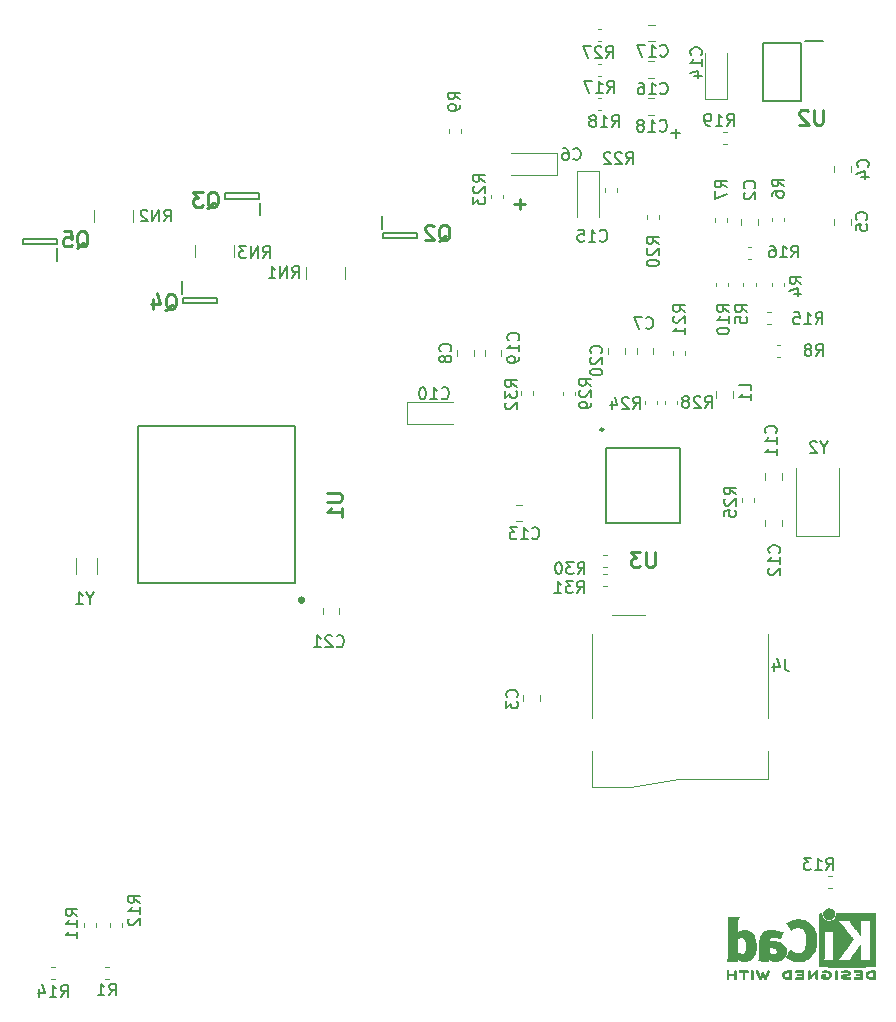
<source format=gbr>
G04 #@! TF.GenerationSoftware,KiCad,Pcbnew,5.1.5-52549c5~86~ubuntu18.04.1*
G04 #@! TF.CreationDate,2020-04-11T22:25:53+03:00*
G04 #@! TF.ProjectId,Dreamstalker-PRO-v1,44726561-6d73-4746-916c-6b65722d5052,1.02*
G04 #@! TF.SameCoordinates,Original*
G04 #@! TF.FileFunction,Legend,Bot*
G04 #@! TF.FilePolarity,Positive*
%FSLAX46Y46*%
G04 Gerber Fmt 4.6, Leading zero omitted, Abs format (unit mm)*
G04 Created by KiCad (PCBNEW 5.1.5-52549c5~86~ubuntu18.04.1) date 2020-04-11 22:25:53*
%MOMM*%
%LPD*%
G04 APERTURE LIST*
%ADD10C,0.120000*%
%ADD11C,0.254000*%
%ADD12C,0.200000*%
%ADD13C,0.010000*%
%ADD14C,0.150000*%
%ADD15C,0.250000*%
G04 APERTURE END LIST*
D10*
X154460000Y-74451422D02*
X154460000Y-74968578D01*
X153040000Y-74451422D02*
X153040000Y-74968578D01*
X139560000Y-56105000D02*
X135650000Y-56105000D01*
X139560000Y-54235000D02*
X139560000Y-56105000D01*
X135650000Y-54235000D02*
X139560000Y-54235000D01*
X121120000Y-92801422D02*
X121120000Y-93318578D01*
X119700000Y-92801422D02*
X119700000Y-93318578D01*
X137560000Y-74447221D02*
X137560000Y-74772779D01*
X136540000Y-74447221D02*
X136540000Y-74772779D01*
X141080000Y-74457221D02*
X141080000Y-74782779D01*
X140060000Y-74457221D02*
X140060000Y-74782779D01*
X145320000Y-70781422D02*
X145320000Y-71298578D01*
X143900000Y-70781422D02*
X143900000Y-71298578D01*
X133420000Y-71458578D02*
X133420000Y-70941422D01*
X134840000Y-71458578D02*
X134840000Y-70941422D01*
X143467221Y-89920000D02*
X143792779Y-89920000D01*
X143467221Y-90940000D02*
X143792779Y-90940000D01*
X143457221Y-88300000D02*
X143782779Y-88300000D01*
X143457221Y-89320000D02*
X143782779Y-89320000D01*
X149700000Y-75227221D02*
X149700000Y-75552779D01*
X148680000Y-75227221D02*
X148680000Y-75552779D01*
X148040000Y-75227221D02*
X148040000Y-75552779D01*
X147020000Y-75227221D02*
X147020000Y-75552779D01*
X143085000Y-55750000D02*
X143085000Y-59660000D01*
X141215000Y-55750000D02*
X143085000Y-55750000D01*
X141215000Y-59660000D02*
X141215000Y-55750000D01*
D11*
X118120000Y-92120000D02*
G75*
G03X118120000Y-92120000I-200000J0D01*
G01*
D12*
X104070000Y-90670000D02*
X117370000Y-90670000D01*
X104070000Y-77370000D02*
X104070000Y-90670000D01*
X117370000Y-77370000D02*
X104070000Y-77370000D01*
X117370000Y-90670000D02*
X117370000Y-77370000D01*
D10*
X163020000Y-60328578D02*
X163020000Y-59811422D01*
X164440000Y-60328578D02*
X164440000Y-59811422D01*
X98825000Y-88525000D02*
X98825000Y-89875000D01*
X100575000Y-88525000D02*
X100575000Y-89875000D01*
X142480000Y-104900000D02*
X142480000Y-107980000D01*
X145730000Y-107980000D02*
X142480000Y-107980000D01*
X149890000Y-107280000D02*
X145740000Y-107980000D01*
X149880000Y-107280000D02*
X157370000Y-107280000D01*
X157380000Y-104900000D02*
X157380000Y-107280000D01*
X144180000Y-93420000D02*
X147030000Y-93420000D01*
X142480000Y-94980000D02*
X142480000Y-102100000D01*
X157380000Y-94980000D02*
X157380000Y-102100000D01*
D12*
X162100000Y-44820000D02*
X160550000Y-44820000D01*
X160200000Y-49850000D02*
X160200000Y-44950000D01*
X157000000Y-49850000D02*
X160200000Y-49850000D01*
X157000000Y-44950000D02*
X157000000Y-49850000D01*
X160200000Y-44950000D02*
X157000000Y-44950000D01*
D11*
X143475000Y-77675000D02*
G75*
G03X143475000Y-77675000I-125000J0D01*
G01*
D12*
X150000000Y-79250000D02*
X143700000Y-79250000D01*
X150000000Y-85550000D02*
X150000000Y-79250000D01*
X143700000Y-85550000D02*
X150000000Y-85550000D01*
X143700000Y-79250000D02*
X143700000Y-85550000D01*
D10*
X159800000Y-86700000D02*
X159800000Y-80950000D01*
X163400000Y-86700000D02*
X159800000Y-86700000D01*
X163400000Y-80950000D02*
X163400000Y-86700000D01*
X147758578Y-49640000D02*
X147241422Y-49640000D01*
X147758578Y-51060000D02*
X147241422Y-51060000D01*
X143312779Y-49640000D02*
X142987221Y-49640000D01*
X143312779Y-50660000D02*
X142987221Y-50660000D01*
X147808578Y-44810000D02*
X147291422Y-44810000D01*
X147808578Y-43390000D02*
X147291422Y-43390000D01*
X147758578Y-46490000D02*
X147241422Y-46490000D01*
X147758578Y-47910000D02*
X147241422Y-47910000D01*
X143312779Y-47710000D02*
X142987221Y-47710000D01*
X143312779Y-46690000D02*
X142987221Y-46690000D01*
X143312779Y-43790000D02*
X142987221Y-43790000D01*
X143312779Y-44810000D02*
X142987221Y-44810000D01*
X153985000Y-45800000D02*
X153985000Y-49710000D01*
X153985000Y-49710000D02*
X152115000Y-49710000D01*
X152115000Y-49710000D02*
X152115000Y-45800000D01*
X130750000Y-77235000D02*
X126840000Y-77235000D01*
X126840000Y-77235000D02*
X126840000Y-75365000D01*
X126840000Y-75365000D02*
X130750000Y-75365000D01*
X156560000Y-60358578D02*
X156560000Y-59841422D01*
X155140000Y-60358578D02*
X155140000Y-59841422D01*
X138110000Y-100141422D02*
X138110000Y-100658578D01*
X136690000Y-100141422D02*
X136690000Y-100658578D01*
X162990000Y-55341422D02*
X162990000Y-55858578D01*
X164410000Y-55341422D02*
X164410000Y-55858578D01*
X147710000Y-70791422D02*
X147710000Y-71308578D01*
X146290000Y-70791422D02*
X146290000Y-71308578D01*
X131090000Y-70941422D02*
X131090000Y-71458578D01*
X132510000Y-70941422D02*
X132510000Y-71458578D01*
X157140000Y-85341422D02*
X157140000Y-85858578D01*
X158560000Y-85341422D02*
X158560000Y-85858578D01*
X136111422Y-84040000D02*
X136628578Y-84040000D01*
X136111422Y-85460000D02*
X136628578Y-85460000D01*
X158560000Y-81908578D02*
X158560000Y-81391422D01*
X157140000Y-81908578D02*
X157140000Y-81391422D01*
X162487221Y-116510000D02*
X162812779Y-116510000D01*
X162487221Y-115490000D02*
X162812779Y-115490000D01*
X101740000Y-119762779D02*
X101740000Y-119437221D01*
X102760000Y-119762779D02*
X102760000Y-119437221D01*
X100510000Y-119762779D02*
X100510000Y-119437221D01*
X99490000Y-119762779D02*
X99490000Y-119437221D01*
X154010000Y-65237221D02*
X154010000Y-65562779D01*
X152990000Y-65237221D02*
X152990000Y-65562779D01*
X131410000Y-52562779D02*
X131410000Y-52237221D01*
X130390000Y-52562779D02*
X130390000Y-52237221D01*
X158810000Y-65562779D02*
X158810000Y-65237221D01*
X157790000Y-65562779D02*
X157790000Y-65237221D01*
X155340000Y-65562779D02*
X155340000Y-65237221D01*
X156360000Y-65562779D02*
X156360000Y-65237221D01*
X158137221Y-71510000D02*
X158462779Y-71510000D01*
X158137221Y-70490000D02*
X158462779Y-70490000D01*
X158810000Y-59737221D02*
X158810000Y-60062779D01*
X157790000Y-59737221D02*
X157790000Y-60062779D01*
X152960000Y-59787221D02*
X152960000Y-60112779D01*
X153980000Y-59787221D02*
X153980000Y-60112779D01*
X147140000Y-59862779D02*
X147140000Y-59537221D01*
X148160000Y-59862779D02*
X148160000Y-59537221D01*
X97012779Y-123190000D02*
X96687221Y-123190000D01*
X97012779Y-124210000D02*
X96687221Y-124210000D01*
X157337221Y-67690000D02*
X157662779Y-67690000D01*
X157337221Y-68710000D02*
X157662779Y-68710000D01*
X155687221Y-63260000D02*
X156012779Y-63260000D01*
X155687221Y-62240000D02*
X156012779Y-62240000D01*
X153962779Y-53510000D02*
X153637221Y-53510000D01*
X153962779Y-52490000D02*
X153637221Y-52490000D01*
X101287221Y-124210000D02*
X101612779Y-124210000D01*
X101287221Y-123190000D02*
X101612779Y-123190000D01*
X149390000Y-71362779D02*
X149390000Y-71037221D01*
X150410000Y-71362779D02*
X150410000Y-71037221D01*
X133990000Y-57787221D02*
X133990000Y-58112779D01*
X135010000Y-57787221D02*
X135010000Y-58112779D01*
X155190000Y-83812779D02*
X155190000Y-83487221D01*
X156210000Y-83812779D02*
X156210000Y-83487221D01*
X144620000Y-57552779D02*
X144620000Y-57227221D01*
X143600000Y-57552779D02*
X143600000Y-57227221D01*
X108870000Y-62050000D02*
X108870000Y-63050000D01*
X112230000Y-62050000D02*
X112230000Y-63050000D01*
X118270000Y-64950000D02*
X118270000Y-63950000D01*
X121630000Y-64950000D02*
X121630000Y-63950000D01*
X103680000Y-60100000D02*
X103680000Y-59100000D01*
X100320000Y-60100000D02*
X100320000Y-59100000D01*
D12*
X124750000Y-59625000D02*
X124750000Y-60675000D01*
X127700000Y-61025000D02*
X124800000Y-61025000D01*
X127700000Y-61475000D02*
X127700000Y-61025000D01*
X124800000Y-61475000D02*
X127700000Y-61475000D01*
X124800000Y-61025000D02*
X124800000Y-61475000D01*
X114350000Y-58125000D02*
X114350000Y-57675000D01*
X114350000Y-57675000D02*
X111450000Y-57675000D01*
X111450000Y-57675000D02*
X111450000Y-58125000D01*
X111450000Y-58125000D02*
X114350000Y-58125000D01*
X114400000Y-59525000D02*
X114400000Y-58475000D01*
X107800000Y-65125000D02*
X107800000Y-66175000D01*
X110750000Y-66525000D02*
X107850000Y-66525000D01*
X110750000Y-66975000D02*
X110750000Y-66525000D01*
X107850000Y-66975000D02*
X110750000Y-66975000D01*
X107850000Y-66525000D02*
X107850000Y-66975000D01*
X97200000Y-61975000D02*
X97200000Y-61525000D01*
X97200000Y-61525000D02*
X94300000Y-61525000D01*
X94300000Y-61525000D02*
X94300000Y-61975000D01*
X94300000Y-61975000D02*
X97200000Y-61975000D01*
X97250000Y-63375000D02*
X97250000Y-62325000D01*
D13*
G36*
X162473043Y-118226571D02*
G01*
X162376768Y-118250809D01*
X162290184Y-118293641D01*
X162215373Y-118353419D01*
X162154418Y-118428494D01*
X162109399Y-118517220D01*
X162083136Y-118613530D01*
X162077286Y-118710795D01*
X162092140Y-118804654D01*
X162125840Y-118892511D01*
X162176528Y-118971770D01*
X162242345Y-119039836D01*
X162321434Y-119094112D01*
X162411934Y-119132002D01*
X162463200Y-119144426D01*
X162507698Y-119151947D01*
X162541999Y-119154919D01*
X162574960Y-119153094D01*
X162615434Y-119146225D01*
X162648531Y-119139250D01*
X162741947Y-119107741D01*
X162825619Y-119056617D01*
X162897665Y-118987429D01*
X162956200Y-118901728D01*
X162970148Y-118874489D01*
X162986586Y-118838122D01*
X162996894Y-118807582D01*
X163002460Y-118775450D01*
X163004669Y-118734307D01*
X163004948Y-118688222D01*
X163000861Y-118603865D01*
X162987446Y-118534586D01*
X162962256Y-118473961D01*
X162922846Y-118415567D01*
X162884298Y-118371302D01*
X162812406Y-118305484D01*
X162737313Y-118260053D01*
X162654562Y-118232850D01*
X162576928Y-118222576D01*
X162473043Y-118226571D01*
G37*
X162473043Y-118226571D02*
X162376768Y-118250809D01*
X162290184Y-118293641D01*
X162215373Y-118353419D01*
X162154418Y-118428494D01*
X162109399Y-118517220D01*
X162083136Y-118613530D01*
X162077286Y-118710795D01*
X162092140Y-118804654D01*
X162125840Y-118892511D01*
X162176528Y-118971770D01*
X162242345Y-119039836D01*
X162321434Y-119094112D01*
X162411934Y-119132002D01*
X162463200Y-119144426D01*
X162507698Y-119151947D01*
X162541999Y-119154919D01*
X162574960Y-119153094D01*
X162615434Y-119146225D01*
X162648531Y-119139250D01*
X162741947Y-119107741D01*
X162825619Y-119056617D01*
X162897665Y-118987429D01*
X162956200Y-118901728D01*
X162970148Y-118874489D01*
X162986586Y-118838122D01*
X162996894Y-118807582D01*
X163002460Y-118775450D01*
X163004669Y-118734307D01*
X163004948Y-118688222D01*
X163000861Y-118603865D01*
X162987446Y-118534586D01*
X162962256Y-118473961D01*
X162922846Y-118415567D01*
X162884298Y-118371302D01*
X162812406Y-118305484D01*
X162737313Y-118260053D01*
X162654562Y-118232850D01*
X162576928Y-118222576D01*
X162473043Y-118226571D01*
G36*
X154013493Y-120672245D02*
G01*
X154013474Y-120906662D01*
X154013448Y-121119603D01*
X154013375Y-121312168D01*
X154013218Y-121485459D01*
X154012936Y-121640576D01*
X154012491Y-121778620D01*
X154011844Y-121900692D01*
X154010955Y-122007894D01*
X154009787Y-122101326D01*
X154008299Y-122182090D01*
X154006454Y-122251286D01*
X154004211Y-122310015D01*
X154001531Y-122359379D01*
X153998377Y-122400478D01*
X153994708Y-122434413D01*
X153990487Y-122462286D01*
X153985673Y-122485198D01*
X153980227Y-122504249D01*
X153974112Y-122520540D01*
X153967288Y-122535173D01*
X153959715Y-122549249D01*
X153951355Y-122563868D01*
X153946161Y-122572974D01*
X153911896Y-122633689D01*
X154770045Y-122633689D01*
X154770045Y-122537733D01*
X154770776Y-122494370D01*
X154772728Y-122461205D01*
X154775537Y-122443424D01*
X154776779Y-122441778D01*
X154788201Y-122448662D01*
X154810916Y-122466505D01*
X154833615Y-122485879D01*
X154888200Y-122526614D01*
X154957679Y-122567617D01*
X155034730Y-122605123D01*
X155112035Y-122635364D01*
X155142887Y-122645012D01*
X155211384Y-122659578D01*
X155294236Y-122669539D01*
X155383629Y-122674583D01*
X155471752Y-122674396D01*
X155550793Y-122668666D01*
X155588489Y-122662858D01*
X155726586Y-122624797D01*
X155853887Y-122567073D01*
X155969708Y-122490211D01*
X156073363Y-122394739D01*
X156164167Y-122281179D01*
X156230969Y-122170381D01*
X156285836Y-122053625D01*
X156327837Y-121934276D01*
X156357833Y-121808283D01*
X156376689Y-121671594D01*
X156385268Y-121520158D01*
X156385994Y-121442711D01*
X156383900Y-121385934D01*
X155554783Y-121385934D01*
X155554576Y-121479002D01*
X155551663Y-121566692D01*
X155546000Y-121643772D01*
X155537545Y-121705009D01*
X155534962Y-121717350D01*
X155503160Y-121824633D01*
X155461502Y-121911658D01*
X155409637Y-121978642D01*
X155347219Y-122025805D01*
X155273900Y-122053365D01*
X155189331Y-122061541D01*
X155093165Y-122050551D01*
X155029689Y-122034829D01*
X154980546Y-122016639D01*
X154926417Y-121990791D01*
X154885756Y-121967089D01*
X154815200Y-121920721D01*
X154815200Y-120770530D01*
X154882608Y-120726962D01*
X154961133Y-120686040D01*
X155045319Y-120659389D01*
X155130443Y-120647465D01*
X155211784Y-120650722D01*
X155284620Y-120669615D01*
X155316574Y-120685184D01*
X155374499Y-120728181D01*
X155423456Y-120784953D01*
X155464610Y-120857575D01*
X155499126Y-120948121D01*
X155528167Y-121058666D01*
X155529448Y-121064533D01*
X155539619Y-121126788D01*
X155547261Y-121204594D01*
X155552330Y-121292720D01*
X155554783Y-121385934D01*
X156383900Y-121385934D01*
X156378143Y-121229895D01*
X156356198Y-121034059D01*
X156320214Y-120855332D01*
X156270241Y-120693845D01*
X156206332Y-120549726D01*
X156128538Y-120423106D01*
X156036911Y-120314115D01*
X155931503Y-120222883D01*
X155886338Y-120191932D01*
X155785389Y-120135785D01*
X155682099Y-120096174D01*
X155572011Y-120072014D01*
X155450670Y-120062219D01*
X155358164Y-120063265D01*
X155228510Y-120074231D01*
X155115916Y-120096046D01*
X155017125Y-120129714D01*
X154928879Y-120176236D01*
X154880014Y-120210448D01*
X154850647Y-120232362D01*
X154828957Y-120247333D01*
X154820747Y-120251733D01*
X154819132Y-120240904D01*
X154817841Y-120210251D01*
X154816862Y-120162526D01*
X154816183Y-120100479D01*
X154815790Y-120026862D01*
X154815670Y-119944427D01*
X154815812Y-119855925D01*
X154816203Y-119764107D01*
X154816829Y-119671724D01*
X154817680Y-119581528D01*
X154818740Y-119496271D01*
X154819999Y-119418703D01*
X154821444Y-119351576D01*
X154823062Y-119297641D01*
X154824839Y-119259650D01*
X154825331Y-119252667D01*
X154832908Y-119182251D01*
X154844469Y-119127102D01*
X154862208Y-119079981D01*
X154888318Y-119033647D01*
X154894585Y-119024067D01*
X154919017Y-118987378D01*
X154013689Y-118987378D01*
X154013493Y-120672245D01*
G37*
X154013493Y-120672245D02*
X154013474Y-120906662D01*
X154013448Y-121119603D01*
X154013375Y-121312168D01*
X154013218Y-121485459D01*
X154012936Y-121640576D01*
X154012491Y-121778620D01*
X154011844Y-121900692D01*
X154010955Y-122007894D01*
X154009787Y-122101326D01*
X154008299Y-122182090D01*
X154006454Y-122251286D01*
X154004211Y-122310015D01*
X154001531Y-122359379D01*
X153998377Y-122400478D01*
X153994708Y-122434413D01*
X153990487Y-122462286D01*
X153985673Y-122485198D01*
X153980227Y-122504249D01*
X153974112Y-122520540D01*
X153967288Y-122535173D01*
X153959715Y-122549249D01*
X153951355Y-122563868D01*
X153946161Y-122572974D01*
X153911896Y-122633689D01*
X154770045Y-122633689D01*
X154770045Y-122537733D01*
X154770776Y-122494370D01*
X154772728Y-122461205D01*
X154775537Y-122443424D01*
X154776779Y-122441778D01*
X154788201Y-122448662D01*
X154810916Y-122466505D01*
X154833615Y-122485879D01*
X154888200Y-122526614D01*
X154957679Y-122567617D01*
X155034730Y-122605123D01*
X155112035Y-122635364D01*
X155142887Y-122645012D01*
X155211384Y-122659578D01*
X155294236Y-122669539D01*
X155383629Y-122674583D01*
X155471752Y-122674396D01*
X155550793Y-122668666D01*
X155588489Y-122662858D01*
X155726586Y-122624797D01*
X155853887Y-122567073D01*
X155969708Y-122490211D01*
X156073363Y-122394739D01*
X156164167Y-122281179D01*
X156230969Y-122170381D01*
X156285836Y-122053625D01*
X156327837Y-121934276D01*
X156357833Y-121808283D01*
X156376689Y-121671594D01*
X156385268Y-121520158D01*
X156385994Y-121442711D01*
X156383900Y-121385934D01*
X155554783Y-121385934D01*
X155554576Y-121479002D01*
X155551663Y-121566692D01*
X155546000Y-121643772D01*
X155537545Y-121705009D01*
X155534962Y-121717350D01*
X155503160Y-121824633D01*
X155461502Y-121911658D01*
X155409637Y-121978642D01*
X155347219Y-122025805D01*
X155273900Y-122053365D01*
X155189331Y-122061541D01*
X155093165Y-122050551D01*
X155029689Y-122034829D01*
X154980546Y-122016639D01*
X154926417Y-121990791D01*
X154885756Y-121967089D01*
X154815200Y-121920721D01*
X154815200Y-120770530D01*
X154882608Y-120726962D01*
X154961133Y-120686040D01*
X155045319Y-120659389D01*
X155130443Y-120647465D01*
X155211784Y-120650722D01*
X155284620Y-120669615D01*
X155316574Y-120685184D01*
X155374499Y-120728181D01*
X155423456Y-120784953D01*
X155464610Y-120857575D01*
X155499126Y-120948121D01*
X155528167Y-121058666D01*
X155529448Y-121064533D01*
X155539619Y-121126788D01*
X155547261Y-121204594D01*
X155552330Y-121292720D01*
X155554783Y-121385934D01*
X156383900Y-121385934D01*
X156378143Y-121229895D01*
X156356198Y-121034059D01*
X156320214Y-120855332D01*
X156270241Y-120693845D01*
X156206332Y-120549726D01*
X156128538Y-120423106D01*
X156036911Y-120314115D01*
X155931503Y-120222883D01*
X155886338Y-120191932D01*
X155785389Y-120135785D01*
X155682099Y-120096174D01*
X155572011Y-120072014D01*
X155450670Y-120062219D01*
X155358164Y-120063265D01*
X155228510Y-120074231D01*
X155115916Y-120096046D01*
X155017125Y-120129714D01*
X154928879Y-120176236D01*
X154880014Y-120210448D01*
X154850647Y-120232362D01*
X154828957Y-120247333D01*
X154820747Y-120251733D01*
X154819132Y-120240904D01*
X154817841Y-120210251D01*
X154816862Y-120162526D01*
X154816183Y-120100479D01*
X154815790Y-120026862D01*
X154815670Y-119944427D01*
X154815812Y-119855925D01*
X154816203Y-119764107D01*
X154816829Y-119671724D01*
X154817680Y-119581528D01*
X154818740Y-119496271D01*
X154819999Y-119418703D01*
X154821444Y-119351576D01*
X154823062Y-119297641D01*
X154824839Y-119259650D01*
X154825331Y-119252667D01*
X154832908Y-119182251D01*
X154844469Y-119127102D01*
X154862208Y-119079981D01*
X154888318Y-119033647D01*
X154894585Y-119024067D01*
X154919017Y-118987378D01*
X154013689Y-118987378D01*
X154013493Y-120672245D01*
G36*
X157526426Y-120066552D02*
G01*
X157374508Y-120086567D01*
X157239244Y-120120202D01*
X157119761Y-120167725D01*
X157015185Y-120229405D01*
X156937576Y-120292965D01*
X156868735Y-120367099D01*
X156814994Y-120446871D01*
X156772090Y-120539091D01*
X156756616Y-120582161D01*
X156743756Y-120621142D01*
X156732554Y-120657289D01*
X156722880Y-120692434D01*
X156714604Y-120728410D01*
X156707597Y-120767050D01*
X156701728Y-120810185D01*
X156696869Y-120859649D01*
X156692890Y-120917273D01*
X156689660Y-120984891D01*
X156687051Y-121064334D01*
X156684933Y-121157436D01*
X156683176Y-121266027D01*
X156681651Y-121391942D01*
X156680228Y-121537012D01*
X156678975Y-121679778D01*
X156677649Y-121835968D01*
X156676444Y-121971239D01*
X156675234Y-122087246D01*
X156673894Y-122185645D01*
X156672300Y-122268093D01*
X156670325Y-122336246D01*
X156667844Y-122391760D01*
X156664731Y-122436292D01*
X156660862Y-122471498D01*
X156656111Y-122499034D01*
X156650352Y-122520556D01*
X156643461Y-122537722D01*
X156635311Y-122552186D01*
X156625777Y-122565606D01*
X156614734Y-122579638D01*
X156610434Y-122585071D01*
X156594614Y-122607910D01*
X156587578Y-122623463D01*
X156587556Y-122623922D01*
X156598433Y-122626121D01*
X156629418Y-122628147D01*
X156678043Y-122629942D01*
X156741837Y-122631451D01*
X156818331Y-122632616D01*
X156905056Y-122633380D01*
X156999543Y-122633686D01*
X157010450Y-122633689D01*
X157433343Y-122633689D01*
X157436605Y-122537622D01*
X157439867Y-122441556D01*
X157501956Y-122492543D01*
X157599286Y-122560057D01*
X157709187Y-122614749D01*
X157795651Y-122644978D01*
X157864722Y-122659666D01*
X157948075Y-122669659D01*
X158037841Y-122674646D01*
X158126155Y-122674313D01*
X158205149Y-122668351D01*
X158241378Y-122662638D01*
X158381397Y-122624776D01*
X158507822Y-122569932D01*
X158619740Y-122498924D01*
X158716238Y-122412568D01*
X158796400Y-122311679D01*
X158859313Y-122197076D01*
X158903688Y-122070984D01*
X158916022Y-122014401D01*
X158923632Y-121952202D01*
X158927261Y-121877363D01*
X158927755Y-121843467D01*
X158927690Y-121840282D01*
X158167752Y-121840282D01*
X158158459Y-121915333D01*
X158130272Y-121979160D01*
X158081803Y-122034798D01*
X158076746Y-122039211D01*
X158028452Y-122074037D01*
X157976743Y-122096620D01*
X157916011Y-122108540D01*
X157840648Y-122111383D01*
X157822541Y-122110978D01*
X157768722Y-122108325D01*
X157728692Y-122102909D01*
X157693676Y-122092745D01*
X157654897Y-122075850D01*
X157644255Y-122070672D01*
X157583604Y-122034844D01*
X157536785Y-121992212D01*
X157524048Y-121976973D01*
X157479378Y-121920462D01*
X157479378Y-121724586D01*
X157479914Y-121645939D01*
X157481604Y-121587988D01*
X157484572Y-121548875D01*
X157488943Y-121526741D01*
X157493028Y-121520274D01*
X157508953Y-121517111D01*
X157542736Y-121514488D01*
X157589660Y-121512655D01*
X157645007Y-121511857D01*
X157653894Y-121511842D01*
X157774670Y-121517096D01*
X157877340Y-121533263D01*
X157963894Y-121560961D01*
X158036319Y-121600808D01*
X158091249Y-121647758D01*
X158135796Y-121705645D01*
X158160520Y-121768693D01*
X158167752Y-121840282D01*
X158927690Y-121840282D01*
X158925822Y-121749712D01*
X158917478Y-121670812D01*
X158901232Y-121599590D01*
X158875595Y-121528864D01*
X158851599Y-121476493D01*
X158792980Y-121381196D01*
X158714883Y-121293170D01*
X158619685Y-121214017D01*
X158509762Y-121145340D01*
X158387490Y-121088741D01*
X158255245Y-121045821D01*
X158190578Y-121030882D01*
X158054396Y-121008777D01*
X157905951Y-120994194D01*
X157754495Y-120987813D01*
X157627936Y-120989445D01*
X157466050Y-120996224D01*
X157473470Y-120937245D01*
X157492762Y-120838092D01*
X157523896Y-120757372D01*
X157567731Y-120694466D01*
X157625129Y-120648756D01*
X157696952Y-120619622D01*
X157784059Y-120606447D01*
X157887314Y-120608611D01*
X157925289Y-120612612D01*
X158066480Y-120637780D01*
X158203293Y-120678814D01*
X158297822Y-120716815D01*
X158342982Y-120736190D01*
X158381415Y-120751760D01*
X158407766Y-120761405D01*
X158415454Y-120763452D01*
X158425198Y-120754374D01*
X158441917Y-120725405D01*
X158465768Y-120676217D01*
X158496907Y-120606484D01*
X158535493Y-120515879D01*
X158542090Y-120500089D01*
X158572147Y-120427772D01*
X158599126Y-120362425D01*
X158621864Y-120306906D01*
X158639194Y-120264072D01*
X158649952Y-120236781D01*
X158653059Y-120227942D01*
X158643060Y-120223187D01*
X158616783Y-120217910D01*
X158588511Y-120214231D01*
X158558354Y-120209474D01*
X158510567Y-120200028D01*
X158449388Y-120186820D01*
X158379054Y-120170776D01*
X158303806Y-120152820D01*
X158275245Y-120145797D01*
X158170184Y-120120209D01*
X158082520Y-120100147D01*
X158007932Y-120084969D01*
X157942097Y-120074035D01*
X157880693Y-120066704D01*
X157819398Y-120062335D01*
X157753890Y-120060287D01*
X157695872Y-120059889D01*
X157526426Y-120066552D01*
G37*
X157526426Y-120066552D02*
X157374508Y-120086567D01*
X157239244Y-120120202D01*
X157119761Y-120167725D01*
X157015185Y-120229405D01*
X156937576Y-120292965D01*
X156868735Y-120367099D01*
X156814994Y-120446871D01*
X156772090Y-120539091D01*
X156756616Y-120582161D01*
X156743756Y-120621142D01*
X156732554Y-120657289D01*
X156722880Y-120692434D01*
X156714604Y-120728410D01*
X156707597Y-120767050D01*
X156701728Y-120810185D01*
X156696869Y-120859649D01*
X156692890Y-120917273D01*
X156689660Y-120984891D01*
X156687051Y-121064334D01*
X156684933Y-121157436D01*
X156683176Y-121266027D01*
X156681651Y-121391942D01*
X156680228Y-121537012D01*
X156678975Y-121679778D01*
X156677649Y-121835968D01*
X156676444Y-121971239D01*
X156675234Y-122087246D01*
X156673894Y-122185645D01*
X156672300Y-122268093D01*
X156670325Y-122336246D01*
X156667844Y-122391760D01*
X156664731Y-122436292D01*
X156660862Y-122471498D01*
X156656111Y-122499034D01*
X156650352Y-122520556D01*
X156643461Y-122537722D01*
X156635311Y-122552186D01*
X156625777Y-122565606D01*
X156614734Y-122579638D01*
X156610434Y-122585071D01*
X156594614Y-122607910D01*
X156587578Y-122623463D01*
X156587556Y-122623922D01*
X156598433Y-122626121D01*
X156629418Y-122628147D01*
X156678043Y-122629942D01*
X156741837Y-122631451D01*
X156818331Y-122632616D01*
X156905056Y-122633380D01*
X156999543Y-122633686D01*
X157010450Y-122633689D01*
X157433343Y-122633689D01*
X157436605Y-122537622D01*
X157439867Y-122441556D01*
X157501956Y-122492543D01*
X157599286Y-122560057D01*
X157709187Y-122614749D01*
X157795651Y-122644978D01*
X157864722Y-122659666D01*
X157948075Y-122669659D01*
X158037841Y-122674646D01*
X158126155Y-122674313D01*
X158205149Y-122668351D01*
X158241378Y-122662638D01*
X158381397Y-122624776D01*
X158507822Y-122569932D01*
X158619740Y-122498924D01*
X158716238Y-122412568D01*
X158796400Y-122311679D01*
X158859313Y-122197076D01*
X158903688Y-122070984D01*
X158916022Y-122014401D01*
X158923632Y-121952202D01*
X158927261Y-121877363D01*
X158927755Y-121843467D01*
X158927690Y-121840282D01*
X158167752Y-121840282D01*
X158158459Y-121915333D01*
X158130272Y-121979160D01*
X158081803Y-122034798D01*
X158076746Y-122039211D01*
X158028452Y-122074037D01*
X157976743Y-122096620D01*
X157916011Y-122108540D01*
X157840648Y-122111383D01*
X157822541Y-122110978D01*
X157768722Y-122108325D01*
X157728692Y-122102909D01*
X157693676Y-122092745D01*
X157654897Y-122075850D01*
X157644255Y-122070672D01*
X157583604Y-122034844D01*
X157536785Y-121992212D01*
X157524048Y-121976973D01*
X157479378Y-121920462D01*
X157479378Y-121724586D01*
X157479914Y-121645939D01*
X157481604Y-121587988D01*
X157484572Y-121548875D01*
X157488943Y-121526741D01*
X157493028Y-121520274D01*
X157508953Y-121517111D01*
X157542736Y-121514488D01*
X157589660Y-121512655D01*
X157645007Y-121511857D01*
X157653894Y-121511842D01*
X157774670Y-121517096D01*
X157877340Y-121533263D01*
X157963894Y-121560961D01*
X158036319Y-121600808D01*
X158091249Y-121647758D01*
X158135796Y-121705645D01*
X158160520Y-121768693D01*
X158167752Y-121840282D01*
X158927690Y-121840282D01*
X158925822Y-121749712D01*
X158917478Y-121670812D01*
X158901232Y-121599590D01*
X158875595Y-121528864D01*
X158851599Y-121476493D01*
X158792980Y-121381196D01*
X158714883Y-121293170D01*
X158619685Y-121214017D01*
X158509762Y-121145340D01*
X158387490Y-121088741D01*
X158255245Y-121045821D01*
X158190578Y-121030882D01*
X158054396Y-121008777D01*
X157905951Y-120994194D01*
X157754495Y-120987813D01*
X157627936Y-120989445D01*
X157466050Y-120996224D01*
X157473470Y-120937245D01*
X157492762Y-120838092D01*
X157523896Y-120757372D01*
X157567731Y-120694466D01*
X157625129Y-120648756D01*
X157696952Y-120619622D01*
X157784059Y-120606447D01*
X157887314Y-120608611D01*
X157925289Y-120612612D01*
X158066480Y-120637780D01*
X158203293Y-120678814D01*
X158297822Y-120716815D01*
X158342982Y-120736190D01*
X158381415Y-120751760D01*
X158407766Y-120761405D01*
X158415454Y-120763452D01*
X158425198Y-120754374D01*
X158441917Y-120725405D01*
X158465768Y-120676217D01*
X158496907Y-120606484D01*
X158535493Y-120515879D01*
X158542090Y-120500089D01*
X158572147Y-120427772D01*
X158599126Y-120362425D01*
X158621864Y-120306906D01*
X158639194Y-120264072D01*
X158649952Y-120236781D01*
X158653059Y-120227942D01*
X158643060Y-120223187D01*
X158616783Y-120217910D01*
X158588511Y-120214231D01*
X158558354Y-120209474D01*
X158510567Y-120200028D01*
X158449388Y-120186820D01*
X158379054Y-120170776D01*
X158303806Y-120152820D01*
X158275245Y-120145797D01*
X158170184Y-120120209D01*
X158082520Y-120100147D01*
X158007932Y-120084969D01*
X157942097Y-120074035D01*
X157880693Y-120066704D01*
X157819398Y-120062335D01*
X157753890Y-120060287D01*
X157695872Y-120059889D01*
X157526426Y-120066552D01*
G36*
X159871571Y-119149071D02*
G01*
X159711430Y-119170245D01*
X159547490Y-119210385D01*
X159377687Y-119269889D01*
X159199957Y-119349154D01*
X159188690Y-119354699D01*
X159130995Y-119382725D01*
X159079448Y-119406802D01*
X159037809Y-119425249D01*
X159009838Y-119436386D01*
X159000267Y-119438933D01*
X158981050Y-119443941D01*
X158976439Y-119448147D01*
X158981542Y-119458580D01*
X158997582Y-119484868D01*
X159022712Y-119524257D01*
X159055086Y-119573991D01*
X159092857Y-119631315D01*
X159134178Y-119693476D01*
X159177202Y-119757718D01*
X159220083Y-119821285D01*
X159260974Y-119881425D01*
X159298029Y-119935380D01*
X159329400Y-119980397D01*
X159353241Y-120013721D01*
X159367706Y-120032597D01*
X159369691Y-120034787D01*
X159379809Y-120030138D01*
X159402150Y-120012962D01*
X159432720Y-119986440D01*
X159448464Y-119971964D01*
X159544953Y-119896682D01*
X159651664Y-119841241D01*
X159767168Y-119806141D01*
X159890038Y-119791880D01*
X159959439Y-119793051D01*
X160080577Y-119810212D01*
X160189795Y-119846094D01*
X160287418Y-119900959D01*
X160373772Y-119975070D01*
X160449185Y-120068688D01*
X160513982Y-120182076D01*
X160551399Y-120268667D01*
X160595252Y-120404366D01*
X160627572Y-120551850D01*
X160648443Y-120707314D01*
X160657949Y-120866956D01*
X160656173Y-121026973D01*
X160643197Y-121183561D01*
X160619106Y-121332918D01*
X160583982Y-121471240D01*
X160537908Y-121594724D01*
X160521627Y-121628978D01*
X160453380Y-121743064D01*
X160372921Y-121839557D01*
X160281430Y-121917670D01*
X160180089Y-121976617D01*
X160070080Y-122015612D01*
X159952585Y-122033868D01*
X159911117Y-122035211D01*
X159789559Y-122024290D01*
X159669122Y-121991474D01*
X159551334Y-121937439D01*
X159437723Y-121862865D01*
X159346315Y-121784539D01*
X159299785Y-121740008D01*
X159118517Y-122037271D01*
X159073420Y-122111433D01*
X159032181Y-122179646D01*
X158996265Y-122239459D01*
X158967134Y-122288420D01*
X158946250Y-122324079D01*
X158935076Y-122343984D01*
X158933625Y-122347079D01*
X158941854Y-122356718D01*
X158967433Y-122373999D01*
X159007127Y-122397283D01*
X159057703Y-122424934D01*
X159115926Y-122455315D01*
X159178563Y-122486790D01*
X159242379Y-122517722D01*
X159304140Y-122546473D01*
X159360612Y-122571408D01*
X159408562Y-122590889D01*
X159432014Y-122599318D01*
X159565779Y-122637133D01*
X159703673Y-122662136D01*
X159851378Y-122675140D01*
X159978167Y-122677468D01*
X160046122Y-122676373D01*
X160111723Y-122674275D01*
X160169153Y-122671434D01*
X160212597Y-122668106D01*
X160226702Y-122666422D01*
X160365716Y-122637587D01*
X160507243Y-122592468D01*
X160644725Y-122533750D01*
X160771606Y-122464120D01*
X160849111Y-122411441D01*
X160976519Y-122303239D01*
X161094822Y-122176671D01*
X161201828Y-122034866D01*
X161295348Y-121880951D01*
X161373190Y-121718053D01*
X161417044Y-121600756D01*
X161467292Y-121417128D01*
X161500791Y-121222581D01*
X161517551Y-121021325D01*
X161517584Y-120817568D01*
X161500899Y-120615521D01*
X161467507Y-120419392D01*
X161417420Y-120233391D01*
X161413603Y-120221803D01*
X161350719Y-120059750D01*
X161273972Y-119911832D01*
X161180758Y-119773865D01*
X161068473Y-119641661D01*
X161024608Y-119596399D01*
X160888466Y-119472457D01*
X160748509Y-119369915D01*
X160602589Y-119287656D01*
X160448558Y-119224564D01*
X160284268Y-119179523D01*
X160188711Y-119162033D01*
X160029977Y-119146466D01*
X159871571Y-119149071D01*
G37*
X159871571Y-119149071D02*
X159711430Y-119170245D01*
X159547490Y-119210385D01*
X159377687Y-119269889D01*
X159199957Y-119349154D01*
X159188690Y-119354699D01*
X159130995Y-119382725D01*
X159079448Y-119406802D01*
X159037809Y-119425249D01*
X159009838Y-119436386D01*
X159000267Y-119438933D01*
X158981050Y-119443941D01*
X158976439Y-119448147D01*
X158981542Y-119458580D01*
X158997582Y-119484868D01*
X159022712Y-119524257D01*
X159055086Y-119573991D01*
X159092857Y-119631315D01*
X159134178Y-119693476D01*
X159177202Y-119757718D01*
X159220083Y-119821285D01*
X159260974Y-119881425D01*
X159298029Y-119935380D01*
X159329400Y-119980397D01*
X159353241Y-120013721D01*
X159367706Y-120032597D01*
X159369691Y-120034787D01*
X159379809Y-120030138D01*
X159402150Y-120012962D01*
X159432720Y-119986440D01*
X159448464Y-119971964D01*
X159544953Y-119896682D01*
X159651664Y-119841241D01*
X159767168Y-119806141D01*
X159890038Y-119791880D01*
X159959439Y-119793051D01*
X160080577Y-119810212D01*
X160189795Y-119846094D01*
X160287418Y-119900959D01*
X160373772Y-119975070D01*
X160449185Y-120068688D01*
X160513982Y-120182076D01*
X160551399Y-120268667D01*
X160595252Y-120404366D01*
X160627572Y-120551850D01*
X160648443Y-120707314D01*
X160657949Y-120866956D01*
X160656173Y-121026973D01*
X160643197Y-121183561D01*
X160619106Y-121332918D01*
X160583982Y-121471240D01*
X160537908Y-121594724D01*
X160521627Y-121628978D01*
X160453380Y-121743064D01*
X160372921Y-121839557D01*
X160281430Y-121917670D01*
X160180089Y-121976617D01*
X160070080Y-122015612D01*
X159952585Y-122033868D01*
X159911117Y-122035211D01*
X159789559Y-122024290D01*
X159669122Y-121991474D01*
X159551334Y-121937439D01*
X159437723Y-121862865D01*
X159346315Y-121784539D01*
X159299785Y-121740008D01*
X159118517Y-122037271D01*
X159073420Y-122111433D01*
X159032181Y-122179646D01*
X158996265Y-122239459D01*
X158967134Y-122288420D01*
X158946250Y-122324079D01*
X158935076Y-122343984D01*
X158933625Y-122347079D01*
X158941854Y-122356718D01*
X158967433Y-122373999D01*
X159007127Y-122397283D01*
X159057703Y-122424934D01*
X159115926Y-122455315D01*
X159178563Y-122486790D01*
X159242379Y-122517722D01*
X159304140Y-122546473D01*
X159360612Y-122571408D01*
X159408562Y-122590889D01*
X159432014Y-122599318D01*
X159565779Y-122637133D01*
X159703673Y-122662136D01*
X159851378Y-122675140D01*
X159978167Y-122677468D01*
X160046122Y-122676373D01*
X160111723Y-122674275D01*
X160169153Y-122671434D01*
X160212597Y-122668106D01*
X160226702Y-122666422D01*
X160365716Y-122637587D01*
X160507243Y-122592468D01*
X160644725Y-122533750D01*
X160771606Y-122464120D01*
X160849111Y-122411441D01*
X160976519Y-122303239D01*
X161094822Y-122176671D01*
X161201828Y-122034866D01*
X161295348Y-121880951D01*
X161373190Y-121718053D01*
X161417044Y-121600756D01*
X161467292Y-121417128D01*
X161500791Y-121222581D01*
X161517551Y-121021325D01*
X161517584Y-120817568D01*
X161500899Y-120615521D01*
X161467507Y-120419392D01*
X161417420Y-120233391D01*
X161413603Y-120221803D01*
X161350719Y-120059750D01*
X161273972Y-119911832D01*
X161180758Y-119773865D01*
X161068473Y-119641661D01*
X161024608Y-119596399D01*
X160888466Y-119472457D01*
X160748509Y-119369915D01*
X160602589Y-119287656D01*
X160448558Y-119224564D01*
X160284268Y-119179523D01*
X160188711Y-119162033D01*
X160029977Y-119146466D01*
X159871571Y-119149071D01*
G36*
X163146400Y-118689054D02*
G01*
X163135535Y-118802993D01*
X163103918Y-118910616D01*
X163053015Y-119009615D01*
X162984293Y-119097684D01*
X162899219Y-119172516D01*
X162802232Y-119230384D01*
X162695964Y-119270005D01*
X162588950Y-119288573D01*
X162483300Y-119287434D01*
X162381125Y-119267930D01*
X162284534Y-119231406D01*
X162195638Y-119179205D01*
X162116546Y-119112673D01*
X162049369Y-119033152D01*
X161996217Y-118941987D01*
X161959199Y-118840523D01*
X161940427Y-118730102D01*
X161938489Y-118680206D01*
X161938489Y-118592267D01*
X161886560Y-118592267D01*
X161850253Y-118595111D01*
X161823355Y-118606911D01*
X161796249Y-118630649D01*
X161757867Y-118669031D01*
X161757867Y-120860602D01*
X161757876Y-121122739D01*
X161757908Y-121363241D01*
X161757972Y-121583048D01*
X161758076Y-121783101D01*
X161758227Y-121964344D01*
X161758434Y-122127716D01*
X161758706Y-122274160D01*
X161759050Y-122404617D01*
X161759474Y-122520029D01*
X161759987Y-122621338D01*
X161760597Y-122709484D01*
X161761312Y-122785410D01*
X161762140Y-122850057D01*
X161763089Y-122904367D01*
X161764167Y-122949280D01*
X161765383Y-122985740D01*
X161766745Y-123014687D01*
X161768261Y-123037063D01*
X161769938Y-123053809D01*
X161771786Y-123065868D01*
X161773813Y-123074180D01*
X161776025Y-123079687D01*
X161777108Y-123081537D01*
X161781271Y-123088549D01*
X161784805Y-123094996D01*
X161788635Y-123100900D01*
X161793682Y-123106286D01*
X161800871Y-123111178D01*
X161811123Y-123115598D01*
X161825364Y-123119572D01*
X161844514Y-123123121D01*
X161869499Y-123126270D01*
X161901240Y-123129042D01*
X161940662Y-123131461D01*
X161988686Y-123133551D01*
X162046237Y-123135335D01*
X162114237Y-123136837D01*
X162193610Y-123138080D01*
X162285279Y-123139089D01*
X162390166Y-123139885D01*
X162509196Y-123140494D01*
X162643290Y-123140939D01*
X162793373Y-123141243D01*
X162960367Y-123141430D01*
X163145196Y-123141524D01*
X163348783Y-123141548D01*
X163572050Y-123141525D01*
X163815922Y-123141480D01*
X164081321Y-123141437D01*
X164119704Y-123141432D01*
X164386682Y-123141389D01*
X164632002Y-123141318D01*
X164856583Y-123141213D01*
X165061345Y-123141066D01*
X165247206Y-123140869D01*
X165415088Y-123140616D01*
X165565908Y-123140300D01*
X165700587Y-123139913D01*
X165820044Y-123139447D01*
X165925199Y-123138897D01*
X166016971Y-123138253D01*
X166096279Y-123137511D01*
X166164043Y-123136661D01*
X166221182Y-123135697D01*
X166268617Y-123134611D01*
X166307266Y-123133397D01*
X166338049Y-123132047D01*
X166361885Y-123130555D01*
X166379694Y-123128911D01*
X166392395Y-123127111D01*
X166400908Y-123125145D01*
X166405266Y-123123477D01*
X166413728Y-123119906D01*
X166421497Y-123117270D01*
X166428602Y-123114634D01*
X166435073Y-123111062D01*
X166440939Y-123105621D01*
X166446229Y-123097375D01*
X166450974Y-123085390D01*
X166455202Y-123068731D01*
X166458943Y-123046463D01*
X166462227Y-123017652D01*
X166465083Y-122981363D01*
X166467540Y-122936661D01*
X166469629Y-122882611D01*
X166471378Y-122818279D01*
X166472817Y-122742730D01*
X166473976Y-122655030D01*
X166474883Y-122554243D01*
X166475569Y-122439434D01*
X166476063Y-122309670D01*
X166476395Y-122164015D01*
X166476593Y-122001535D01*
X166476687Y-121821295D01*
X166476708Y-121622360D01*
X166476685Y-121403796D01*
X166476646Y-121164668D01*
X166476622Y-120904040D01*
X166476622Y-120861889D01*
X166476636Y-120598992D01*
X166476661Y-120357732D01*
X166476671Y-120137165D01*
X166476642Y-119936352D01*
X166476548Y-119754349D01*
X166476362Y-119590216D01*
X166476059Y-119443011D01*
X166475614Y-119311792D01*
X166475034Y-119201867D01*
X166172197Y-119201867D01*
X166132407Y-119259711D01*
X166121236Y-119275479D01*
X166111166Y-119289441D01*
X166102138Y-119302784D01*
X166094097Y-119316693D01*
X166086986Y-119332356D01*
X166080747Y-119350958D01*
X166075325Y-119373686D01*
X166070662Y-119401727D01*
X166066701Y-119436267D01*
X166063385Y-119478492D01*
X166060659Y-119529589D01*
X166058464Y-119590744D01*
X166056745Y-119663144D01*
X166055444Y-119747975D01*
X166054505Y-119846422D01*
X166053870Y-119959674D01*
X166053484Y-120088916D01*
X166053288Y-120235334D01*
X166053227Y-120400116D01*
X166053243Y-120584447D01*
X166053280Y-120789513D01*
X166053289Y-120912133D01*
X166053265Y-121129082D01*
X166053231Y-121324642D01*
X166053243Y-121499999D01*
X166053358Y-121656341D01*
X166053630Y-121794857D01*
X166054118Y-121916734D01*
X166054876Y-122023160D01*
X166055962Y-122115322D01*
X166057431Y-122194409D01*
X166059340Y-122261608D01*
X166061744Y-122318107D01*
X166064701Y-122365093D01*
X166068266Y-122403755D01*
X166072495Y-122435280D01*
X166077446Y-122460855D01*
X166083173Y-122481670D01*
X166089733Y-122498911D01*
X166097183Y-122513765D01*
X166105579Y-122527422D01*
X166114976Y-122541069D01*
X166125432Y-122555893D01*
X166131523Y-122564783D01*
X166170296Y-122622400D01*
X165638732Y-122622400D01*
X165515483Y-122622365D01*
X165412987Y-122622215D01*
X165329420Y-122621878D01*
X165262956Y-122621286D01*
X165211771Y-122620367D01*
X165174041Y-122619051D01*
X165147940Y-122617269D01*
X165131644Y-122614951D01*
X165123328Y-122612026D01*
X165121168Y-122608424D01*
X165123339Y-122604075D01*
X165124535Y-122602645D01*
X165149685Y-122565573D01*
X165175583Y-122512772D01*
X165199192Y-122450770D01*
X165207461Y-122424357D01*
X165212078Y-122406416D01*
X165215979Y-122385355D01*
X165219248Y-122359089D01*
X165221966Y-122325532D01*
X165224215Y-122282599D01*
X165226077Y-122228204D01*
X165227636Y-122160262D01*
X165228972Y-122076688D01*
X165230169Y-121975395D01*
X165231308Y-121854300D01*
X165231685Y-121809600D01*
X165232702Y-121684449D01*
X165233460Y-121580082D01*
X165233903Y-121494707D01*
X165233970Y-121426533D01*
X165233605Y-121373765D01*
X165232748Y-121334614D01*
X165231341Y-121307285D01*
X165229325Y-121289986D01*
X165226643Y-121280926D01*
X165223236Y-121278312D01*
X165219044Y-121280351D01*
X165214571Y-121284667D01*
X165204216Y-121297602D01*
X165182158Y-121326676D01*
X165149957Y-121369759D01*
X165109174Y-121424718D01*
X165061370Y-121489423D01*
X165008105Y-121561742D01*
X164950940Y-121639544D01*
X164891437Y-121720698D01*
X164831155Y-121803072D01*
X164771655Y-121884536D01*
X164714498Y-121962957D01*
X164661245Y-122036204D01*
X164613457Y-122102147D01*
X164572693Y-122158654D01*
X164540516Y-122203593D01*
X164518485Y-122234834D01*
X164513917Y-122241466D01*
X164490996Y-122278369D01*
X164464188Y-122326359D01*
X164438789Y-122375897D01*
X164435568Y-122382577D01*
X164413890Y-122430772D01*
X164401304Y-122468334D01*
X164395574Y-122504160D01*
X164394456Y-122546200D01*
X164395090Y-122622400D01*
X163240651Y-122622400D01*
X163331815Y-122528669D01*
X163378612Y-122478775D01*
X163428899Y-122422295D01*
X163474944Y-122368026D01*
X163495369Y-122342673D01*
X163525807Y-122303128D01*
X163565862Y-122249916D01*
X163614361Y-122184667D01*
X163670135Y-122109011D01*
X163732011Y-122024577D01*
X163798819Y-121932994D01*
X163869387Y-121835892D01*
X163942545Y-121734901D01*
X164017121Y-121631650D01*
X164091944Y-121527768D01*
X164165843Y-121424885D01*
X164237646Y-121324631D01*
X164306184Y-121228636D01*
X164370284Y-121138527D01*
X164428775Y-121055936D01*
X164480486Y-120982492D01*
X164524247Y-120919824D01*
X164558885Y-120869561D01*
X164583230Y-120833334D01*
X164596111Y-120812771D01*
X164597869Y-120808668D01*
X164589910Y-120797342D01*
X164569115Y-120770162D01*
X164536847Y-120728829D01*
X164494470Y-120675044D01*
X164443347Y-120610506D01*
X164384841Y-120536918D01*
X164320314Y-120455978D01*
X164251131Y-120369388D01*
X164178653Y-120278848D01*
X164104246Y-120186060D01*
X164044517Y-120111702D01*
X163033511Y-120111702D01*
X163027602Y-120124659D01*
X163013272Y-120146908D01*
X163012225Y-120148391D01*
X162993438Y-120178544D01*
X162973791Y-120215375D01*
X162969892Y-120223511D01*
X162966356Y-120231940D01*
X162963230Y-120242059D01*
X162960486Y-120255260D01*
X162958092Y-120272938D01*
X162956019Y-120296484D01*
X162954235Y-120327293D01*
X162952712Y-120366757D01*
X162951419Y-120416269D01*
X162950326Y-120477223D01*
X162949403Y-120551011D01*
X162948619Y-120639028D01*
X162947945Y-120742665D01*
X162947350Y-120863316D01*
X162946805Y-121002374D01*
X162946279Y-121161232D01*
X162945745Y-121340089D01*
X162945206Y-121525207D01*
X162944772Y-121689145D01*
X162944509Y-121833303D01*
X162944484Y-121959079D01*
X162944765Y-122067871D01*
X162945419Y-122161077D01*
X162946514Y-122240097D01*
X162948118Y-122306328D01*
X162950297Y-122361170D01*
X162953119Y-122406021D01*
X162956651Y-122442278D01*
X162960961Y-122471341D01*
X162966117Y-122494609D01*
X162972185Y-122513479D01*
X162979233Y-122529351D01*
X162987329Y-122543622D01*
X162996540Y-122557691D01*
X163005040Y-122570158D01*
X163022176Y-122596452D01*
X163032322Y-122614037D01*
X163033511Y-122617257D01*
X163022604Y-122618334D01*
X162991411Y-122619335D01*
X162942223Y-122620235D01*
X162877333Y-122621010D01*
X162799030Y-122621637D01*
X162709607Y-122622091D01*
X162611356Y-122622349D01*
X162542445Y-122622400D01*
X162437452Y-122622180D01*
X162340610Y-122621548D01*
X162254107Y-122620549D01*
X162180132Y-122619227D01*
X162120874Y-122617626D01*
X162078520Y-122615791D01*
X162055260Y-122613765D01*
X162051378Y-122612493D01*
X162059076Y-122597591D01*
X162067074Y-122589560D01*
X162080246Y-122572434D01*
X162097485Y-122542183D01*
X162109407Y-122517622D01*
X162136045Y-122458711D01*
X162139120Y-121281845D01*
X162142195Y-120104978D01*
X162587853Y-120104978D01*
X162685670Y-120105142D01*
X162776064Y-120105611D01*
X162856630Y-120106347D01*
X162924962Y-120107316D01*
X162978656Y-120108480D01*
X163015305Y-120109803D01*
X163032504Y-120111249D01*
X163033511Y-120111702D01*
X164044517Y-120111702D01*
X164029270Y-120092722D01*
X163955090Y-120000537D01*
X163883069Y-119911204D01*
X163814569Y-119826424D01*
X163750955Y-119747898D01*
X163693588Y-119677326D01*
X163643833Y-119616409D01*
X163603052Y-119566847D01*
X163585888Y-119546178D01*
X163499596Y-119445516D01*
X163422997Y-119362259D01*
X163354183Y-119294438D01*
X163291248Y-119240089D01*
X163281867Y-119232722D01*
X163242356Y-119202117D01*
X164374116Y-119201867D01*
X164368827Y-119249844D01*
X164372130Y-119307188D01*
X164393661Y-119375463D01*
X164433635Y-119455212D01*
X164478943Y-119527495D01*
X164495161Y-119550140D01*
X164523214Y-119587696D01*
X164561430Y-119638021D01*
X164608137Y-119698973D01*
X164661661Y-119768411D01*
X164720331Y-119844194D01*
X164782475Y-119924180D01*
X164846421Y-120006228D01*
X164910495Y-120088196D01*
X164973027Y-120167943D01*
X165032343Y-120243327D01*
X165086771Y-120312207D01*
X165134639Y-120372442D01*
X165174275Y-120421889D01*
X165204006Y-120458408D01*
X165222161Y-120479858D01*
X165225220Y-120483156D01*
X165228079Y-120475149D01*
X165230293Y-120444855D01*
X165231857Y-120392556D01*
X165232767Y-120318531D01*
X165233020Y-120223063D01*
X165232613Y-120106434D01*
X165231704Y-119986445D01*
X165230382Y-119854333D01*
X165228857Y-119742594D01*
X165226881Y-119649025D01*
X165224206Y-119571419D01*
X165220582Y-119507574D01*
X165215761Y-119455283D01*
X165209494Y-119412344D01*
X165201532Y-119376551D01*
X165191627Y-119345700D01*
X165179531Y-119317586D01*
X165164993Y-119290005D01*
X165150311Y-119264966D01*
X165112314Y-119201867D01*
X166172197Y-119201867D01*
X166475034Y-119201867D01*
X166475001Y-119195617D01*
X166474195Y-119093544D01*
X166473170Y-119004633D01*
X166471900Y-118927941D01*
X166470360Y-118862527D01*
X166468524Y-118807449D01*
X166466367Y-118761765D01*
X166463863Y-118724534D01*
X166460987Y-118694813D01*
X166457713Y-118671662D01*
X166454015Y-118654139D01*
X166449869Y-118641301D01*
X166445247Y-118632208D01*
X166440126Y-118625918D01*
X166434478Y-118621488D01*
X166428279Y-118617978D01*
X166421504Y-118614445D01*
X166415508Y-118610876D01*
X166410275Y-118608300D01*
X166402099Y-118605972D01*
X166389886Y-118603878D01*
X166372541Y-118602007D01*
X166348969Y-118600347D01*
X166318077Y-118598884D01*
X166278768Y-118597608D01*
X166229950Y-118596504D01*
X166170527Y-118595561D01*
X166099404Y-118594767D01*
X166015488Y-118594109D01*
X165917683Y-118593575D01*
X165804894Y-118593153D01*
X165676029Y-118592829D01*
X165529991Y-118592592D01*
X165365686Y-118592430D01*
X165182020Y-118592330D01*
X164977897Y-118592280D01*
X164766753Y-118592267D01*
X163146400Y-118592267D01*
X163146400Y-118689054D01*
G37*
X163146400Y-118689054D02*
X163135535Y-118802993D01*
X163103918Y-118910616D01*
X163053015Y-119009615D01*
X162984293Y-119097684D01*
X162899219Y-119172516D01*
X162802232Y-119230384D01*
X162695964Y-119270005D01*
X162588950Y-119288573D01*
X162483300Y-119287434D01*
X162381125Y-119267930D01*
X162284534Y-119231406D01*
X162195638Y-119179205D01*
X162116546Y-119112673D01*
X162049369Y-119033152D01*
X161996217Y-118941987D01*
X161959199Y-118840523D01*
X161940427Y-118730102D01*
X161938489Y-118680206D01*
X161938489Y-118592267D01*
X161886560Y-118592267D01*
X161850253Y-118595111D01*
X161823355Y-118606911D01*
X161796249Y-118630649D01*
X161757867Y-118669031D01*
X161757867Y-120860602D01*
X161757876Y-121122739D01*
X161757908Y-121363241D01*
X161757972Y-121583048D01*
X161758076Y-121783101D01*
X161758227Y-121964344D01*
X161758434Y-122127716D01*
X161758706Y-122274160D01*
X161759050Y-122404617D01*
X161759474Y-122520029D01*
X161759987Y-122621338D01*
X161760597Y-122709484D01*
X161761312Y-122785410D01*
X161762140Y-122850057D01*
X161763089Y-122904367D01*
X161764167Y-122949280D01*
X161765383Y-122985740D01*
X161766745Y-123014687D01*
X161768261Y-123037063D01*
X161769938Y-123053809D01*
X161771786Y-123065868D01*
X161773813Y-123074180D01*
X161776025Y-123079687D01*
X161777108Y-123081537D01*
X161781271Y-123088549D01*
X161784805Y-123094996D01*
X161788635Y-123100900D01*
X161793682Y-123106286D01*
X161800871Y-123111178D01*
X161811123Y-123115598D01*
X161825364Y-123119572D01*
X161844514Y-123123121D01*
X161869499Y-123126270D01*
X161901240Y-123129042D01*
X161940662Y-123131461D01*
X161988686Y-123133551D01*
X162046237Y-123135335D01*
X162114237Y-123136837D01*
X162193610Y-123138080D01*
X162285279Y-123139089D01*
X162390166Y-123139885D01*
X162509196Y-123140494D01*
X162643290Y-123140939D01*
X162793373Y-123141243D01*
X162960367Y-123141430D01*
X163145196Y-123141524D01*
X163348783Y-123141548D01*
X163572050Y-123141525D01*
X163815922Y-123141480D01*
X164081321Y-123141437D01*
X164119704Y-123141432D01*
X164386682Y-123141389D01*
X164632002Y-123141318D01*
X164856583Y-123141213D01*
X165061345Y-123141066D01*
X165247206Y-123140869D01*
X165415088Y-123140616D01*
X165565908Y-123140300D01*
X165700587Y-123139913D01*
X165820044Y-123139447D01*
X165925199Y-123138897D01*
X166016971Y-123138253D01*
X166096279Y-123137511D01*
X166164043Y-123136661D01*
X166221182Y-123135697D01*
X166268617Y-123134611D01*
X166307266Y-123133397D01*
X166338049Y-123132047D01*
X166361885Y-123130555D01*
X166379694Y-123128911D01*
X166392395Y-123127111D01*
X166400908Y-123125145D01*
X166405266Y-123123477D01*
X166413728Y-123119906D01*
X166421497Y-123117270D01*
X166428602Y-123114634D01*
X166435073Y-123111062D01*
X166440939Y-123105621D01*
X166446229Y-123097375D01*
X166450974Y-123085390D01*
X166455202Y-123068731D01*
X166458943Y-123046463D01*
X166462227Y-123017652D01*
X166465083Y-122981363D01*
X166467540Y-122936661D01*
X166469629Y-122882611D01*
X166471378Y-122818279D01*
X166472817Y-122742730D01*
X166473976Y-122655030D01*
X166474883Y-122554243D01*
X166475569Y-122439434D01*
X166476063Y-122309670D01*
X166476395Y-122164015D01*
X166476593Y-122001535D01*
X166476687Y-121821295D01*
X166476708Y-121622360D01*
X166476685Y-121403796D01*
X166476646Y-121164668D01*
X166476622Y-120904040D01*
X166476622Y-120861889D01*
X166476636Y-120598992D01*
X166476661Y-120357732D01*
X166476671Y-120137165D01*
X166476642Y-119936352D01*
X166476548Y-119754349D01*
X166476362Y-119590216D01*
X166476059Y-119443011D01*
X166475614Y-119311792D01*
X166475034Y-119201867D01*
X166172197Y-119201867D01*
X166132407Y-119259711D01*
X166121236Y-119275479D01*
X166111166Y-119289441D01*
X166102138Y-119302784D01*
X166094097Y-119316693D01*
X166086986Y-119332356D01*
X166080747Y-119350958D01*
X166075325Y-119373686D01*
X166070662Y-119401727D01*
X166066701Y-119436267D01*
X166063385Y-119478492D01*
X166060659Y-119529589D01*
X166058464Y-119590744D01*
X166056745Y-119663144D01*
X166055444Y-119747975D01*
X166054505Y-119846422D01*
X166053870Y-119959674D01*
X166053484Y-120088916D01*
X166053288Y-120235334D01*
X166053227Y-120400116D01*
X166053243Y-120584447D01*
X166053280Y-120789513D01*
X166053289Y-120912133D01*
X166053265Y-121129082D01*
X166053231Y-121324642D01*
X166053243Y-121499999D01*
X166053358Y-121656341D01*
X166053630Y-121794857D01*
X166054118Y-121916734D01*
X166054876Y-122023160D01*
X166055962Y-122115322D01*
X166057431Y-122194409D01*
X166059340Y-122261608D01*
X166061744Y-122318107D01*
X166064701Y-122365093D01*
X166068266Y-122403755D01*
X166072495Y-122435280D01*
X166077446Y-122460855D01*
X166083173Y-122481670D01*
X166089733Y-122498911D01*
X166097183Y-122513765D01*
X166105579Y-122527422D01*
X166114976Y-122541069D01*
X166125432Y-122555893D01*
X166131523Y-122564783D01*
X166170296Y-122622400D01*
X165638732Y-122622400D01*
X165515483Y-122622365D01*
X165412987Y-122622215D01*
X165329420Y-122621878D01*
X165262956Y-122621286D01*
X165211771Y-122620367D01*
X165174041Y-122619051D01*
X165147940Y-122617269D01*
X165131644Y-122614951D01*
X165123328Y-122612026D01*
X165121168Y-122608424D01*
X165123339Y-122604075D01*
X165124535Y-122602645D01*
X165149685Y-122565573D01*
X165175583Y-122512772D01*
X165199192Y-122450770D01*
X165207461Y-122424357D01*
X165212078Y-122406416D01*
X165215979Y-122385355D01*
X165219248Y-122359089D01*
X165221966Y-122325532D01*
X165224215Y-122282599D01*
X165226077Y-122228204D01*
X165227636Y-122160262D01*
X165228972Y-122076688D01*
X165230169Y-121975395D01*
X165231308Y-121854300D01*
X165231685Y-121809600D01*
X165232702Y-121684449D01*
X165233460Y-121580082D01*
X165233903Y-121494707D01*
X165233970Y-121426533D01*
X165233605Y-121373765D01*
X165232748Y-121334614D01*
X165231341Y-121307285D01*
X165229325Y-121289986D01*
X165226643Y-121280926D01*
X165223236Y-121278312D01*
X165219044Y-121280351D01*
X165214571Y-121284667D01*
X165204216Y-121297602D01*
X165182158Y-121326676D01*
X165149957Y-121369759D01*
X165109174Y-121424718D01*
X165061370Y-121489423D01*
X165008105Y-121561742D01*
X164950940Y-121639544D01*
X164891437Y-121720698D01*
X164831155Y-121803072D01*
X164771655Y-121884536D01*
X164714498Y-121962957D01*
X164661245Y-122036204D01*
X164613457Y-122102147D01*
X164572693Y-122158654D01*
X164540516Y-122203593D01*
X164518485Y-122234834D01*
X164513917Y-122241466D01*
X164490996Y-122278369D01*
X164464188Y-122326359D01*
X164438789Y-122375897D01*
X164435568Y-122382577D01*
X164413890Y-122430772D01*
X164401304Y-122468334D01*
X164395574Y-122504160D01*
X164394456Y-122546200D01*
X164395090Y-122622400D01*
X163240651Y-122622400D01*
X163331815Y-122528669D01*
X163378612Y-122478775D01*
X163428899Y-122422295D01*
X163474944Y-122368026D01*
X163495369Y-122342673D01*
X163525807Y-122303128D01*
X163565862Y-122249916D01*
X163614361Y-122184667D01*
X163670135Y-122109011D01*
X163732011Y-122024577D01*
X163798819Y-121932994D01*
X163869387Y-121835892D01*
X163942545Y-121734901D01*
X164017121Y-121631650D01*
X164091944Y-121527768D01*
X164165843Y-121424885D01*
X164237646Y-121324631D01*
X164306184Y-121228636D01*
X164370284Y-121138527D01*
X164428775Y-121055936D01*
X164480486Y-120982492D01*
X164524247Y-120919824D01*
X164558885Y-120869561D01*
X164583230Y-120833334D01*
X164596111Y-120812771D01*
X164597869Y-120808668D01*
X164589910Y-120797342D01*
X164569115Y-120770162D01*
X164536847Y-120728829D01*
X164494470Y-120675044D01*
X164443347Y-120610506D01*
X164384841Y-120536918D01*
X164320314Y-120455978D01*
X164251131Y-120369388D01*
X164178653Y-120278848D01*
X164104246Y-120186060D01*
X164044517Y-120111702D01*
X163033511Y-120111702D01*
X163027602Y-120124659D01*
X163013272Y-120146908D01*
X163012225Y-120148391D01*
X162993438Y-120178544D01*
X162973791Y-120215375D01*
X162969892Y-120223511D01*
X162966356Y-120231940D01*
X162963230Y-120242059D01*
X162960486Y-120255260D01*
X162958092Y-120272938D01*
X162956019Y-120296484D01*
X162954235Y-120327293D01*
X162952712Y-120366757D01*
X162951419Y-120416269D01*
X162950326Y-120477223D01*
X162949403Y-120551011D01*
X162948619Y-120639028D01*
X162947945Y-120742665D01*
X162947350Y-120863316D01*
X162946805Y-121002374D01*
X162946279Y-121161232D01*
X162945745Y-121340089D01*
X162945206Y-121525207D01*
X162944772Y-121689145D01*
X162944509Y-121833303D01*
X162944484Y-121959079D01*
X162944765Y-122067871D01*
X162945419Y-122161077D01*
X162946514Y-122240097D01*
X162948118Y-122306328D01*
X162950297Y-122361170D01*
X162953119Y-122406021D01*
X162956651Y-122442278D01*
X162960961Y-122471341D01*
X162966117Y-122494609D01*
X162972185Y-122513479D01*
X162979233Y-122529351D01*
X162987329Y-122543622D01*
X162996540Y-122557691D01*
X163005040Y-122570158D01*
X163022176Y-122596452D01*
X163032322Y-122614037D01*
X163033511Y-122617257D01*
X163022604Y-122618334D01*
X162991411Y-122619335D01*
X162942223Y-122620235D01*
X162877333Y-122621010D01*
X162799030Y-122621637D01*
X162709607Y-122622091D01*
X162611356Y-122622349D01*
X162542445Y-122622400D01*
X162437452Y-122622180D01*
X162340610Y-122621548D01*
X162254107Y-122620549D01*
X162180132Y-122619227D01*
X162120874Y-122617626D01*
X162078520Y-122615791D01*
X162055260Y-122613765D01*
X162051378Y-122612493D01*
X162059076Y-122597591D01*
X162067074Y-122589560D01*
X162080246Y-122572434D01*
X162097485Y-122542183D01*
X162109407Y-122517622D01*
X162136045Y-122458711D01*
X162139120Y-121281845D01*
X162142195Y-120104978D01*
X162587853Y-120104978D01*
X162685670Y-120105142D01*
X162776064Y-120105611D01*
X162856630Y-120106347D01*
X162924962Y-120107316D01*
X162978656Y-120108480D01*
X163015305Y-120109803D01*
X163032504Y-120111249D01*
X163033511Y-120111702D01*
X164044517Y-120111702D01*
X164029270Y-120092722D01*
X163955090Y-120000537D01*
X163883069Y-119911204D01*
X163814569Y-119826424D01*
X163750955Y-119747898D01*
X163693588Y-119677326D01*
X163643833Y-119616409D01*
X163603052Y-119566847D01*
X163585888Y-119546178D01*
X163499596Y-119445516D01*
X163422997Y-119362259D01*
X163354183Y-119294438D01*
X163291248Y-119240089D01*
X163281867Y-119232722D01*
X163242356Y-119202117D01*
X164374116Y-119201867D01*
X164368827Y-119249844D01*
X164372130Y-119307188D01*
X164393661Y-119375463D01*
X164433635Y-119455212D01*
X164478943Y-119527495D01*
X164495161Y-119550140D01*
X164523214Y-119587696D01*
X164561430Y-119638021D01*
X164608137Y-119698973D01*
X164661661Y-119768411D01*
X164720331Y-119844194D01*
X164782475Y-119924180D01*
X164846421Y-120006228D01*
X164910495Y-120088196D01*
X164973027Y-120167943D01*
X165032343Y-120243327D01*
X165086771Y-120312207D01*
X165134639Y-120372442D01*
X165174275Y-120421889D01*
X165204006Y-120458408D01*
X165222161Y-120479858D01*
X165225220Y-120483156D01*
X165228079Y-120475149D01*
X165230293Y-120444855D01*
X165231857Y-120392556D01*
X165232767Y-120318531D01*
X165233020Y-120223063D01*
X165232613Y-120106434D01*
X165231704Y-119986445D01*
X165230382Y-119854333D01*
X165228857Y-119742594D01*
X165226881Y-119649025D01*
X165224206Y-119571419D01*
X165220582Y-119507574D01*
X165215761Y-119455283D01*
X165209494Y-119412344D01*
X165201532Y-119376551D01*
X165191627Y-119345700D01*
X165179531Y-119317586D01*
X165164993Y-119290005D01*
X165150311Y-119264966D01*
X165112314Y-119201867D01*
X166172197Y-119201867D01*
X166475034Y-119201867D01*
X166475001Y-119195617D01*
X166474195Y-119093544D01*
X166473170Y-119004633D01*
X166471900Y-118927941D01*
X166470360Y-118862527D01*
X166468524Y-118807449D01*
X166466367Y-118761765D01*
X166463863Y-118724534D01*
X166460987Y-118694813D01*
X166457713Y-118671662D01*
X166454015Y-118654139D01*
X166449869Y-118641301D01*
X166445247Y-118632208D01*
X166440126Y-118625918D01*
X166434478Y-118621488D01*
X166428279Y-118617978D01*
X166421504Y-118614445D01*
X166415508Y-118610876D01*
X166410275Y-118608300D01*
X166402099Y-118605972D01*
X166389886Y-118603878D01*
X166372541Y-118602007D01*
X166348969Y-118600347D01*
X166318077Y-118598884D01*
X166278768Y-118597608D01*
X166229950Y-118596504D01*
X166170527Y-118595561D01*
X166099404Y-118594767D01*
X166015488Y-118594109D01*
X165917683Y-118593575D01*
X165804894Y-118593153D01*
X165676029Y-118592829D01*
X165529991Y-118592592D01*
X165365686Y-118592430D01*
X165182020Y-118592330D01*
X164977897Y-118592280D01*
X164766753Y-118592267D01*
X163146400Y-118592267D01*
X163146400Y-118689054D01*
G36*
X153971177Y-123474533D02*
G01*
X153939798Y-123496776D01*
X153912089Y-123524485D01*
X153912089Y-123833920D01*
X153912162Y-123925799D01*
X153912505Y-123997840D01*
X153913308Y-124052780D01*
X153914759Y-124093360D01*
X153917048Y-124122317D01*
X153920364Y-124142391D01*
X153924895Y-124156321D01*
X153930831Y-124166845D01*
X153935486Y-124173100D01*
X153966217Y-124197673D01*
X154001504Y-124200341D01*
X154033755Y-124185271D01*
X154044412Y-124176374D01*
X154051536Y-124164557D01*
X154055833Y-124145526D01*
X154058009Y-124114992D01*
X154058772Y-124068662D01*
X154058845Y-124032871D01*
X154058845Y-123898045D01*
X154555556Y-123898045D01*
X154555556Y-124020700D01*
X154556069Y-124076787D01*
X154558124Y-124115333D01*
X154562492Y-124141361D01*
X154569944Y-124159897D01*
X154578953Y-124173100D01*
X154609856Y-124197604D01*
X154644804Y-124200506D01*
X154678262Y-124183089D01*
X154687396Y-124173959D01*
X154693848Y-124161855D01*
X154698103Y-124143001D01*
X154700648Y-124113620D01*
X154701971Y-124069937D01*
X154702557Y-124008175D01*
X154702625Y-123994000D01*
X154703109Y-123877631D01*
X154703359Y-123781727D01*
X154703277Y-123704177D01*
X154702769Y-123642869D01*
X154701738Y-123595690D01*
X154700087Y-123560530D01*
X154697721Y-123535276D01*
X154694543Y-123517817D01*
X154690456Y-123506041D01*
X154685366Y-123497835D01*
X154679734Y-123491645D01*
X154647872Y-123471844D01*
X154614643Y-123474533D01*
X154583265Y-123496776D01*
X154570567Y-123511126D01*
X154562474Y-123526978D01*
X154557958Y-123549554D01*
X154555994Y-123584078D01*
X154555556Y-123635776D01*
X154555556Y-123751289D01*
X154058845Y-123751289D01*
X154058845Y-123632756D01*
X154058338Y-123578148D01*
X154056302Y-123541275D01*
X154051965Y-123517307D01*
X154044553Y-123501415D01*
X154036267Y-123491645D01*
X154004406Y-123471844D01*
X153971177Y-123474533D01*
G37*
X153971177Y-123474533D02*
X153939798Y-123496776D01*
X153912089Y-123524485D01*
X153912089Y-123833920D01*
X153912162Y-123925799D01*
X153912505Y-123997840D01*
X153913308Y-124052780D01*
X153914759Y-124093360D01*
X153917048Y-124122317D01*
X153920364Y-124142391D01*
X153924895Y-124156321D01*
X153930831Y-124166845D01*
X153935486Y-124173100D01*
X153966217Y-124197673D01*
X154001504Y-124200341D01*
X154033755Y-124185271D01*
X154044412Y-124176374D01*
X154051536Y-124164557D01*
X154055833Y-124145526D01*
X154058009Y-124114992D01*
X154058772Y-124068662D01*
X154058845Y-124032871D01*
X154058845Y-123898045D01*
X154555556Y-123898045D01*
X154555556Y-124020700D01*
X154556069Y-124076787D01*
X154558124Y-124115333D01*
X154562492Y-124141361D01*
X154569944Y-124159897D01*
X154578953Y-124173100D01*
X154609856Y-124197604D01*
X154644804Y-124200506D01*
X154678262Y-124183089D01*
X154687396Y-124173959D01*
X154693848Y-124161855D01*
X154698103Y-124143001D01*
X154700648Y-124113620D01*
X154701971Y-124069937D01*
X154702557Y-124008175D01*
X154702625Y-123994000D01*
X154703109Y-123877631D01*
X154703359Y-123781727D01*
X154703277Y-123704177D01*
X154702769Y-123642869D01*
X154701738Y-123595690D01*
X154700087Y-123560530D01*
X154697721Y-123535276D01*
X154694543Y-123517817D01*
X154690456Y-123506041D01*
X154685366Y-123497835D01*
X154679734Y-123491645D01*
X154647872Y-123471844D01*
X154614643Y-123474533D01*
X154583265Y-123496776D01*
X154570567Y-123511126D01*
X154562474Y-123526978D01*
X154557958Y-123549554D01*
X154555994Y-123584078D01*
X154555556Y-123635776D01*
X154555556Y-123751289D01*
X154058845Y-123751289D01*
X154058845Y-123632756D01*
X154058338Y-123578148D01*
X154056302Y-123541275D01*
X154051965Y-123517307D01*
X154044553Y-123501415D01*
X154036267Y-123491645D01*
X154004406Y-123471844D01*
X153971177Y-123474533D01*
G36*
X155236935Y-123469163D02*
G01*
X155158228Y-123469542D01*
X155097137Y-123470333D01*
X155051183Y-123471670D01*
X155017886Y-123473683D01*
X154994764Y-123476506D01*
X154979338Y-123480269D01*
X154969129Y-123485105D01*
X154964187Y-123488822D01*
X154938543Y-123521358D01*
X154935441Y-123555138D01*
X154951289Y-123585826D01*
X154961652Y-123598089D01*
X154972804Y-123606450D01*
X154988965Y-123611657D01*
X155014358Y-123614457D01*
X155053202Y-123615596D01*
X155109720Y-123615821D01*
X155120820Y-123615822D01*
X155266756Y-123615822D01*
X155266756Y-123886756D01*
X155266852Y-123972154D01*
X155267289Y-124037864D01*
X155268288Y-124086774D01*
X155270072Y-124121773D01*
X155272863Y-124145749D01*
X155276883Y-124161593D01*
X155282355Y-124172191D01*
X155289334Y-124180267D01*
X155322266Y-124200112D01*
X155356646Y-124198548D01*
X155387824Y-124175906D01*
X155390114Y-124173100D01*
X155397571Y-124162492D01*
X155403253Y-124150081D01*
X155407399Y-124132850D01*
X155410250Y-124107784D01*
X155412046Y-124071867D01*
X155413028Y-124022083D01*
X155413436Y-123955417D01*
X155413511Y-123879589D01*
X155413511Y-123615822D01*
X155552873Y-123615822D01*
X155612678Y-123615418D01*
X155654082Y-123613840D01*
X155681252Y-123610547D01*
X155698354Y-123604992D01*
X155709557Y-123596631D01*
X155710917Y-123595178D01*
X155727275Y-123561939D01*
X155725828Y-123524362D01*
X155707022Y-123491645D01*
X155699750Y-123485298D01*
X155690373Y-123480266D01*
X155676391Y-123476396D01*
X155655304Y-123473537D01*
X155624611Y-123471535D01*
X155581811Y-123470239D01*
X155524405Y-123469498D01*
X155449890Y-123469158D01*
X155355767Y-123469068D01*
X155335740Y-123469067D01*
X155236935Y-123469163D01*
G37*
X155236935Y-123469163D02*
X155158228Y-123469542D01*
X155097137Y-123470333D01*
X155051183Y-123471670D01*
X155017886Y-123473683D01*
X154994764Y-123476506D01*
X154979338Y-123480269D01*
X154969129Y-123485105D01*
X154964187Y-123488822D01*
X154938543Y-123521358D01*
X154935441Y-123555138D01*
X154951289Y-123585826D01*
X154961652Y-123598089D01*
X154972804Y-123606450D01*
X154988965Y-123611657D01*
X155014358Y-123614457D01*
X155053202Y-123615596D01*
X155109720Y-123615821D01*
X155120820Y-123615822D01*
X155266756Y-123615822D01*
X155266756Y-123886756D01*
X155266852Y-123972154D01*
X155267289Y-124037864D01*
X155268288Y-124086774D01*
X155270072Y-124121773D01*
X155272863Y-124145749D01*
X155276883Y-124161593D01*
X155282355Y-124172191D01*
X155289334Y-124180267D01*
X155322266Y-124200112D01*
X155356646Y-124198548D01*
X155387824Y-124175906D01*
X155390114Y-124173100D01*
X155397571Y-124162492D01*
X155403253Y-124150081D01*
X155407399Y-124132850D01*
X155410250Y-124107784D01*
X155412046Y-124071867D01*
X155413028Y-124022083D01*
X155413436Y-123955417D01*
X155413511Y-123879589D01*
X155413511Y-123615822D01*
X155552873Y-123615822D01*
X155612678Y-123615418D01*
X155654082Y-123613840D01*
X155681252Y-123610547D01*
X155698354Y-123604992D01*
X155709557Y-123596631D01*
X155710917Y-123595178D01*
X155727275Y-123561939D01*
X155725828Y-123524362D01*
X155707022Y-123491645D01*
X155699750Y-123485298D01*
X155690373Y-123480266D01*
X155676391Y-123476396D01*
X155655304Y-123473537D01*
X155624611Y-123471535D01*
X155581811Y-123470239D01*
X155524405Y-123469498D01*
X155449890Y-123469158D01*
X155355767Y-123469068D01*
X155335740Y-123469067D01*
X155236935Y-123469163D01*
G36*
X156011386Y-123475877D02*
G01*
X155987673Y-123490647D01*
X155961022Y-123512227D01*
X155961022Y-123833773D01*
X155961107Y-123927830D01*
X155961471Y-124001932D01*
X155962276Y-124058704D01*
X155963687Y-124100768D01*
X155965867Y-124130748D01*
X155968979Y-124151267D01*
X155973186Y-124164949D01*
X155978652Y-124174416D01*
X155982528Y-124179082D01*
X156013966Y-124199575D01*
X156049767Y-124198739D01*
X156081127Y-124181264D01*
X156107778Y-124159684D01*
X156107778Y-123512227D01*
X156081127Y-123490647D01*
X156055406Y-123474949D01*
X156034400Y-123469067D01*
X156011386Y-123475877D01*
G37*
X156011386Y-123475877D02*
X155987673Y-123490647D01*
X155961022Y-123512227D01*
X155961022Y-123833773D01*
X155961107Y-123927830D01*
X155961471Y-124001932D01*
X155962276Y-124058704D01*
X155963687Y-124100768D01*
X155965867Y-124130748D01*
X155968979Y-124151267D01*
X155973186Y-124164949D01*
X155978652Y-124174416D01*
X155982528Y-124179082D01*
X156013966Y-124199575D01*
X156049767Y-124198739D01*
X156081127Y-124181264D01*
X156107778Y-124159684D01*
X156107778Y-123512227D01*
X156081127Y-123490647D01*
X156055406Y-123474949D01*
X156034400Y-123469067D01*
X156011386Y-123475877D01*
G36*
X156455335Y-123471034D02*
G01*
X156435745Y-123478035D01*
X156434990Y-123478377D01*
X156408387Y-123498678D01*
X156393730Y-123519561D01*
X156390862Y-123529352D01*
X156391004Y-123542361D01*
X156395039Y-123560895D01*
X156403854Y-123587257D01*
X156418331Y-123623752D01*
X156439355Y-123672687D01*
X156467812Y-123736365D01*
X156504585Y-123817093D01*
X156524825Y-123861216D01*
X156561375Y-123939985D01*
X156595685Y-124012423D01*
X156626448Y-124075880D01*
X156652352Y-124127708D01*
X156672090Y-124165259D01*
X156684350Y-124185884D01*
X156686776Y-124188733D01*
X156717817Y-124201302D01*
X156752879Y-124199619D01*
X156781000Y-124184332D01*
X156782146Y-124183089D01*
X156793332Y-124166154D01*
X156812096Y-124133170D01*
X156836125Y-124088380D01*
X156863103Y-124036032D01*
X156872799Y-124016742D01*
X156945986Y-123870150D01*
X157025760Y-124029393D01*
X157054233Y-124084415D01*
X157080650Y-124132132D01*
X157102852Y-124168893D01*
X157118681Y-124191044D01*
X157124046Y-124195741D01*
X157165743Y-124202102D01*
X157200151Y-124188733D01*
X157210272Y-124174446D01*
X157227786Y-124142692D01*
X157251265Y-124096597D01*
X157279280Y-124039285D01*
X157310401Y-123973880D01*
X157343201Y-123903507D01*
X157376250Y-123831291D01*
X157408119Y-123760355D01*
X157437381Y-123693825D01*
X157462605Y-123634826D01*
X157482364Y-123586481D01*
X157495228Y-123551915D01*
X157499769Y-123534253D01*
X157499723Y-123533613D01*
X157488674Y-123511388D01*
X157466590Y-123488753D01*
X157465290Y-123487768D01*
X157438147Y-123472425D01*
X157413042Y-123472574D01*
X157403632Y-123475466D01*
X157392166Y-123481718D01*
X157379990Y-123494014D01*
X157365643Y-123514908D01*
X157347664Y-123546949D01*
X157324593Y-123592688D01*
X157294970Y-123654677D01*
X157268255Y-123711898D01*
X157237520Y-123778226D01*
X157209979Y-123837874D01*
X157187062Y-123887725D01*
X157170202Y-123924664D01*
X157160827Y-123945573D01*
X157159460Y-123948845D01*
X157153311Y-123943497D01*
X157139178Y-123921109D01*
X157118943Y-123884946D01*
X157094485Y-123838277D01*
X157084752Y-123819022D01*
X157051783Y-123754004D01*
X157026357Y-123706654D01*
X157006388Y-123674219D01*
X156989790Y-123653946D01*
X156974476Y-123643082D01*
X156958360Y-123638875D01*
X156947857Y-123638400D01*
X156929330Y-123640042D01*
X156913096Y-123646831D01*
X156896965Y-123661566D01*
X156878749Y-123687044D01*
X156856261Y-123726061D01*
X156827311Y-123781414D01*
X156811338Y-123812903D01*
X156785430Y-123863087D01*
X156762833Y-123904704D01*
X156745542Y-123934242D01*
X156735550Y-123948189D01*
X156734191Y-123948770D01*
X156727739Y-123937793D01*
X156713292Y-123909290D01*
X156692297Y-123866244D01*
X156666203Y-123811638D01*
X156636454Y-123748454D01*
X156621820Y-123717071D01*
X156583750Y-123636078D01*
X156553095Y-123573756D01*
X156528263Y-123528071D01*
X156507663Y-123496989D01*
X156489702Y-123478478D01*
X156472790Y-123470504D01*
X156455335Y-123471034D01*
G37*
X156455335Y-123471034D02*
X156435745Y-123478035D01*
X156434990Y-123478377D01*
X156408387Y-123498678D01*
X156393730Y-123519561D01*
X156390862Y-123529352D01*
X156391004Y-123542361D01*
X156395039Y-123560895D01*
X156403854Y-123587257D01*
X156418331Y-123623752D01*
X156439355Y-123672687D01*
X156467812Y-123736365D01*
X156504585Y-123817093D01*
X156524825Y-123861216D01*
X156561375Y-123939985D01*
X156595685Y-124012423D01*
X156626448Y-124075880D01*
X156652352Y-124127708D01*
X156672090Y-124165259D01*
X156684350Y-124185884D01*
X156686776Y-124188733D01*
X156717817Y-124201302D01*
X156752879Y-124199619D01*
X156781000Y-124184332D01*
X156782146Y-124183089D01*
X156793332Y-124166154D01*
X156812096Y-124133170D01*
X156836125Y-124088380D01*
X156863103Y-124036032D01*
X156872799Y-124016742D01*
X156945986Y-123870150D01*
X157025760Y-124029393D01*
X157054233Y-124084415D01*
X157080650Y-124132132D01*
X157102852Y-124168893D01*
X157118681Y-124191044D01*
X157124046Y-124195741D01*
X157165743Y-124202102D01*
X157200151Y-124188733D01*
X157210272Y-124174446D01*
X157227786Y-124142692D01*
X157251265Y-124096597D01*
X157279280Y-124039285D01*
X157310401Y-123973880D01*
X157343201Y-123903507D01*
X157376250Y-123831291D01*
X157408119Y-123760355D01*
X157437381Y-123693825D01*
X157462605Y-123634826D01*
X157482364Y-123586481D01*
X157495228Y-123551915D01*
X157499769Y-123534253D01*
X157499723Y-123533613D01*
X157488674Y-123511388D01*
X157466590Y-123488753D01*
X157465290Y-123487768D01*
X157438147Y-123472425D01*
X157413042Y-123472574D01*
X157403632Y-123475466D01*
X157392166Y-123481718D01*
X157379990Y-123494014D01*
X157365643Y-123514908D01*
X157347664Y-123546949D01*
X157324593Y-123592688D01*
X157294970Y-123654677D01*
X157268255Y-123711898D01*
X157237520Y-123778226D01*
X157209979Y-123837874D01*
X157187062Y-123887725D01*
X157170202Y-123924664D01*
X157160827Y-123945573D01*
X157159460Y-123948845D01*
X157153311Y-123943497D01*
X157139178Y-123921109D01*
X157118943Y-123884946D01*
X157094485Y-123838277D01*
X157084752Y-123819022D01*
X157051783Y-123754004D01*
X157026357Y-123706654D01*
X157006388Y-123674219D01*
X156989790Y-123653946D01*
X156974476Y-123643082D01*
X156958360Y-123638875D01*
X156947857Y-123638400D01*
X156929330Y-123640042D01*
X156913096Y-123646831D01*
X156896965Y-123661566D01*
X156878749Y-123687044D01*
X156856261Y-123726061D01*
X156827311Y-123781414D01*
X156811338Y-123812903D01*
X156785430Y-123863087D01*
X156762833Y-123904704D01*
X156745542Y-123934242D01*
X156735550Y-123948189D01*
X156734191Y-123948770D01*
X156727739Y-123937793D01*
X156713292Y-123909290D01*
X156692297Y-123866244D01*
X156666203Y-123811638D01*
X156636454Y-123748454D01*
X156621820Y-123717071D01*
X156583750Y-123636078D01*
X156553095Y-123573756D01*
X156528263Y-123528071D01*
X156507663Y-123496989D01*
X156489702Y-123478478D01*
X156472790Y-123470504D01*
X156455335Y-123471034D01*
G36*
X159181691Y-123469275D02*
G01*
X159052712Y-123473636D01*
X158943009Y-123486861D01*
X158850774Y-123509741D01*
X158774198Y-123543070D01*
X158711473Y-123587638D01*
X158660788Y-123644236D01*
X158620337Y-123713658D01*
X158619541Y-123715351D01*
X158595399Y-123777483D01*
X158586797Y-123832509D01*
X158593769Y-123887887D01*
X158616346Y-123951073D01*
X158620628Y-123960689D01*
X158649828Y-124016966D01*
X158682644Y-124060451D01*
X158724998Y-124097417D01*
X158782810Y-124134135D01*
X158786169Y-124136052D01*
X158836496Y-124160227D01*
X158893379Y-124178282D01*
X158960473Y-124190839D01*
X159041435Y-124198522D01*
X159139918Y-124201953D01*
X159174714Y-124202251D01*
X159340406Y-124202845D01*
X159363803Y-124173100D01*
X159370743Y-124163319D01*
X159376158Y-124151897D01*
X159380235Y-124136095D01*
X159383163Y-124113175D01*
X159385133Y-124080396D01*
X159385775Y-124056089D01*
X159229156Y-124056089D01*
X159135274Y-124056089D01*
X159080336Y-124054483D01*
X159023940Y-124050255D01*
X158977655Y-124044292D01*
X158974861Y-124043790D01*
X158892652Y-124021736D01*
X158828886Y-123988600D01*
X158781548Y-123942847D01*
X158748618Y-123882939D01*
X158742892Y-123867061D01*
X158737279Y-123842333D01*
X158739709Y-123817902D01*
X158751533Y-123785400D01*
X158758660Y-123769434D01*
X158782000Y-123727006D01*
X158810120Y-123697240D01*
X158841060Y-123676511D01*
X158903034Y-123649537D01*
X158982349Y-123629998D01*
X159074747Y-123618746D01*
X159141667Y-123616270D01*
X159229156Y-123615822D01*
X159229156Y-124056089D01*
X159385775Y-124056089D01*
X159386332Y-124035021D01*
X159386950Y-123974311D01*
X159387175Y-123895526D01*
X159387200Y-123833920D01*
X159387200Y-123524485D01*
X159359491Y-123496776D01*
X159347194Y-123485544D01*
X159333897Y-123477853D01*
X159315328Y-123473040D01*
X159287214Y-123470446D01*
X159245283Y-123469410D01*
X159185263Y-123469270D01*
X159181691Y-123469275D01*
G37*
X159181691Y-123469275D02*
X159052712Y-123473636D01*
X158943009Y-123486861D01*
X158850774Y-123509741D01*
X158774198Y-123543070D01*
X158711473Y-123587638D01*
X158660788Y-123644236D01*
X158620337Y-123713658D01*
X158619541Y-123715351D01*
X158595399Y-123777483D01*
X158586797Y-123832509D01*
X158593769Y-123887887D01*
X158616346Y-123951073D01*
X158620628Y-123960689D01*
X158649828Y-124016966D01*
X158682644Y-124060451D01*
X158724998Y-124097417D01*
X158782810Y-124134135D01*
X158786169Y-124136052D01*
X158836496Y-124160227D01*
X158893379Y-124178282D01*
X158960473Y-124190839D01*
X159041435Y-124198522D01*
X159139918Y-124201953D01*
X159174714Y-124202251D01*
X159340406Y-124202845D01*
X159363803Y-124173100D01*
X159370743Y-124163319D01*
X159376158Y-124151897D01*
X159380235Y-124136095D01*
X159383163Y-124113175D01*
X159385133Y-124080396D01*
X159385775Y-124056089D01*
X159229156Y-124056089D01*
X159135274Y-124056089D01*
X159080336Y-124054483D01*
X159023940Y-124050255D01*
X158977655Y-124044292D01*
X158974861Y-124043790D01*
X158892652Y-124021736D01*
X158828886Y-123988600D01*
X158781548Y-123942847D01*
X158748618Y-123882939D01*
X158742892Y-123867061D01*
X158737279Y-123842333D01*
X158739709Y-123817902D01*
X158751533Y-123785400D01*
X158758660Y-123769434D01*
X158782000Y-123727006D01*
X158810120Y-123697240D01*
X158841060Y-123676511D01*
X158903034Y-123649537D01*
X158982349Y-123629998D01*
X159074747Y-123618746D01*
X159141667Y-123616270D01*
X159229156Y-123615822D01*
X159229156Y-124056089D01*
X159385775Y-124056089D01*
X159386332Y-124035021D01*
X159386950Y-123974311D01*
X159387175Y-123895526D01*
X159387200Y-123833920D01*
X159387200Y-123524485D01*
X159359491Y-123496776D01*
X159347194Y-123485544D01*
X159333897Y-123477853D01*
X159315328Y-123473040D01*
X159287214Y-123470446D01*
X159245283Y-123469410D01*
X159185263Y-123469270D01*
X159181691Y-123469275D01*
G36*
X159969657Y-123469260D02*
G01*
X159893299Y-123470174D01*
X159834783Y-123472311D01*
X159791745Y-123476175D01*
X159761817Y-123482267D01*
X159742632Y-123491090D01*
X159731824Y-123503146D01*
X159727027Y-123518939D01*
X159725873Y-123538970D01*
X159725867Y-123541335D01*
X159726869Y-123563992D01*
X159731604Y-123581503D01*
X159742667Y-123594574D01*
X159762652Y-123603913D01*
X159794154Y-123610227D01*
X159839768Y-123614222D01*
X159902087Y-123616606D01*
X159983707Y-123618086D01*
X160008723Y-123618414D01*
X160250800Y-123621467D01*
X160254186Y-123686378D01*
X160257571Y-123751289D01*
X160089424Y-123751289D01*
X160023734Y-123751531D01*
X159976828Y-123752556D01*
X159944917Y-123754811D01*
X159924209Y-123758742D01*
X159910916Y-123764798D01*
X159901245Y-123773424D01*
X159901183Y-123773493D01*
X159883644Y-123807112D01*
X159884278Y-123843448D01*
X159902686Y-123874423D01*
X159906329Y-123877607D01*
X159919259Y-123885812D01*
X159936976Y-123891521D01*
X159963430Y-123895162D01*
X160002568Y-123897167D01*
X160058338Y-123897964D01*
X160094006Y-123898045D01*
X160256445Y-123898045D01*
X160256445Y-124056089D01*
X160009839Y-124056089D01*
X159928420Y-124056231D01*
X159866590Y-124056814D01*
X159821363Y-124058068D01*
X159789752Y-124060227D01*
X159768769Y-124063523D01*
X159755427Y-124068189D01*
X159746739Y-124074457D01*
X159744550Y-124076733D01*
X159728386Y-124108280D01*
X159727203Y-124144168D01*
X159740464Y-124175285D01*
X159750957Y-124185271D01*
X159761871Y-124190769D01*
X159778783Y-124195022D01*
X159804367Y-124198180D01*
X159841299Y-124200392D01*
X159892254Y-124201806D01*
X159959906Y-124202572D01*
X160046931Y-124202838D01*
X160066606Y-124202845D01*
X160155089Y-124202787D01*
X160223773Y-124202467D01*
X160275436Y-124201667D01*
X160312855Y-124200167D01*
X160338810Y-124197749D01*
X160356078Y-124194194D01*
X160367438Y-124189282D01*
X160375668Y-124182795D01*
X160380183Y-124178138D01*
X160386979Y-124169889D01*
X160392288Y-124159669D01*
X160396294Y-124144800D01*
X160399179Y-124122602D01*
X160401126Y-124090393D01*
X160402319Y-124045496D01*
X160402939Y-123985228D01*
X160403171Y-123906911D01*
X160403200Y-123840994D01*
X160403129Y-123748628D01*
X160402792Y-123676117D01*
X160402002Y-123620737D01*
X160400574Y-123579765D01*
X160398321Y-123550478D01*
X160395057Y-123530153D01*
X160390596Y-123516066D01*
X160384752Y-123505495D01*
X160379803Y-123498811D01*
X160356406Y-123469067D01*
X160066226Y-123469067D01*
X159969657Y-123469260D01*
G37*
X159969657Y-123469260D02*
X159893299Y-123470174D01*
X159834783Y-123472311D01*
X159791745Y-123476175D01*
X159761817Y-123482267D01*
X159742632Y-123491090D01*
X159731824Y-123503146D01*
X159727027Y-123518939D01*
X159725873Y-123538970D01*
X159725867Y-123541335D01*
X159726869Y-123563992D01*
X159731604Y-123581503D01*
X159742667Y-123594574D01*
X159762652Y-123603913D01*
X159794154Y-123610227D01*
X159839768Y-123614222D01*
X159902087Y-123616606D01*
X159983707Y-123618086D01*
X160008723Y-123618414D01*
X160250800Y-123621467D01*
X160254186Y-123686378D01*
X160257571Y-123751289D01*
X160089424Y-123751289D01*
X160023734Y-123751531D01*
X159976828Y-123752556D01*
X159944917Y-123754811D01*
X159924209Y-123758742D01*
X159910916Y-123764798D01*
X159901245Y-123773424D01*
X159901183Y-123773493D01*
X159883644Y-123807112D01*
X159884278Y-123843448D01*
X159902686Y-123874423D01*
X159906329Y-123877607D01*
X159919259Y-123885812D01*
X159936976Y-123891521D01*
X159963430Y-123895162D01*
X160002568Y-123897167D01*
X160058338Y-123897964D01*
X160094006Y-123898045D01*
X160256445Y-123898045D01*
X160256445Y-124056089D01*
X160009839Y-124056089D01*
X159928420Y-124056231D01*
X159866590Y-124056814D01*
X159821363Y-124058068D01*
X159789752Y-124060227D01*
X159768769Y-124063523D01*
X159755427Y-124068189D01*
X159746739Y-124074457D01*
X159744550Y-124076733D01*
X159728386Y-124108280D01*
X159727203Y-124144168D01*
X159740464Y-124175285D01*
X159750957Y-124185271D01*
X159761871Y-124190769D01*
X159778783Y-124195022D01*
X159804367Y-124198180D01*
X159841299Y-124200392D01*
X159892254Y-124201806D01*
X159959906Y-124202572D01*
X160046931Y-124202838D01*
X160066606Y-124202845D01*
X160155089Y-124202787D01*
X160223773Y-124202467D01*
X160275436Y-124201667D01*
X160312855Y-124200167D01*
X160338810Y-124197749D01*
X160356078Y-124194194D01*
X160367438Y-124189282D01*
X160375668Y-124182795D01*
X160380183Y-124178138D01*
X160386979Y-124169889D01*
X160392288Y-124159669D01*
X160396294Y-124144800D01*
X160399179Y-124122602D01*
X160401126Y-124090393D01*
X160402319Y-124045496D01*
X160402939Y-123985228D01*
X160403171Y-123906911D01*
X160403200Y-123840994D01*
X160403129Y-123748628D01*
X160402792Y-123676117D01*
X160402002Y-123620737D01*
X160400574Y-123579765D01*
X160398321Y-123550478D01*
X160395057Y-123530153D01*
X160390596Y-123516066D01*
X160384752Y-123505495D01*
X160379803Y-123498811D01*
X160356406Y-123469067D01*
X160066226Y-123469067D01*
X159969657Y-123469260D01*
G36*
X161500114Y-123473448D02*
G01*
X161476548Y-123487273D01*
X161445735Y-123509881D01*
X161406078Y-123542338D01*
X161355980Y-123585708D01*
X161293843Y-123641058D01*
X161218072Y-123709451D01*
X161131334Y-123788084D01*
X160950711Y-123951878D01*
X160945067Y-123732029D01*
X160943029Y-123656351D01*
X160941063Y-123599994D01*
X160938734Y-123559706D01*
X160935606Y-123532235D01*
X160931245Y-123514329D01*
X160925216Y-123502737D01*
X160917084Y-123494208D01*
X160912772Y-123490623D01*
X160878241Y-123471670D01*
X160845383Y-123474441D01*
X160819318Y-123490633D01*
X160792667Y-123512199D01*
X160789352Y-123827151D01*
X160788435Y-123919779D01*
X160787968Y-123992544D01*
X160788113Y-124048161D01*
X160789032Y-124089342D01*
X160790887Y-124118803D01*
X160793839Y-124139255D01*
X160798050Y-124153413D01*
X160803682Y-124163991D01*
X160809927Y-124172474D01*
X160823439Y-124188207D01*
X160836883Y-124198636D01*
X160852124Y-124202639D01*
X160871026Y-124199094D01*
X160895455Y-124186879D01*
X160927273Y-124164871D01*
X160968348Y-124131949D01*
X161020542Y-124086991D01*
X161085722Y-124028875D01*
X161159556Y-123962099D01*
X161424845Y-123721458D01*
X161430489Y-123940589D01*
X161432531Y-124016128D01*
X161434502Y-124072354D01*
X161436839Y-124112524D01*
X161439981Y-124139896D01*
X161444364Y-124157728D01*
X161450424Y-124169279D01*
X161458600Y-124177807D01*
X161462784Y-124181282D01*
X161499765Y-124200372D01*
X161534708Y-124197493D01*
X161565136Y-124173100D01*
X161572097Y-124163286D01*
X161577523Y-124151826D01*
X161581603Y-124135968D01*
X161584529Y-124112963D01*
X161586492Y-124080062D01*
X161587683Y-124034516D01*
X161588292Y-123973573D01*
X161588511Y-123894486D01*
X161588534Y-123835956D01*
X161588460Y-123744407D01*
X161588113Y-123672687D01*
X161587301Y-123618045D01*
X161585833Y-123577732D01*
X161583519Y-123548998D01*
X161580167Y-123529093D01*
X161575588Y-123515268D01*
X161569589Y-123504772D01*
X161565136Y-123498811D01*
X161553850Y-123484691D01*
X161543301Y-123474029D01*
X161531893Y-123467892D01*
X161518030Y-123467343D01*
X161500114Y-123473448D01*
G37*
X161500114Y-123473448D02*
X161476548Y-123487273D01*
X161445735Y-123509881D01*
X161406078Y-123542338D01*
X161355980Y-123585708D01*
X161293843Y-123641058D01*
X161218072Y-123709451D01*
X161131334Y-123788084D01*
X160950711Y-123951878D01*
X160945067Y-123732029D01*
X160943029Y-123656351D01*
X160941063Y-123599994D01*
X160938734Y-123559706D01*
X160935606Y-123532235D01*
X160931245Y-123514329D01*
X160925216Y-123502737D01*
X160917084Y-123494208D01*
X160912772Y-123490623D01*
X160878241Y-123471670D01*
X160845383Y-123474441D01*
X160819318Y-123490633D01*
X160792667Y-123512199D01*
X160789352Y-123827151D01*
X160788435Y-123919779D01*
X160787968Y-123992544D01*
X160788113Y-124048161D01*
X160789032Y-124089342D01*
X160790887Y-124118803D01*
X160793839Y-124139255D01*
X160798050Y-124153413D01*
X160803682Y-124163991D01*
X160809927Y-124172474D01*
X160823439Y-124188207D01*
X160836883Y-124198636D01*
X160852124Y-124202639D01*
X160871026Y-124199094D01*
X160895455Y-124186879D01*
X160927273Y-124164871D01*
X160968348Y-124131949D01*
X161020542Y-124086991D01*
X161085722Y-124028875D01*
X161159556Y-123962099D01*
X161424845Y-123721458D01*
X161430489Y-123940589D01*
X161432531Y-124016128D01*
X161434502Y-124072354D01*
X161436839Y-124112524D01*
X161439981Y-124139896D01*
X161444364Y-124157728D01*
X161450424Y-124169279D01*
X161458600Y-124177807D01*
X161462784Y-124181282D01*
X161499765Y-124200372D01*
X161534708Y-124197493D01*
X161565136Y-124173100D01*
X161572097Y-124163286D01*
X161577523Y-124151826D01*
X161581603Y-124135968D01*
X161584529Y-124112963D01*
X161586492Y-124080062D01*
X161587683Y-124034516D01*
X161588292Y-123973573D01*
X161588511Y-123894486D01*
X161588534Y-123835956D01*
X161588460Y-123744407D01*
X161588113Y-123672687D01*
X161587301Y-123618045D01*
X161585833Y-123577732D01*
X161583519Y-123548998D01*
X161580167Y-123529093D01*
X161575588Y-123515268D01*
X161569589Y-123504772D01*
X161565136Y-123498811D01*
X161553850Y-123484691D01*
X161543301Y-123474029D01*
X161531893Y-123467892D01*
X161518030Y-123467343D01*
X161500114Y-123473448D01*
G36*
X162150081Y-123474599D02*
G01*
X162081565Y-123486095D01*
X162028943Y-123503967D01*
X161994708Y-123527499D01*
X161985379Y-123540924D01*
X161975893Y-123572148D01*
X161982277Y-123600395D01*
X162002430Y-123627182D01*
X162033745Y-123639713D01*
X162079183Y-123638696D01*
X162114326Y-123631906D01*
X162192419Y-123618971D01*
X162272226Y-123617742D01*
X162361555Y-123628241D01*
X162386229Y-123632690D01*
X162469291Y-123656108D01*
X162534273Y-123690945D01*
X162580461Y-123736604D01*
X162607145Y-123792494D01*
X162612663Y-123821388D01*
X162609051Y-123880012D01*
X162585729Y-123931879D01*
X162544824Y-123975978D01*
X162488459Y-124011299D01*
X162418760Y-124036829D01*
X162337852Y-124051559D01*
X162247860Y-124054478D01*
X162150910Y-124044575D01*
X162145436Y-124043641D01*
X162106875Y-124036459D01*
X162085494Y-124029521D01*
X162076227Y-124019227D01*
X162074006Y-124001976D01*
X162073956Y-123992841D01*
X162073956Y-123954489D01*
X162142431Y-123954489D01*
X162202900Y-123950347D01*
X162244165Y-123937147D01*
X162268175Y-123913730D01*
X162276877Y-123878936D01*
X162276983Y-123874394D01*
X162271892Y-123844654D01*
X162254433Y-123823419D01*
X162221939Y-123809366D01*
X162171743Y-123801173D01*
X162123123Y-123798161D01*
X162052456Y-123796433D01*
X162001198Y-123799070D01*
X161966239Y-123808800D01*
X161944470Y-123828353D01*
X161932780Y-123860456D01*
X161928060Y-123907838D01*
X161927200Y-123970071D01*
X161928609Y-124039535D01*
X161932848Y-124086786D01*
X161939936Y-124112012D01*
X161941311Y-124113988D01*
X161980228Y-124145508D01*
X162037286Y-124170470D01*
X162108869Y-124188340D01*
X162191358Y-124198586D01*
X162281139Y-124200673D01*
X162374592Y-124194068D01*
X162429556Y-124185956D01*
X162515766Y-124161554D01*
X162595892Y-124121662D01*
X162662977Y-124069887D01*
X162673173Y-124059539D01*
X162706302Y-124016035D01*
X162736194Y-123962118D01*
X162759357Y-123905592D01*
X162772298Y-123854259D01*
X162773858Y-123834544D01*
X162767218Y-123793419D01*
X162749568Y-123742252D01*
X162724297Y-123688394D01*
X162694789Y-123639195D01*
X162668719Y-123606334D01*
X162607765Y-123557452D01*
X162528969Y-123518545D01*
X162435157Y-123490494D01*
X162329150Y-123474179D01*
X162232000Y-123470192D01*
X162150081Y-123474599D01*
G37*
X162150081Y-123474599D02*
X162081565Y-123486095D01*
X162028943Y-123503967D01*
X161994708Y-123527499D01*
X161985379Y-123540924D01*
X161975893Y-123572148D01*
X161982277Y-123600395D01*
X162002430Y-123627182D01*
X162033745Y-123639713D01*
X162079183Y-123638696D01*
X162114326Y-123631906D01*
X162192419Y-123618971D01*
X162272226Y-123617742D01*
X162361555Y-123628241D01*
X162386229Y-123632690D01*
X162469291Y-123656108D01*
X162534273Y-123690945D01*
X162580461Y-123736604D01*
X162607145Y-123792494D01*
X162612663Y-123821388D01*
X162609051Y-123880012D01*
X162585729Y-123931879D01*
X162544824Y-123975978D01*
X162488459Y-124011299D01*
X162418760Y-124036829D01*
X162337852Y-124051559D01*
X162247860Y-124054478D01*
X162150910Y-124044575D01*
X162145436Y-124043641D01*
X162106875Y-124036459D01*
X162085494Y-124029521D01*
X162076227Y-124019227D01*
X162074006Y-124001976D01*
X162073956Y-123992841D01*
X162073956Y-123954489D01*
X162142431Y-123954489D01*
X162202900Y-123950347D01*
X162244165Y-123937147D01*
X162268175Y-123913730D01*
X162276877Y-123878936D01*
X162276983Y-123874394D01*
X162271892Y-123844654D01*
X162254433Y-123823419D01*
X162221939Y-123809366D01*
X162171743Y-123801173D01*
X162123123Y-123798161D01*
X162052456Y-123796433D01*
X162001198Y-123799070D01*
X161966239Y-123808800D01*
X161944470Y-123828353D01*
X161932780Y-123860456D01*
X161928060Y-123907838D01*
X161927200Y-123970071D01*
X161928609Y-124039535D01*
X161932848Y-124086786D01*
X161939936Y-124112012D01*
X161941311Y-124113988D01*
X161980228Y-124145508D01*
X162037286Y-124170470D01*
X162108869Y-124188340D01*
X162191358Y-124198586D01*
X162281139Y-124200673D01*
X162374592Y-124194068D01*
X162429556Y-124185956D01*
X162515766Y-124161554D01*
X162595892Y-124121662D01*
X162662977Y-124069887D01*
X162673173Y-124059539D01*
X162706302Y-124016035D01*
X162736194Y-123962118D01*
X162759357Y-123905592D01*
X162772298Y-123854259D01*
X162773858Y-123834544D01*
X162767218Y-123793419D01*
X162749568Y-123742252D01*
X162724297Y-123688394D01*
X162694789Y-123639195D01*
X162668719Y-123606334D01*
X162607765Y-123557452D01*
X162528969Y-123518545D01*
X162435157Y-123490494D01*
X162329150Y-123474179D01*
X162232000Y-123470192D01*
X162150081Y-123474599D01*
G36*
X163123822Y-123491645D02*
G01*
X163117242Y-123499218D01*
X163112079Y-123508987D01*
X163108164Y-123523571D01*
X163105324Y-123545585D01*
X163103387Y-123577648D01*
X163102183Y-123622375D01*
X163101539Y-123682385D01*
X163101284Y-123760294D01*
X163101245Y-123835956D01*
X163101314Y-123929802D01*
X163101638Y-124003689D01*
X163102386Y-124060232D01*
X163103732Y-124102049D01*
X163105846Y-124131757D01*
X163108900Y-124151973D01*
X163113066Y-124165314D01*
X163118516Y-124174398D01*
X163123822Y-124180267D01*
X163156826Y-124199947D01*
X163191991Y-124198181D01*
X163223455Y-124176717D01*
X163230684Y-124168337D01*
X163236334Y-124158614D01*
X163240599Y-124144861D01*
X163243673Y-124124389D01*
X163245752Y-124094512D01*
X163247030Y-124052541D01*
X163247701Y-123995789D01*
X163247959Y-123921567D01*
X163248000Y-123837537D01*
X163248000Y-123524485D01*
X163220291Y-123496776D01*
X163186137Y-123473463D01*
X163153006Y-123472623D01*
X163123822Y-123491645D01*
G37*
X163123822Y-123491645D02*
X163117242Y-123499218D01*
X163112079Y-123508987D01*
X163108164Y-123523571D01*
X163105324Y-123545585D01*
X163103387Y-123577648D01*
X163102183Y-123622375D01*
X163101539Y-123682385D01*
X163101284Y-123760294D01*
X163101245Y-123835956D01*
X163101314Y-123929802D01*
X163101638Y-124003689D01*
X163102386Y-124060232D01*
X163103732Y-124102049D01*
X163105846Y-124131757D01*
X163108900Y-124151973D01*
X163113066Y-124165314D01*
X163118516Y-124174398D01*
X163123822Y-124180267D01*
X163156826Y-124199947D01*
X163191991Y-124198181D01*
X163223455Y-124176717D01*
X163230684Y-124168337D01*
X163236334Y-124158614D01*
X163240599Y-124144861D01*
X163243673Y-124124389D01*
X163245752Y-124094512D01*
X163247030Y-124052541D01*
X163247701Y-123995789D01*
X163247959Y-123921567D01*
X163248000Y-123837537D01*
X163248000Y-123524485D01*
X163220291Y-123496776D01*
X163186137Y-123473463D01*
X163153006Y-123472623D01*
X163123822Y-123491645D01*
G36*
X163891703Y-123470351D02*
G01*
X163816888Y-123475581D01*
X163747306Y-123483750D01*
X163687002Y-123494550D01*
X163640020Y-123507673D01*
X163610406Y-123522813D01*
X163605860Y-123527269D01*
X163590054Y-123561850D01*
X163594847Y-123597351D01*
X163619364Y-123627725D01*
X163620534Y-123628596D01*
X163634954Y-123637954D01*
X163650008Y-123642876D01*
X163671005Y-123643473D01*
X163703257Y-123639861D01*
X163752073Y-123632154D01*
X163756000Y-123631505D01*
X163828739Y-123622569D01*
X163907217Y-123618161D01*
X163985927Y-123618119D01*
X164059361Y-123622279D01*
X164122011Y-123630479D01*
X164168370Y-123642557D01*
X164171416Y-123643771D01*
X164205048Y-123662615D01*
X164216864Y-123681685D01*
X164207614Y-123700439D01*
X164178047Y-123718337D01*
X164128911Y-123734837D01*
X164060957Y-123749396D01*
X164015645Y-123756406D01*
X163921456Y-123769889D01*
X163846544Y-123782214D01*
X163787717Y-123794449D01*
X163741785Y-123807661D01*
X163705555Y-123822917D01*
X163675838Y-123841285D01*
X163649442Y-123863831D01*
X163628230Y-123885971D01*
X163603065Y-123916819D01*
X163590681Y-123943345D01*
X163586808Y-123976026D01*
X163586667Y-123987995D01*
X163589576Y-124027712D01*
X163601202Y-124057259D01*
X163621323Y-124083486D01*
X163662216Y-124123576D01*
X163707817Y-124154149D01*
X163761513Y-124176203D01*
X163826692Y-124190735D01*
X163906744Y-124198741D01*
X164005057Y-124201218D01*
X164021289Y-124201177D01*
X164086849Y-124199818D01*
X164151866Y-124196730D01*
X164209252Y-124192356D01*
X164251922Y-124187140D01*
X164255372Y-124186541D01*
X164297796Y-124176491D01*
X164333780Y-124163796D01*
X164354150Y-124152190D01*
X164373107Y-124121572D01*
X164374427Y-124085918D01*
X164358085Y-124054144D01*
X164354429Y-124050551D01*
X164339315Y-124039876D01*
X164320415Y-124035276D01*
X164291162Y-124036059D01*
X164255651Y-124040127D01*
X164215970Y-124043762D01*
X164160345Y-124046828D01*
X164095406Y-124049053D01*
X164027785Y-124050164D01*
X164010000Y-124050237D01*
X163942128Y-124049964D01*
X163892454Y-124048646D01*
X163856610Y-124045827D01*
X163830224Y-124041050D01*
X163808926Y-124033857D01*
X163796126Y-124027867D01*
X163768000Y-124011233D01*
X163750068Y-123996168D01*
X163747447Y-123991897D01*
X163752976Y-123974263D01*
X163779260Y-123957192D01*
X163824478Y-123941458D01*
X163886808Y-123927838D01*
X163905171Y-123924804D01*
X164001090Y-123909738D01*
X164077641Y-123897146D01*
X164137780Y-123886111D01*
X164184460Y-123875720D01*
X164220637Y-123865056D01*
X164249265Y-123853205D01*
X164273298Y-123839251D01*
X164295692Y-123822281D01*
X164319402Y-123801378D01*
X164327380Y-123794049D01*
X164355353Y-123766699D01*
X164370160Y-123745029D01*
X164375952Y-123720232D01*
X164376889Y-123688983D01*
X164366575Y-123627705D01*
X164335752Y-123575640D01*
X164284595Y-123532958D01*
X164213283Y-123499825D01*
X164162400Y-123484964D01*
X164107100Y-123475366D01*
X164040853Y-123469936D01*
X163967706Y-123468367D01*
X163891703Y-123470351D01*
G37*
X163891703Y-123470351D02*
X163816888Y-123475581D01*
X163747306Y-123483750D01*
X163687002Y-123494550D01*
X163640020Y-123507673D01*
X163610406Y-123522813D01*
X163605860Y-123527269D01*
X163590054Y-123561850D01*
X163594847Y-123597351D01*
X163619364Y-123627725D01*
X163620534Y-123628596D01*
X163634954Y-123637954D01*
X163650008Y-123642876D01*
X163671005Y-123643473D01*
X163703257Y-123639861D01*
X163752073Y-123632154D01*
X163756000Y-123631505D01*
X163828739Y-123622569D01*
X163907217Y-123618161D01*
X163985927Y-123618119D01*
X164059361Y-123622279D01*
X164122011Y-123630479D01*
X164168370Y-123642557D01*
X164171416Y-123643771D01*
X164205048Y-123662615D01*
X164216864Y-123681685D01*
X164207614Y-123700439D01*
X164178047Y-123718337D01*
X164128911Y-123734837D01*
X164060957Y-123749396D01*
X164015645Y-123756406D01*
X163921456Y-123769889D01*
X163846544Y-123782214D01*
X163787717Y-123794449D01*
X163741785Y-123807661D01*
X163705555Y-123822917D01*
X163675838Y-123841285D01*
X163649442Y-123863831D01*
X163628230Y-123885971D01*
X163603065Y-123916819D01*
X163590681Y-123943345D01*
X163586808Y-123976026D01*
X163586667Y-123987995D01*
X163589576Y-124027712D01*
X163601202Y-124057259D01*
X163621323Y-124083486D01*
X163662216Y-124123576D01*
X163707817Y-124154149D01*
X163761513Y-124176203D01*
X163826692Y-124190735D01*
X163906744Y-124198741D01*
X164005057Y-124201218D01*
X164021289Y-124201177D01*
X164086849Y-124199818D01*
X164151866Y-124196730D01*
X164209252Y-124192356D01*
X164251922Y-124187140D01*
X164255372Y-124186541D01*
X164297796Y-124176491D01*
X164333780Y-124163796D01*
X164354150Y-124152190D01*
X164373107Y-124121572D01*
X164374427Y-124085918D01*
X164358085Y-124054144D01*
X164354429Y-124050551D01*
X164339315Y-124039876D01*
X164320415Y-124035276D01*
X164291162Y-124036059D01*
X164255651Y-124040127D01*
X164215970Y-124043762D01*
X164160345Y-124046828D01*
X164095406Y-124049053D01*
X164027785Y-124050164D01*
X164010000Y-124050237D01*
X163942128Y-124049964D01*
X163892454Y-124048646D01*
X163856610Y-124045827D01*
X163830224Y-124041050D01*
X163808926Y-124033857D01*
X163796126Y-124027867D01*
X163768000Y-124011233D01*
X163750068Y-123996168D01*
X163747447Y-123991897D01*
X163752976Y-123974263D01*
X163779260Y-123957192D01*
X163824478Y-123941458D01*
X163886808Y-123927838D01*
X163905171Y-123924804D01*
X164001090Y-123909738D01*
X164077641Y-123897146D01*
X164137780Y-123886111D01*
X164184460Y-123875720D01*
X164220637Y-123865056D01*
X164249265Y-123853205D01*
X164273298Y-123839251D01*
X164295692Y-123822281D01*
X164319402Y-123801378D01*
X164327380Y-123794049D01*
X164355353Y-123766699D01*
X164370160Y-123745029D01*
X164375952Y-123720232D01*
X164376889Y-123688983D01*
X164366575Y-123627705D01*
X164335752Y-123575640D01*
X164284595Y-123532958D01*
X164213283Y-123499825D01*
X164162400Y-123484964D01*
X164107100Y-123475366D01*
X164040853Y-123469936D01*
X163967706Y-123468367D01*
X163891703Y-123470351D01*
G36*
X164912794Y-123469146D02*
G01*
X164843386Y-123469518D01*
X164790997Y-123470385D01*
X164752847Y-123471946D01*
X164726159Y-123474403D01*
X164708153Y-123477957D01*
X164696049Y-123482810D01*
X164687069Y-123489161D01*
X164683818Y-123492084D01*
X164664043Y-123523142D01*
X164660482Y-123558828D01*
X164673491Y-123590510D01*
X164679506Y-123596913D01*
X164689235Y-123603121D01*
X164704901Y-123607910D01*
X164729408Y-123611514D01*
X164765661Y-123614164D01*
X164816565Y-123616095D01*
X164885026Y-123617539D01*
X164947617Y-123618418D01*
X165195334Y-123621467D01*
X165198719Y-123686378D01*
X165202105Y-123751289D01*
X165033958Y-123751289D01*
X164960959Y-123751919D01*
X164907517Y-123754553D01*
X164870628Y-123760309D01*
X164847288Y-123770304D01*
X164834494Y-123785656D01*
X164829242Y-123807482D01*
X164828445Y-123827738D01*
X164830923Y-123852592D01*
X164840277Y-123870906D01*
X164859383Y-123883637D01*
X164891118Y-123891741D01*
X164938359Y-123896176D01*
X165003983Y-123897899D01*
X165039801Y-123898045D01*
X165200978Y-123898045D01*
X165200978Y-124056089D01*
X164952622Y-124056089D01*
X164871213Y-124056202D01*
X164809342Y-124056712D01*
X164763968Y-124057870D01*
X164732054Y-124059930D01*
X164710559Y-124063146D01*
X164696443Y-124067772D01*
X164686668Y-124074059D01*
X164681689Y-124078667D01*
X164664610Y-124105560D01*
X164659111Y-124129467D01*
X164666963Y-124158667D01*
X164681689Y-124180267D01*
X164689546Y-124187066D01*
X164699688Y-124192346D01*
X164714844Y-124196298D01*
X164737741Y-124199113D01*
X164771109Y-124200982D01*
X164817675Y-124202098D01*
X164880167Y-124202651D01*
X164961314Y-124202833D01*
X165003422Y-124202845D01*
X165093598Y-124202765D01*
X165163924Y-124202398D01*
X165217129Y-124201552D01*
X165255940Y-124200036D01*
X165283087Y-124197659D01*
X165301298Y-124194229D01*
X165313300Y-124189554D01*
X165321822Y-124183444D01*
X165325156Y-124180267D01*
X165331755Y-124172670D01*
X165336927Y-124162870D01*
X165340846Y-124148239D01*
X165343684Y-124126152D01*
X165345615Y-124093982D01*
X165346812Y-124049103D01*
X165347448Y-123988889D01*
X165347697Y-123910713D01*
X165347734Y-123837923D01*
X165347700Y-123744707D01*
X165347465Y-123671431D01*
X165346830Y-123615458D01*
X165345594Y-123574151D01*
X165343556Y-123544872D01*
X165340517Y-123524984D01*
X165336277Y-123511850D01*
X165330635Y-123502832D01*
X165323391Y-123495293D01*
X165321606Y-123493612D01*
X165312945Y-123486172D01*
X165302882Y-123480409D01*
X165288625Y-123476112D01*
X165267383Y-123473064D01*
X165236364Y-123471051D01*
X165192777Y-123469860D01*
X165133831Y-123469275D01*
X165056734Y-123469083D01*
X165002001Y-123469067D01*
X164912794Y-123469146D01*
G37*
X164912794Y-123469146D02*
X164843386Y-123469518D01*
X164790997Y-123470385D01*
X164752847Y-123471946D01*
X164726159Y-123474403D01*
X164708153Y-123477957D01*
X164696049Y-123482810D01*
X164687069Y-123489161D01*
X164683818Y-123492084D01*
X164664043Y-123523142D01*
X164660482Y-123558828D01*
X164673491Y-123590510D01*
X164679506Y-123596913D01*
X164689235Y-123603121D01*
X164704901Y-123607910D01*
X164729408Y-123611514D01*
X164765661Y-123614164D01*
X164816565Y-123616095D01*
X164885026Y-123617539D01*
X164947617Y-123618418D01*
X165195334Y-123621467D01*
X165198719Y-123686378D01*
X165202105Y-123751289D01*
X165033958Y-123751289D01*
X164960959Y-123751919D01*
X164907517Y-123754553D01*
X164870628Y-123760309D01*
X164847288Y-123770304D01*
X164834494Y-123785656D01*
X164829242Y-123807482D01*
X164828445Y-123827738D01*
X164830923Y-123852592D01*
X164840277Y-123870906D01*
X164859383Y-123883637D01*
X164891118Y-123891741D01*
X164938359Y-123896176D01*
X165003983Y-123897899D01*
X165039801Y-123898045D01*
X165200978Y-123898045D01*
X165200978Y-124056089D01*
X164952622Y-124056089D01*
X164871213Y-124056202D01*
X164809342Y-124056712D01*
X164763968Y-124057870D01*
X164732054Y-124059930D01*
X164710559Y-124063146D01*
X164696443Y-124067772D01*
X164686668Y-124074059D01*
X164681689Y-124078667D01*
X164664610Y-124105560D01*
X164659111Y-124129467D01*
X164666963Y-124158667D01*
X164681689Y-124180267D01*
X164689546Y-124187066D01*
X164699688Y-124192346D01*
X164714844Y-124196298D01*
X164737741Y-124199113D01*
X164771109Y-124200982D01*
X164817675Y-124202098D01*
X164880167Y-124202651D01*
X164961314Y-124202833D01*
X165003422Y-124202845D01*
X165093598Y-124202765D01*
X165163924Y-124202398D01*
X165217129Y-124201552D01*
X165255940Y-124200036D01*
X165283087Y-124197659D01*
X165301298Y-124194229D01*
X165313300Y-124189554D01*
X165321822Y-124183444D01*
X165325156Y-124180267D01*
X165331755Y-124172670D01*
X165336927Y-124162870D01*
X165340846Y-124148239D01*
X165343684Y-124126152D01*
X165345615Y-124093982D01*
X165346812Y-124049103D01*
X165347448Y-123988889D01*
X165347697Y-123910713D01*
X165347734Y-123837923D01*
X165347700Y-123744707D01*
X165347465Y-123671431D01*
X165346830Y-123615458D01*
X165345594Y-123574151D01*
X165343556Y-123544872D01*
X165340517Y-123524984D01*
X165336277Y-123511850D01*
X165330635Y-123502832D01*
X165323391Y-123495293D01*
X165321606Y-123493612D01*
X165312945Y-123486172D01*
X165302882Y-123480409D01*
X165288625Y-123476112D01*
X165267383Y-123473064D01*
X165236364Y-123471051D01*
X165192777Y-123469860D01*
X165133831Y-123469275D01*
X165056734Y-123469083D01*
X165002001Y-123469067D01*
X164912794Y-123469146D01*
G36*
X166321371Y-123469066D02*
G01*
X166281889Y-123469467D01*
X166166200Y-123472259D01*
X166069311Y-123480550D01*
X165987919Y-123495232D01*
X165918723Y-123517193D01*
X165858420Y-123547322D01*
X165803708Y-123586510D01*
X165784167Y-123603532D01*
X165751750Y-123643363D01*
X165722520Y-123697413D01*
X165699991Y-123757323D01*
X165687679Y-123814739D01*
X165686400Y-123835956D01*
X165694417Y-123894769D01*
X165715899Y-123959013D01*
X165746999Y-124019821D01*
X165783866Y-124068330D01*
X165789854Y-124074182D01*
X165840579Y-124115321D01*
X165896125Y-124147435D01*
X165959696Y-124171365D01*
X166034494Y-124187953D01*
X166123722Y-124198041D01*
X166230582Y-124202469D01*
X166279528Y-124202845D01*
X166341762Y-124202545D01*
X166385528Y-124201292D01*
X166414931Y-124198554D01*
X166434079Y-124193801D01*
X166447077Y-124186501D01*
X166454045Y-124180267D01*
X166460626Y-124172694D01*
X166465788Y-124162924D01*
X166469703Y-124148340D01*
X166472543Y-124126326D01*
X166474480Y-124094264D01*
X166475684Y-124049536D01*
X166476328Y-123989526D01*
X166476583Y-123911617D01*
X166476622Y-123835956D01*
X166476870Y-123735041D01*
X166476817Y-123654427D01*
X166475857Y-123615822D01*
X166329867Y-123615822D01*
X166329867Y-124056089D01*
X166236734Y-124056004D01*
X166180693Y-124054396D01*
X166121999Y-124050256D01*
X166073028Y-124044464D01*
X166071538Y-124044226D01*
X165992392Y-124025090D01*
X165931002Y-123995287D01*
X165884305Y-123952878D01*
X165854635Y-123906961D01*
X165836353Y-123856026D01*
X165837771Y-123808200D01*
X165858988Y-123756933D01*
X165900489Y-123703899D01*
X165957998Y-123664600D01*
X166032750Y-123638331D01*
X166082708Y-123629035D01*
X166139416Y-123622507D01*
X166199519Y-123617782D01*
X166250639Y-123615817D01*
X166253667Y-123615808D01*
X166329867Y-123615822D01*
X166475857Y-123615822D01*
X166475260Y-123591851D01*
X166470998Y-123545055D01*
X166462830Y-123511778D01*
X166449556Y-123489759D01*
X166429974Y-123476739D01*
X166402883Y-123470457D01*
X166367082Y-123468653D01*
X166321371Y-123469066D01*
G37*
X166321371Y-123469066D02*
X166281889Y-123469467D01*
X166166200Y-123472259D01*
X166069311Y-123480550D01*
X165987919Y-123495232D01*
X165918723Y-123517193D01*
X165858420Y-123547322D01*
X165803708Y-123586510D01*
X165784167Y-123603532D01*
X165751750Y-123643363D01*
X165722520Y-123697413D01*
X165699991Y-123757323D01*
X165687679Y-123814739D01*
X165686400Y-123835956D01*
X165694417Y-123894769D01*
X165715899Y-123959013D01*
X165746999Y-124019821D01*
X165783866Y-124068330D01*
X165789854Y-124074182D01*
X165840579Y-124115321D01*
X165896125Y-124147435D01*
X165959696Y-124171365D01*
X166034494Y-124187953D01*
X166123722Y-124198041D01*
X166230582Y-124202469D01*
X166279528Y-124202845D01*
X166341762Y-124202545D01*
X166385528Y-124201292D01*
X166414931Y-124198554D01*
X166434079Y-124193801D01*
X166447077Y-124186501D01*
X166454045Y-124180267D01*
X166460626Y-124172694D01*
X166465788Y-124162924D01*
X166469703Y-124148340D01*
X166472543Y-124126326D01*
X166474480Y-124094264D01*
X166475684Y-124049536D01*
X166476328Y-123989526D01*
X166476583Y-123911617D01*
X166476622Y-123835956D01*
X166476870Y-123735041D01*
X166476817Y-123654427D01*
X166475857Y-123615822D01*
X166329867Y-123615822D01*
X166329867Y-124056089D01*
X166236734Y-124056004D01*
X166180693Y-124054396D01*
X166121999Y-124050256D01*
X166073028Y-124044464D01*
X166071538Y-124044226D01*
X165992392Y-124025090D01*
X165931002Y-123995287D01*
X165884305Y-123952878D01*
X165854635Y-123906961D01*
X165836353Y-123856026D01*
X165837771Y-123808200D01*
X165858988Y-123756933D01*
X165900489Y-123703899D01*
X165957998Y-123664600D01*
X166032750Y-123638331D01*
X166082708Y-123629035D01*
X166139416Y-123622507D01*
X166199519Y-123617782D01*
X166250639Y-123615817D01*
X166253667Y-123615808D01*
X166329867Y-123615822D01*
X166475857Y-123615822D01*
X166475260Y-123591851D01*
X166470998Y-123545055D01*
X166462830Y-123511778D01*
X166449556Y-123489759D01*
X166429974Y-123476739D01*
X166402883Y-123470457D01*
X166367082Y-123468653D01*
X166321371Y-123469066D01*
D14*
X155972380Y-74353333D02*
X155972380Y-73877142D01*
X154972380Y-73877142D01*
X155972380Y-75210476D02*
X155972380Y-74639047D01*
X155972380Y-74924761D02*
X154972380Y-74924761D01*
X155115238Y-74829523D01*
X155210476Y-74734285D01*
X155258095Y-74639047D01*
X140936666Y-54747142D02*
X140984285Y-54794761D01*
X141127142Y-54842380D01*
X141222380Y-54842380D01*
X141365238Y-54794761D01*
X141460476Y-54699523D01*
X141508095Y-54604285D01*
X141555714Y-54413809D01*
X141555714Y-54270952D01*
X141508095Y-54080476D01*
X141460476Y-53985238D01*
X141365238Y-53890000D01*
X141222380Y-53842380D01*
X141127142Y-53842380D01*
X140984285Y-53890000D01*
X140936666Y-53937619D01*
X140079523Y-53842380D02*
X140270000Y-53842380D01*
X140365238Y-53890000D01*
X140412857Y-53937619D01*
X140508095Y-54080476D01*
X140555714Y-54270952D01*
X140555714Y-54651904D01*
X140508095Y-54747142D01*
X140460476Y-54794761D01*
X140365238Y-54842380D01*
X140174761Y-54842380D01*
X140079523Y-54794761D01*
X140031904Y-54747142D01*
X139984285Y-54651904D01*
X139984285Y-54413809D01*
X140031904Y-54318571D01*
X140079523Y-54270952D01*
X140174761Y-54223333D01*
X140365238Y-54223333D01*
X140460476Y-54270952D01*
X140508095Y-54318571D01*
X140555714Y-54413809D01*
X120892857Y-95999642D02*
X120940476Y-96047261D01*
X121083333Y-96094880D01*
X121178571Y-96094880D01*
X121321428Y-96047261D01*
X121416666Y-95952023D01*
X121464285Y-95856785D01*
X121511904Y-95666309D01*
X121511904Y-95523452D01*
X121464285Y-95332976D01*
X121416666Y-95237738D01*
X121321428Y-95142500D01*
X121178571Y-95094880D01*
X121083333Y-95094880D01*
X120940476Y-95142500D01*
X120892857Y-95190119D01*
X120511904Y-95190119D02*
X120464285Y-95142500D01*
X120369047Y-95094880D01*
X120130952Y-95094880D01*
X120035714Y-95142500D01*
X119988095Y-95190119D01*
X119940476Y-95285357D01*
X119940476Y-95380595D01*
X119988095Y-95523452D01*
X120559523Y-96094880D01*
X119940476Y-96094880D01*
X118988095Y-96094880D02*
X119559523Y-96094880D01*
X119273809Y-96094880D02*
X119273809Y-95094880D01*
X119369047Y-95237738D01*
X119464285Y-95332976D01*
X119559523Y-95380595D01*
X136152380Y-74057142D02*
X135676190Y-73723809D01*
X136152380Y-73485714D02*
X135152380Y-73485714D01*
X135152380Y-73866666D01*
X135200000Y-73961904D01*
X135247619Y-74009523D01*
X135342857Y-74057142D01*
X135485714Y-74057142D01*
X135580952Y-74009523D01*
X135628571Y-73961904D01*
X135676190Y-73866666D01*
X135676190Y-73485714D01*
X135152380Y-74390476D02*
X135152380Y-75009523D01*
X135533333Y-74676190D01*
X135533333Y-74819047D01*
X135580952Y-74914285D01*
X135628571Y-74961904D01*
X135723809Y-75009523D01*
X135961904Y-75009523D01*
X136057142Y-74961904D01*
X136104761Y-74914285D01*
X136152380Y-74819047D01*
X136152380Y-74533333D01*
X136104761Y-74438095D01*
X136057142Y-74390476D01*
X135247619Y-75390476D02*
X135200000Y-75438095D01*
X135152380Y-75533333D01*
X135152380Y-75771428D01*
X135200000Y-75866666D01*
X135247619Y-75914285D01*
X135342857Y-75961904D01*
X135438095Y-75961904D01*
X135580952Y-75914285D01*
X136152380Y-75342857D01*
X136152380Y-75961904D01*
X142452380Y-73977142D02*
X141976190Y-73643809D01*
X142452380Y-73405714D02*
X141452380Y-73405714D01*
X141452380Y-73786666D01*
X141500000Y-73881904D01*
X141547619Y-73929523D01*
X141642857Y-73977142D01*
X141785714Y-73977142D01*
X141880952Y-73929523D01*
X141928571Y-73881904D01*
X141976190Y-73786666D01*
X141976190Y-73405714D01*
X141547619Y-74358095D02*
X141500000Y-74405714D01*
X141452380Y-74500952D01*
X141452380Y-74739047D01*
X141500000Y-74834285D01*
X141547619Y-74881904D01*
X141642857Y-74929523D01*
X141738095Y-74929523D01*
X141880952Y-74881904D01*
X142452380Y-74310476D01*
X142452380Y-74929523D01*
X142452380Y-75405714D02*
X142452380Y-75596190D01*
X142404761Y-75691428D01*
X142357142Y-75739047D01*
X142214285Y-75834285D01*
X142023809Y-75881904D01*
X141642857Y-75881904D01*
X141547619Y-75834285D01*
X141500000Y-75786666D01*
X141452380Y-75691428D01*
X141452380Y-75500952D01*
X141500000Y-75405714D01*
X141547619Y-75358095D01*
X141642857Y-75310476D01*
X141880952Y-75310476D01*
X141976190Y-75358095D01*
X142023809Y-75405714D01*
X142071428Y-75500952D01*
X142071428Y-75691428D01*
X142023809Y-75786666D01*
X141976190Y-75834285D01*
X141880952Y-75881904D01*
X143277142Y-71187142D02*
X143324761Y-71139523D01*
X143372380Y-70996666D01*
X143372380Y-70901428D01*
X143324761Y-70758571D01*
X143229523Y-70663333D01*
X143134285Y-70615714D01*
X142943809Y-70568095D01*
X142800952Y-70568095D01*
X142610476Y-70615714D01*
X142515238Y-70663333D01*
X142420000Y-70758571D01*
X142372380Y-70901428D01*
X142372380Y-70996666D01*
X142420000Y-71139523D01*
X142467619Y-71187142D01*
X142467619Y-71568095D02*
X142420000Y-71615714D01*
X142372380Y-71710952D01*
X142372380Y-71949047D01*
X142420000Y-72044285D01*
X142467619Y-72091904D01*
X142562857Y-72139523D01*
X142658095Y-72139523D01*
X142800952Y-72091904D01*
X143372380Y-71520476D01*
X143372380Y-72139523D01*
X142372380Y-72758571D02*
X142372380Y-72853809D01*
X142420000Y-72949047D01*
X142467619Y-72996666D01*
X142562857Y-73044285D01*
X142753333Y-73091904D01*
X142991428Y-73091904D01*
X143181904Y-73044285D01*
X143277142Y-72996666D01*
X143324761Y-72949047D01*
X143372380Y-72853809D01*
X143372380Y-72758571D01*
X143324761Y-72663333D01*
X143277142Y-72615714D01*
X143181904Y-72568095D01*
X142991428Y-72520476D01*
X142753333Y-72520476D01*
X142562857Y-72568095D01*
X142467619Y-72615714D01*
X142420000Y-72663333D01*
X142372380Y-72758571D01*
X136257142Y-70117142D02*
X136304761Y-70069523D01*
X136352380Y-69926666D01*
X136352380Y-69831428D01*
X136304761Y-69688571D01*
X136209523Y-69593333D01*
X136114285Y-69545714D01*
X135923809Y-69498095D01*
X135780952Y-69498095D01*
X135590476Y-69545714D01*
X135495238Y-69593333D01*
X135400000Y-69688571D01*
X135352380Y-69831428D01*
X135352380Y-69926666D01*
X135400000Y-70069523D01*
X135447619Y-70117142D01*
X136352380Y-71069523D02*
X136352380Y-70498095D01*
X136352380Y-70783809D02*
X135352380Y-70783809D01*
X135495238Y-70688571D01*
X135590476Y-70593333D01*
X135638095Y-70498095D01*
X136352380Y-71545714D02*
X136352380Y-71736190D01*
X136304761Y-71831428D01*
X136257142Y-71879047D01*
X136114285Y-71974285D01*
X135923809Y-72021904D01*
X135542857Y-72021904D01*
X135447619Y-71974285D01*
X135400000Y-71926666D01*
X135352380Y-71831428D01*
X135352380Y-71640952D01*
X135400000Y-71545714D01*
X135447619Y-71498095D01*
X135542857Y-71450476D01*
X135780952Y-71450476D01*
X135876190Y-71498095D01*
X135923809Y-71545714D01*
X135971428Y-71640952D01*
X135971428Y-71831428D01*
X135923809Y-71926666D01*
X135876190Y-71974285D01*
X135780952Y-72021904D01*
X141232857Y-91512380D02*
X141566190Y-91036190D01*
X141804285Y-91512380D02*
X141804285Y-90512380D01*
X141423333Y-90512380D01*
X141328095Y-90560000D01*
X141280476Y-90607619D01*
X141232857Y-90702857D01*
X141232857Y-90845714D01*
X141280476Y-90940952D01*
X141328095Y-90988571D01*
X141423333Y-91036190D01*
X141804285Y-91036190D01*
X140899523Y-90512380D02*
X140280476Y-90512380D01*
X140613809Y-90893333D01*
X140470952Y-90893333D01*
X140375714Y-90940952D01*
X140328095Y-90988571D01*
X140280476Y-91083809D01*
X140280476Y-91321904D01*
X140328095Y-91417142D01*
X140375714Y-91464761D01*
X140470952Y-91512380D01*
X140756666Y-91512380D01*
X140851904Y-91464761D01*
X140899523Y-91417142D01*
X139328095Y-91512380D02*
X139899523Y-91512380D01*
X139613809Y-91512380D02*
X139613809Y-90512380D01*
X139709047Y-90655238D01*
X139804285Y-90750476D01*
X139899523Y-90798095D01*
X141292857Y-89902380D02*
X141626190Y-89426190D01*
X141864285Y-89902380D02*
X141864285Y-88902380D01*
X141483333Y-88902380D01*
X141388095Y-88950000D01*
X141340476Y-88997619D01*
X141292857Y-89092857D01*
X141292857Y-89235714D01*
X141340476Y-89330952D01*
X141388095Y-89378571D01*
X141483333Y-89426190D01*
X141864285Y-89426190D01*
X140959523Y-88902380D02*
X140340476Y-88902380D01*
X140673809Y-89283333D01*
X140530952Y-89283333D01*
X140435714Y-89330952D01*
X140388095Y-89378571D01*
X140340476Y-89473809D01*
X140340476Y-89711904D01*
X140388095Y-89807142D01*
X140435714Y-89854761D01*
X140530952Y-89902380D01*
X140816666Y-89902380D01*
X140911904Y-89854761D01*
X140959523Y-89807142D01*
X139721428Y-88902380D02*
X139626190Y-88902380D01*
X139530952Y-88950000D01*
X139483333Y-88997619D01*
X139435714Y-89092857D01*
X139388095Y-89283333D01*
X139388095Y-89521428D01*
X139435714Y-89711904D01*
X139483333Y-89807142D01*
X139530952Y-89854761D01*
X139626190Y-89902380D01*
X139721428Y-89902380D01*
X139816666Y-89854761D01*
X139864285Y-89807142D01*
X139911904Y-89711904D01*
X139959523Y-89521428D01*
X139959523Y-89283333D01*
X139911904Y-89092857D01*
X139864285Y-88997619D01*
X139816666Y-88950000D01*
X139721428Y-88902380D01*
X152062857Y-75852380D02*
X152396190Y-75376190D01*
X152634285Y-75852380D02*
X152634285Y-74852380D01*
X152253333Y-74852380D01*
X152158095Y-74900000D01*
X152110476Y-74947619D01*
X152062857Y-75042857D01*
X152062857Y-75185714D01*
X152110476Y-75280952D01*
X152158095Y-75328571D01*
X152253333Y-75376190D01*
X152634285Y-75376190D01*
X151681904Y-74947619D02*
X151634285Y-74900000D01*
X151539047Y-74852380D01*
X151300952Y-74852380D01*
X151205714Y-74900000D01*
X151158095Y-74947619D01*
X151110476Y-75042857D01*
X151110476Y-75138095D01*
X151158095Y-75280952D01*
X151729523Y-75852380D01*
X151110476Y-75852380D01*
X150539047Y-75280952D02*
X150634285Y-75233333D01*
X150681904Y-75185714D01*
X150729523Y-75090476D01*
X150729523Y-75042857D01*
X150681904Y-74947619D01*
X150634285Y-74900000D01*
X150539047Y-74852380D01*
X150348571Y-74852380D01*
X150253333Y-74900000D01*
X150205714Y-74947619D01*
X150158095Y-75042857D01*
X150158095Y-75090476D01*
X150205714Y-75185714D01*
X150253333Y-75233333D01*
X150348571Y-75280952D01*
X150539047Y-75280952D01*
X150634285Y-75328571D01*
X150681904Y-75376190D01*
X150729523Y-75471428D01*
X150729523Y-75661904D01*
X150681904Y-75757142D01*
X150634285Y-75804761D01*
X150539047Y-75852380D01*
X150348571Y-75852380D01*
X150253333Y-75804761D01*
X150205714Y-75757142D01*
X150158095Y-75661904D01*
X150158095Y-75471428D01*
X150205714Y-75376190D01*
X150253333Y-75328571D01*
X150348571Y-75280952D01*
X145992857Y-75932380D02*
X146326190Y-75456190D01*
X146564285Y-75932380D02*
X146564285Y-74932380D01*
X146183333Y-74932380D01*
X146088095Y-74980000D01*
X146040476Y-75027619D01*
X145992857Y-75122857D01*
X145992857Y-75265714D01*
X146040476Y-75360952D01*
X146088095Y-75408571D01*
X146183333Y-75456190D01*
X146564285Y-75456190D01*
X145611904Y-75027619D02*
X145564285Y-74980000D01*
X145469047Y-74932380D01*
X145230952Y-74932380D01*
X145135714Y-74980000D01*
X145088095Y-75027619D01*
X145040476Y-75122857D01*
X145040476Y-75218095D01*
X145088095Y-75360952D01*
X145659523Y-75932380D01*
X145040476Y-75932380D01*
X144183333Y-75265714D02*
X144183333Y-75932380D01*
X144421428Y-74884761D02*
X144659523Y-75599047D01*
X144040476Y-75599047D01*
X143182857Y-61667142D02*
X143230476Y-61714761D01*
X143373333Y-61762380D01*
X143468571Y-61762380D01*
X143611428Y-61714761D01*
X143706666Y-61619523D01*
X143754285Y-61524285D01*
X143801904Y-61333809D01*
X143801904Y-61190952D01*
X143754285Y-61000476D01*
X143706666Y-60905238D01*
X143611428Y-60810000D01*
X143468571Y-60762380D01*
X143373333Y-60762380D01*
X143230476Y-60810000D01*
X143182857Y-60857619D01*
X142230476Y-61762380D02*
X142801904Y-61762380D01*
X142516190Y-61762380D02*
X142516190Y-60762380D01*
X142611428Y-60905238D01*
X142706666Y-61000476D01*
X142801904Y-61048095D01*
X141325714Y-60762380D02*
X141801904Y-60762380D01*
X141849523Y-61238571D01*
X141801904Y-61190952D01*
X141706666Y-61143333D01*
X141468571Y-61143333D01*
X141373333Y-61190952D01*
X141325714Y-61238571D01*
X141278095Y-61333809D01*
X141278095Y-61571904D01*
X141325714Y-61667142D01*
X141373333Y-61714761D01*
X141468571Y-61762380D01*
X141706666Y-61762380D01*
X141801904Y-61714761D01*
X141849523Y-61667142D01*
D11*
X120074523Y-83052380D02*
X121102619Y-83052380D01*
X121223571Y-83112857D01*
X121284047Y-83173333D01*
X121344523Y-83294285D01*
X121344523Y-83536190D01*
X121284047Y-83657142D01*
X121223571Y-83717619D01*
X121102619Y-83778095D01*
X120074523Y-83778095D01*
X121344523Y-85048095D02*
X121344523Y-84322380D01*
X121344523Y-84685238D02*
X120074523Y-84685238D01*
X120255952Y-84564285D01*
X120376904Y-84443333D01*
X120437380Y-84322380D01*
D15*
X136857142Y-58585714D02*
X135942857Y-58585714D01*
X136400000Y-59042857D02*
X136400000Y-58128571D01*
X136857142Y-58585714D02*
X135942857Y-58585714D01*
X136400000Y-59042857D02*
X136400000Y-58128571D01*
D14*
X165737142Y-59903333D02*
X165784761Y-59855714D01*
X165832380Y-59712857D01*
X165832380Y-59617619D01*
X165784761Y-59474761D01*
X165689523Y-59379523D01*
X165594285Y-59331904D01*
X165403809Y-59284285D01*
X165260952Y-59284285D01*
X165070476Y-59331904D01*
X164975238Y-59379523D01*
X164880000Y-59474761D01*
X164832380Y-59617619D01*
X164832380Y-59712857D01*
X164880000Y-59855714D01*
X164927619Y-59903333D01*
X164832380Y-60808095D02*
X164832380Y-60331904D01*
X165308571Y-60284285D01*
X165260952Y-60331904D01*
X165213333Y-60427142D01*
X165213333Y-60665238D01*
X165260952Y-60760476D01*
X165308571Y-60808095D01*
X165403809Y-60855714D01*
X165641904Y-60855714D01*
X165737142Y-60808095D01*
X165784761Y-60760476D01*
X165832380Y-60665238D01*
X165832380Y-60427142D01*
X165784761Y-60331904D01*
X165737142Y-60284285D01*
X100026190Y-91976190D02*
X100026190Y-92452380D01*
X100359523Y-91452380D02*
X100026190Y-91976190D01*
X99692857Y-91452380D01*
X98835714Y-92452380D02*
X99407142Y-92452380D01*
X99121428Y-92452380D02*
X99121428Y-91452380D01*
X99216666Y-91595238D01*
X99311904Y-91690476D01*
X99407142Y-91738095D01*
X158833333Y-97102380D02*
X158833333Y-97816666D01*
X158880952Y-97959523D01*
X158976190Y-98054761D01*
X159119047Y-98102380D01*
X159214285Y-98102380D01*
X157928571Y-97435714D02*
X157928571Y-98102380D01*
X158166666Y-97054761D02*
X158404761Y-97769047D01*
X157785714Y-97769047D01*
D11*
X162067619Y-50604523D02*
X162067619Y-51632619D01*
X162007142Y-51753571D01*
X161946666Y-51814047D01*
X161825714Y-51874523D01*
X161583809Y-51874523D01*
X161462857Y-51814047D01*
X161402380Y-51753571D01*
X161341904Y-51632619D01*
X161341904Y-50604523D01*
X160797619Y-50725476D02*
X160737142Y-50665000D01*
X160616190Y-50604523D01*
X160313809Y-50604523D01*
X160192857Y-50665000D01*
X160132380Y-50725476D01*
X160071904Y-50846428D01*
X160071904Y-50967380D01*
X160132380Y-51148809D01*
X160858095Y-51874523D01*
X160071904Y-51874523D01*
X147817619Y-88054523D02*
X147817619Y-89082619D01*
X147757142Y-89203571D01*
X147696666Y-89264047D01*
X147575714Y-89324523D01*
X147333809Y-89324523D01*
X147212857Y-89264047D01*
X147152380Y-89203571D01*
X147091904Y-89082619D01*
X147091904Y-88054523D01*
X146608095Y-88054523D02*
X145821904Y-88054523D01*
X146245238Y-88538333D01*
X146063809Y-88538333D01*
X145942857Y-88598809D01*
X145882380Y-88659285D01*
X145821904Y-88780238D01*
X145821904Y-89082619D01*
X145882380Y-89203571D01*
X145942857Y-89264047D01*
X146063809Y-89324523D01*
X146426666Y-89324523D01*
X146547619Y-89264047D01*
X146608095Y-89203571D01*
D14*
X162176190Y-79176190D02*
X162176190Y-79652380D01*
X162509523Y-78652380D02*
X162176190Y-79176190D01*
X161842857Y-78652380D01*
X161557142Y-78747619D02*
X161509523Y-78700000D01*
X161414285Y-78652380D01*
X161176190Y-78652380D01*
X161080952Y-78700000D01*
X161033333Y-78747619D01*
X160985714Y-78842857D01*
X160985714Y-78938095D01*
X161033333Y-79080952D01*
X161604761Y-79652380D01*
X160985714Y-79652380D01*
X148242857Y-52357142D02*
X148290476Y-52404761D01*
X148433333Y-52452380D01*
X148528571Y-52452380D01*
X148671428Y-52404761D01*
X148766666Y-52309523D01*
X148814285Y-52214285D01*
X148861904Y-52023809D01*
X148861904Y-51880952D01*
X148814285Y-51690476D01*
X148766666Y-51595238D01*
X148671428Y-51500000D01*
X148528571Y-51452380D01*
X148433333Y-51452380D01*
X148290476Y-51500000D01*
X148242857Y-51547619D01*
X147290476Y-52452380D02*
X147861904Y-52452380D01*
X147576190Y-52452380D02*
X147576190Y-51452380D01*
X147671428Y-51595238D01*
X147766666Y-51690476D01*
X147861904Y-51738095D01*
X146719047Y-51880952D02*
X146814285Y-51833333D01*
X146861904Y-51785714D01*
X146909523Y-51690476D01*
X146909523Y-51642857D01*
X146861904Y-51547619D01*
X146814285Y-51500000D01*
X146719047Y-51452380D01*
X146528571Y-51452380D01*
X146433333Y-51500000D01*
X146385714Y-51547619D01*
X146338095Y-51642857D01*
X146338095Y-51690476D01*
X146385714Y-51785714D01*
X146433333Y-51833333D01*
X146528571Y-51880952D01*
X146719047Y-51880952D01*
X146814285Y-51928571D01*
X146861904Y-51976190D01*
X146909523Y-52071428D01*
X146909523Y-52261904D01*
X146861904Y-52357142D01*
X146814285Y-52404761D01*
X146719047Y-52452380D01*
X146528571Y-52452380D01*
X146433333Y-52404761D01*
X146385714Y-52357142D01*
X146338095Y-52261904D01*
X146338095Y-52071428D01*
X146385714Y-51976190D01*
X146433333Y-51928571D01*
X146528571Y-51880952D01*
X144202857Y-52052380D02*
X144536190Y-51576190D01*
X144774285Y-52052380D02*
X144774285Y-51052380D01*
X144393333Y-51052380D01*
X144298095Y-51100000D01*
X144250476Y-51147619D01*
X144202857Y-51242857D01*
X144202857Y-51385714D01*
X144250476Y-51480952D01*
X144298095Y-51528571D01*
X144393333Y-51576190D01*
X144774285Y-51576190D01*
X143250476Y-52052380D02*
X143821904Y-52052380D01*
X143536190Y-52052380D02*
X143536190Y-51052380D01*
X143631428Y-51195238D01*
X143726666Y-51290476D01*
X143821904Y-51338095D01*
X142679047Y-51480952D02*
X142774285Y-51433333D01*
X142821904Y-51385714D01*
X142869523Y-51290476D01*
X142869523Y-51242857D01*
X142821904Y-51147619D01*
X142774285Y-51100000D01*
X142679047Y-51052380D01*
X142488571Y-51052380D01*
X142393333Y-51100000D01*
X142345714Y-51147619D01*
X142298095Y-51242857D01*
X142298095Y-51290476D01*
X142345714Y-51385714D01*
X142393333Y-51433333D01*
X142488571Y-51480952D01*
X142679047Y-51480952D01*
X142774285Y-51528571D01*
X142821904Y-51576190D01*
X142869523Y-51671428D01*
X142869523Y-51861904D01*
X142821904Y-51957142D01*
X142774285Y-52004761D01*
X142679047Y-52052380D01*
X142488571Y-52052380D01*
X142393333Y-52004761D01*
X142345714Y-51957142D01*
X142298095Y-51861904D01*
X142298095Y-51671428D01*
X142345714Y-51576190D01*
X142393333Y-51528571D01*
X142488571Y-51480952D01*
X148292857Y-46007142D02*
X148340476Y-46054761D01*
X148483333Y-46102380D01*
X148578571Y-46102380D01*
X148721428Y-46054761D01*
X148816666Y-45959523D01*
X148864285Y-45864285D01*
X148911904Y-45673809D01*
X148911904Y-45530952D01*
X148864285Y-45340476D01*
X148816666Y-45245238D01*
X148721428Y-45150000D01*
X148578571Y-45102380D01*
X148483333Y-45102380D01*
X148340476Y-45150000D01*
X148292857Y-45197619D01*
X147340476Y-46102380D02*
X147911904Y-46102380D01*
X147626190Y-46102380D02*
X147626190Y-45102380D01*
X147721428Y-45245238D01*
X147816666Y-45340476D01*
X147911904Y-45388095D01*
X147007142Y-45102380D02*
X146340476Y-45102380D01*
X146769047Y-46102380D01*
X148292857Y-49207142D02*
X148340476Y-49254761D01*
X148483333Y-49302380D01*
X148578571Y-49302380D01*
X148721428Y-49254761D01*
X148816666Y-49159523D01*
X148864285Y-49064285D01*
X148911904Y-48873809D01*
X148911904Y-48730952D01*
X148864285Y-48540476D01*
X148816666Y-48445238D01*
X148721428Y-48350000D01*
X148578571Y-48302380D01*
X148483333Y-48302380D01*
X148340476Y-48350000D01*
X148292857Y-48397619D01*
X147340476Y-49302380D02*
X147911904Y-49302380D01*
X147626190Y-49302380D02*
X147626190Y-48302380D01*
X147721428Y-48445238D01*
X147816666Y-48540476D01*
X147911904Y-48588095D01*
X146483333Y-48302380D02*
X146673809Y-48302380D01*
X146769047Y-48350000D01*
X146816666Y-48397619D01*
X146911904Y-48540476D01*
X146959523Y-48730952D01*
X146959523Y-49111904D01*
X146911904Y-49207142D01*
X146864285Y-49254761D01*
X146769047Y-49302380D01*
X146578571Y-49302380D01*
X146483333Y-49254761D01*
X146435714Y-49207142D01*
X146388095Y-49111904D01*
X146388095Y-48873809D01*
X146435714Y-48778571D01*
X146483333Y-48730952D01*
X146578571Y-48683333D01*
X146769047Y-48683333D01*
X146864285Y-48730952D01*
X146911904Y-48778571D01*
X146959523Y-48873809D01*
X143792857Y-49152380D02*
X144126190Y-48676190D01*
X144364285Y-49152380D02*
X144364285Y-48152380D01*
X143983333Y-48152380D01*
X143888095Y-48200000D01*
X143840476Y-48247619D01*
X143792857Y-48342857D01*
X143792857Y-48485714D01*
X143840476Y-48580952D01*
X143888095Y-48628571D01*
X143983333Y-48676190D01*
X144364285Y-48676190D01*
X142840476Y-49152380D02*
X143411904Y-49152380D01*
X143126190Y-49152380D02*
X143126190Y-48152380D01*
X143221428Y-48295238D01*
X143316666Y-48390476D01*
X143411904Y-48438095D01*
X142507142Y-48152380D02*
X141840476Y-48152380D01*
X142269047Y-49152380D01*
X143692857Y-46202380D02*
X144026190Y-45726190D01*
X144264285Y-46202380D02*
X144264285Y-45202380D01*
X143883333Y-45202380D01*
X143788095Y-45250000D01*
X143740476Y-45297619D01*
X143692857Y-45392857D01*
X143692857Y-45535714D01*
X143740476Y-45630952D01*
X143788095Y-45678571D01*
X143883333Y-45726190D01*
X144264285Y-45726190D01*
X143311904Y-45297619D02*
X143264285Y-45250000D01*
X143169047Y-45202380D01*
X142930952Y-45202380D01*
X142835714Y-45250000D01*
X142788095Y-45297619D01*
X142740476Y-45392857D01*
X142740476Y-45488095D01*
X142788095Y-45630952D01*
X143359523Y-46202380D01*
X142740476Y-46202380D01*
X142407142Y-45202380D02*
X141740476Y-45202380D01*
X142169047Y-46202380D01*
X151747142Y-45947142D02*
X151794761Y-45899523D01*
X151842380Y-45756666D01*
X151842380Y-45661428D01*
X151794761Y-45518571D01*
X151699523Y-45423333D01*
X151604285Y-45375714D01*
X151413809Y-45328095D01*
X151270952Y-45328095D01*
X151080476Y-45375714D01*
X150985238Y-45423333D01*
X150890000Y-45518571D01*
X150842380Y-45661428D01*
X150842380Y-45756666D01*
X150890000Y-45899523D01*
X150937619Y-45947142D01*
X151842380Y-46899523D02*
X151842380Y-46328095D01*
X151842380Y-46613809D02*
X150842380Y-46613809D01*
X150985238Y-46518571D01*
X151080476Y-46423333D01*
X151128095Y-46328095D01*
X151175714Y-47756666D02*
X151842380Y-47756666D01*
X150794761Y-47518571D02*
X151509047Y-47280476D01*
X151509047Y-47899523D01*
X149980952Y-52581428D02*
X149219047Y-52581428D01*
X149600000Y-52962380D02*
X149600000Y-52200476D01*
X129792857Y-75007142D02*
X129840476Y-75054761D01*
X129983333Y-75102380D01*
X130078571Y-75102380D01*
X130221428Y-75054761D01*
X130316666Y-74959523D01*
X130364285Y-74864285D01*
X130411904Y-74673809D01*
X130411904Y-74530952D01*
X130364285Y-74340476D01*
X130316666Y-74245238D01*
X130221428Y-74150000D01*
X130078571Y-74102380D01*
X129983333Y-74102380D01*
X129840476Y-74150000D01*
X129792857Y-74197619D01*
X128840476Y-75102380D02*
X129411904Y-75102380D01*
X129126190Y-75102380D02*
X129126190Y-74102380D01*
X129221428Y-74245238D01*
X129316666Y-74340476D01*
X129411904Y-74388095D01*
X128221428Y-74102380D02*
X128126190Y-74102380D01*
X128030952Y-74150000D01*
X127983333Y-74197619D01*
X127935714Y-74292857D01*
X127888095Y-74483333D01*
X127888095Y-74721428D01*
X127935714Y-74911904D01*
X127983333Y-75007142D01*
X128030952Y-75054761D01*
X128126190Y-75102380D01*
X128221428Y-75102380D01*
X128316666Y-75054761D01*
X128364285Y-75007142D01*
X128411904Y-74911904D01*
X128459523Y-74721428D01*
X128459523Y-74483333D01*
X128411904Y-74292857D01*
X128364285Y-74197619D01*
X128316666Y-74150000D01*
X128221428Y-74102380D01*
X156257142Y-57233333D02*
X156304761Y-57185714D01*
X156352380Y-57042857D01*
X156352380Y-56947619D01*
X156304761Y-56804761D01*
X156209523Y-56709523D01*
X156114285Y-56661904D01*
X155923809Y-56614285D01*
X155780952Y-56614285D01*
X155590476Y-56661904D01*
X155495238Y-56709523D01*
X155400000Y-56804761D01*
X155352380Y-56947619D01*
X155352380Y-57042857D01*
X155400000Y-57185714D01*
X155447619Y-57233333D01*
X155447619Y-57614285D02*
X155400000Y-57661904D01*
X155352380Y-57757142D01*
X155352380Y-57995238D01*
X155400000Y-58090476D01*
X155447619Y-58138095D01*
X155542857Y-58185714D01*
X155638095Y-58185714D01*
X155780952Y-58138095D01*
X156352380Y-57566666D01*
X156352380Y-58185714D01*
X136157142Y-100333333D02*
X136204761Y-100285714D01*
X136252380Y-100142857D01*
X136252380Y-100047619D01*
X136204761Y-99904761D01*
X136109523Y-99809523D01*
X136014285Y-99761904D01*
X135823809Y-99714285D01*
X135680952Y-99714285D01*
X135490476Y-99761904D01*
X135395238Y-99809523D01*
X135300000Y-99904761D01*
X135252380Y-100047619D01*
X135252380Y-100142857D01*
X135300000Y-100285714D01*
X135347619Y-100333333D01*
X135252380Y-100666666D02*
X135252380Y-101285714D01*
X135633333Y-100952380D01*
X135633333Y-101095238D01*
X135680952Y-101190476D01*
X135728571Y-101238095D01*
X135823809Y-101285714D01*
X136061904Y-101285714D01*
X136157142Y-101238095D01*
X136204761Y-101190476D01*
X136252380Y-101095238D01*
X136252380Y-100809523D01*
X136204761Y-100714285D01*
X136157142Y-100666666D01*
X165857142Y-55433333D02*
X165904761Y-55385714D01*
X165952380Y-55242857D01*
X165952380Y-55147619D01*
X165904761Y-55004761D01*
X165809523Y-54909523D01*
X165714285Y-54861904D01*
X165523809Y-54814285D01*
X165380952Y-54814285D01*
X165190476Y-54861904D01*
X165095238Y-54909523D01*
X165000000Y-55004761D01*
X164952380Y-55147619D01*
X164952380Y-55242857D01*
X165000000Y-55385714D01*
X165047619Y-55433333D01*
X165285714Y-56290476D02*
X165952380Y-56290476D01*
X164904761Y-56052380D02*
X165619047Y-55814285D01*
X165619047Y-56433333D01*
X147066666Y-69067142D02*
X147114285Y-69114761D01*
X147257142Y-69162380D01*
X147352380Y-69162380D01*
X147495238Y-69114761D01*
X147590476Y-69019523D01*
X147638095Y-68924285D01*
X147685714Y-68733809D01*
X147685714Y-68590952D01*
X147638095Y-68400476D01*
X147590476Y-68305238D01*
X147495238Y-68210000D01*
X147352380Y-68162380D01*
X147257142Y-68162380D01*
X147114285Y-68210000D01*
X147066666Y-68257619D01*
X146733333Y-68162380D02*
X146066666Y-68162380D01*
X146495238Y-69162380D01*
X130507142Y-71033333D02*
X130554761Y-70985714D01*
X130602380Y-70842857D01*
X130602380Y-70747619D01*
X130554761Y-70604761D01*
X130459523Y-70509523D01*
X130364285Y-70461904D01*
X130173809Y-70414285D01*
X130030952Y-70414285D01*
X129840476Y-70461904D01*
X129745238Y-70509523D01*
X129650000Y-70604761D01*
X129602380Y-70747619D01*
X129602380Y-70842857D01*
X129650000Y-70985714D01*
X129697619Y-71033333D01*
X130030952Y-71604761D02*
X129983333Y-71509523D01*
X129935714Y-71461904D01*
X129840476Y-71414285D01*
X129792857Y-71414285D01*
X129697619Y-71461904D01*
X129650000Y-71509523D01*
X129602380Y-71604761D01*
X129602380Y-71795238D01*
X129650000Y-71890476D01*
X129697619Y-71938095D01*
X129792857Y-71985714D01*
X129840476Y-71985714D01*
X129935714Y-71938095D01*
X129983333Y-71890476D01*
X130030952Y-71795238D01*
X130030952Y-71604761D01*
X130078571Y-71509523D01*
X130126190Y-71461904D01*
X130221428Y-71414285D01*
X130411904Y-71414285D01*
X130507142Y-71461904D01*
X130554761Y-71509523D01*
X130602380Y-71604761D01*
X130602380Y-71795238D01*
X130554761Y-71890476D01*
X130507142Y-71938095D01*
X130411904Y-71985714D01*
X130221428Y-71985714D01*
X130126190Y-71938095D01*
X130078571Y-71890476D01*
X130030952Y-71795238D01*
X158357142Y-88107142D02*
X158404761Y-88059523D01*
X158452380Y-87916666D01*
X158452380Y-87821428D01*
X158404761Y-87678571D01*
X158309523Y-87583333D01*
X158214285Y-87535714D01*
X158023809Y-87488095D01*
X157880952Y-87488095D01*
X157690476Y-87535714D01*
X157595238Y-87583333D01*
X157500000Y-87678571D01*
X157452380Y-87821428D01*
X157452380Y-87916666D01*
X157500000Y-88059523D01*
X157547619Y-88107142D01*
X158452380Y-89059523D02*
X158452380Y-88488095D01*
X158452380Y-88773809D02*
X157452380Y-88773809D01*
X157595238Y-88678571D01*
X157690476Y-88583333D01*
X157738095Y-88488095D01*
X157547619Y-89440476D02*
X157500000Y-89488095D01*
X157452380Y-89583333D01*
X157452380Y-89821428D01*
X157500000Y-89916666D01*
X157547619Y-89964285D01*
X157642857Y-90011904D01*
X157738095Y-90011904D01*
X157880952Y-89964285D01*
X158452380Y-89392857D01*
X158452380Y-90011904D01*
X137442857Y-86857142D02*
X137490476Y-86904761D01*
X137633333Y-86952380D01*
X137728571Y-86952380D01*
X137871428Y-86904761D01*
X137966666Y-86809523D01*
X138014285Y-86714285D01*
X138061904Y-86523809D01*
X138061904Y-86380952D01*
X138014285Y-86190476D01*
X137966666Y-86095238D01*
X137871428Y-86000000D01*
X137728571Y-85952380D01*
X137633333Y-85952380D01*
X137490476Y-86000000D01*
X137442857Y-86047619D01*
X136490476Y-86952380D02*
X137061904Y-86952380D01*
X136776190Y-86952380D02*
X136776190Y-85952380D01*
X136871428Y-86095238D01*
X136966666Y-86190476D01*
X137061904Y-86238095D01*
X136157142Y-85952380D02*
X135538095Y-85952380D01*
X135871428Y-86333333D01*
X135728571Y-86333333D01*
X135633333Y-86380952D01*
X135585714Y-86428571D01*
X135538095Y-86523809D01*
X135538095Y-86761904D01*
X135585714Y-86857142D01*
X135633333Y-86904761D01*
X135728571Y-86952380D01*
X136014285Y-86952380D01*
X136109523Y-86904761D01*
X136157142Y-86857142D01*
X158057142Y-77957142D02*
X158104761Y-77909523D01*
X158152380Y-77766666D01*
X158152380Y-77671428D01*
X158104761Y-77528571D01*
X158009523Y-77433333D01*
X157914285Y-77385714D01*
X157723809Y-77338095D01*
X157580952Y-77338095D01*
X157390476Y-77385714D01*
X157295238Y-77433333D01*
X157200000Y-77528571D01*
X157152380Y-77671428D01*
X157152380Y-77766666D01*
X157200000Y-77909523D01*
X157247619Y-77957142D01*
X158152380Y-78909523D02*
X158152380Y-78338095D01*
X158152380Y-78623809D02*
X157152380Y-78623809D01*
X157295238Y-78528571D01*
X157390476Y-78433333D01*
X157438095Y-78338095D01*
X158152380Y-79861904D02*
X158152380Y-79290476D01*
X158152380Y-79576190D02*
X157152380Y-79576190D01*
X157295238Y-79480952D01*
X157390476Y-79385714D01*
X157438095Y-79290476D01*
X162342857Y-114952380D02*
X162676190Y-114476190D01*
X162914285Y-114952380D02*
X162914285Y-113952380D01*
X162533333Y-113952380D01*
X162438095Y-114000000D01*
X162390476Y-114047619D01*
X162342857Y-114142857D01*
X162342857Y-114285714D01*
X162390476Y-114380952D01*
X162438095Y-114428571D01*
X162533333Y-114476190D01*
X162914285Y-114476190D01*
X161390476Y-114952380D02*
X161961904Y-114952380D01*
X161676190Y-114952380D02*
X161676190Y-113952380D01*
X161771428Y-114095238D01*
X161866666Y-114190476D01*
X161961904Y-114238095D01*
X161057142Y-113952380D02*
X160438095Y-113952380D01*
X160771428Y-114333333D01*
X160628571Y-114333333D01*
X160533333Y-114380952D01*
X160485714Y-114428571D01*
X160438095Y-114523809D01*
X160438095Y-114761904D01*
X160485714Y-114857142D01*
X160533333Y-114904761D01*
X160628571Y-114952380D01*
X160914285Y-114952380D01*
X161009523Y-114904761D01*
X161057142Y-114857142D01*
X104252380Y-117757142D02*
X103776190Y-117423809D01*
X104252380Y-117185714D02*
X103252380Y-117185714D01*
X103252380Y-117566666D01*
X103300000Y-117661904D01*
X103347619Y-117709523D01*
X103442857Y-117757142D01*
X103585714Y-117757142D01*
X103680952Y-117709523D01*
X103728571Y-117661904D01*
X103776190Y-117566666D01*
X103776190Y-117185714D01*
X104252380Y-118709523D02*
X104252380Y-118138095D01*
X104252380Y-118423809D02*
X103252380Y-118423809D01*
X103395238Y-118328571D01*
X103490476Y-118233333D01*
X103538095Y-118138095D01*
X103347619Y-119090476D02*
X103300000Y-119138095D01*
X103252380Y-119233333D01*
X103252380Y-119471428D01*
X103300000Y-119566666D01*
X103347619Y-119614285D01*
X103442857Y-119661904D01*
X103538095Y-119661904D01*
X103680952Y-119614285D01*
X104252380Y-119042857D01*
X104252380Y-119661904D01*
X98952380Y-118857142D02*
X98476190Y-118523809D01*
X98952380Y-118285714D02*
X97952380Y-118285714D01*
X97952380Y-118666666D01*
X98000000Y-118761904D01*
X98047619Y-118809523D01*
X98142857Y-118857142D01*
X98285714Y-118857142D01*
X98380952Y-118809523D01*
X98428571Y-118761904D01*
X98476190Y-118666666D01*
X98476190Y-118285714D01*
X98952380Y-119809523D02*
X98952380Y-119238095D01*
X98952380Y-119523809D02*
X97952380Y-119523809D01*
X98095238Y-119428571D01*
X98190476Y-119333333D01*
X98238095Y-119238095D01*
X98952380Y-120761904D02*
X98952380Y-120190476D01*
X98952380Y-120476190D02*
X97952380Y-120476190D01*
X98095238Y-120380952D01*
X98190476Y-120285714D01*
X98238095Y-120190476D01*
X154102380Y-67707142D02*
X153626190Y-67373809D01*
X154102380Y-67135714D02*
X153102380Y-67135714D01*
X153102380Y-67516666D01*
X153150000Y-67611904D01*
X153197619Y-67659523D01*
X153292857Y-67707142D01*
X153435714Y-67707142D01*
X153530952Y-67659523D01*
X153578571Y-67611904D01*
X153626190Y-67516666D01*
X153626190Y-67135714D01*
X154102380Y-68659523D02*
X154102380Y-68088095D01*
X154102380Y-68373809D02*
X153102380Y-68373809D01*
X153245238Y-68278571D01*
X153340476Y-68183333D01*
X153388095Y-68088095D01*
X153102380Y-69278571D02*
X153102380Y-69373809D01*
X153150000Y-69469047D01*
X153197619Y-69516666D01*
X153292857Y-69564285D01*
X153483333Y-69611904D01*
X153721428Y-69611904D01*
X153911904Y-69564285D01*
X154007142Y-69516666D01*
X154054761Y-69469047D01*
X154102380Y-69373809D01*
X154102380Y-69278571D01*
X154054761Y-69183333D01*
X154007142Y-69135714D01*
X153911904Y-69088095D01*
X153721428Y-69040476D01*
X153483333Y-69040476D01*
X153292857Y-69088095D01*
X153197619Y-69135714D01*
X153150000Y-69183333D01*
X153102380Y-69278571D01*
X131352380Y-49733333D02*
X130876190Y-49400000D01*
X131352380Y-49161904D02*
X130352380Y-49161904D01*
X130352380Y-49542857D01*
X130400000Y-49638095D01*
X130447619Y-49685714D01*
X130542857Y-49733333D01*
X130685714Y-49733333D01*
X130780952Y-49685714D01*
X130828571Y-49638095D01*
X130876190Y-49542857D01*
X130876190Y-49161904D01*
X131352380Y-50209523D02*
X131352380Y-50400000D01*
X131304761Y-50495238D01*
X131257142Y-50542857D01*
X131114285Y-50638095D01*
X130923809Y-50685714D01*
X130542857Y-50685714D01*
X130447619Y-50638095D01*
X130400000Y-50590476D01*
X130352380Y-50495238D01*
X130352380Y-50304761D01*
X130400000Y-50209523D01*
X130447619Y-50161904D01*
X130542857Y-50114285D01*
X130780952Y-50114285D01*
X130876190Y-50161904D01*
X130923809Y-50209523D01*
X130971428Y-50304761D01*
X130971428Y-50495238D01*
X130923809Y-50590476D01*
X130876190Y-50638095D01*
X130780952Y-50685714D01*
X160252380Y-65333333D02*
X159776190Y-65000000D01*
X160252380Y-64761904D02*
X159252380Y-64761904D01*
X159252380Y-65142857D01*
X159300000Y-65238095D01*
X159347619Y-65285714D01*
X159442857Y-65333333D01*
X159585714Y-65333333D01*
X159680952Y-65285714D01*
X159728571Y-65238095D01*
X159776190Y-65142857D01*
X159776190Y-64761904D01*
X159585714Y-66190476D02*
X160252380Y-66190476D01*
X159204761Y-65952380D02*
X159919047Y-65714285D01*
X159919047Y-66333333D01*
X155652380Y-67733333D02*
X155176190Y-67400000D01*
X155652380Y-67161904D02*
X154652380Y-67161904D01*
X154652380Y-67542857D01*
X154700000Y-67638095D01*
X154747619Y-67685714D01*
X154842857Y-67733333D01*
X154985714Y-67733333D01*
X155080952Y-67685714D01*
X155128571Y-67638095D01*
X155176190Y-67542857D01*
X155176190Y-67161904D01*
X154652380Y-68638095D02*
X154652380Y-68161904D01*
X155128571Y-68114285D01*
X155080952Y-68161904D01*
X155033333Y-68257142D01*
X155033333Y-68495238D01*
X155080952Y-68590476D01*
X155128571Y-68638095D01*
X155223809Y-68685714D01*
X155461904Y-68685714D01*
X155557142Y-68638095D01*
X155604761Y-68590476D01*
X155652380Y-68495238D01*
X155652380Y-68257142D01*
X155604761Y-68161904D01*
X155557142Y-68114285D01*
X161466666Y-71452380D02*
X161800000Y-70976190D01*
X162038095Y-71452380D02*
X162038095Y-70452380D01*
X161657142Y-70452380D01*
X161561904Y-70500000D01*
X161514285Y-70547619D01*
X161466666Y-70642857D01*
X161466666Y-70785714D01*
X161514285Y-70880952D01*
X161561904Y-70928571D01*
X161657142Y-70976190D01*
X162038095Y-70976190D01*
X160895238Y-70880952D02*
X160990476Y-70833333D01*
X161038095Y-70785714D01*
X161085714Y-70690476D01*
X161085714Y-70642857D01*
X161038095Y-70547619D01*
X160990476Y-70500000D01*
X160895238Y-70452380D01*
X160704761Y-70452380D01*
X160609523Y-70500000D01*
X160561904Y-70547619D01*
X160514285Y-70642857D01*
X160514285Y-70690476D01*
X160561904Y-70785714D01*
X160609523Y-70833333D01*
X160704761Y-70880952D01*
X160895238Y-70880952D01*
X160990476Y-70928571D01*
X161038095Y-70976190D01*
X161085714Y-71071428D01*
X161085714Y-71261904D01*
X161038095Y-71357142D01*
X160990476Y-71404761D01*
X160895238Y-71452380D01*
X160704761Y-71452380D01*
X160609523Y-71404761D01*
X160561904Y-71357142D01*
X160514285Y-71261904D01*
X160514285Y-71071428D01*
X160561904Y-70976190D01*
X160609523Y-70928571D01*
X160704761Y-70880952D01*
X158752380Y-57083333D02*
X158276190Y-56750000D01*
X158752380Y-56511904D02*
X157752380Y-56511904D01*
X157752380Y-56892857D01*
X157800000Y-56988095D01*
X157847619Y-57035714D01*
X157942857Y-57083333D01*
X158085714Y-57083333D01*
X158180952Y-57035714D01*
X158228571Y-56988095D01*
X158276190Y-56892857D01*
X158276190Y-56511904D01*
X157752380Y-57940476D02*
X157752380Y-57750000D01*
X157800000Y-57654761D01*
X157847619Y-57607142D01*
X157990476Y-57511904D01*
X158180952Y-57464285D01*
X158561904Y-57464285D01*
X158657142Y-57511904D01*
X158704761Y-57559523D01*
X158752380Y-57654761D01*
X158752380Y-57845238D01*
X158704761Y-57940476D01*
X158657142Y-57988095D01*
X158561904Y-58035714D01*
X158323809Y-58035714D01*
X158228571Y-57988095D01*
X158180952Y-57940476D01*
X158133333Y-57845238D01*
X158133333Y-57654761D01*
X158180952Y-57559523D01*
X158228571Y-57511904D01*
X158323809Y-57464285D01*
X153922380Y-57183333D02*
X153446190Y-56850000D01*
X153922380Y-56611904D02*
X152922380Y-56611904D01*
X152922380Y-56992857D01*
X152970000Y-57088095D01*
X153017619Y-57135714D01*
X153112857Y-57183333D01*
X153255714Y-57183333D01*
X153350952Y-57135714D01*
X153398571Y-57088095D01*
X153446190Y-56992857D01*
X153446190Y-56611904D01*
X152922380Y-57516666D02*
X152922380Y-58183333D01*
X153922380Y-57754761D01*
X148152380Y-61957142D02*
X147676190Y-61623809D01*
X148152380Y-61385714D02*
X147152380Y-61385714D01*
X147152380Y-61766666D01*
X147200000Y-61861904D01*
X147247619Y-61909523D01*
X147342857Y-61957142D01*
X147485714Y-61957142D01*
X147580952Y-61909523D01*
X147628571Y-61861904D01*
X147676190Y-61766666D01*
X147676190Y-61385714D01*
X147247619Y-62338095D02*
X147200000Y-62385714D01*
X147152380Y-62480952D01*
X147152380Y-62719047D01*
X147200000Y-62814285D01*
X147247619Y-62861904D01*
X147342857Y-62909523D01*
X147438095Y-62909523D01*
X147580952Y-62861904D01*
X148152380Y-62290476D01*
X148152380Y-62909523D01*
X147152380Y-63528571D02*
X147152380Y-63623809D01*
X147200000Y-63719047D01*
X147247619Y-63766666D01*
X147342857Y-63814285D01*
X147533333Y-63861904D01*
X147771428Y-63861904D01*
X147961904Y-63814285D01*
X148057142Y-63766666D01*
X148104761Y-63719047D01*
X148152380Y-63623809D01*
X148152380Y-63528571D01*
X148104761Y-63433333D01*
X148057142Y-63385714D01*
X147961904Y-63338095D01*
X147771428Y-63290476D01*
X147533333Y-63290476D01*
X147342857Y-63338095D01*
X147247619Y-63385714D01*
X147200000Y-63433333D01*
X147152380Y-63528571D01*
X97542857Y-125702380D02*
X97876190Y-125226190D01*
X98114285Y-125702380D02*
X98114285Y-124702380D01*
X97733333Y-124702380D01*
X97638095Y-124750000D01*
X97590476Y-124797619D01*
X97542857Y-124892857D01*
X97542857Y-125035714D01*
X97590476Y-125130952D01*
X97638095Y-125178571D01*
X97733333Y-125226190D01*
X98114285Y-125226190D01*
X96590476Y-125702380D02*
X97161904Y-125702380D01*
X96876190Y-125702380D02*
X96876190Y-124702380D01*
X96971428Y-124845238D01*
X97066666Y-124940476D01*
X97161904Y-124988095D01*
X95733333Y-125035714D02*
X95733333Y-125702380D01*
X95971428Y-124654761D02*
X96209523Y-125369047D01*
X95590476Y-125369047D01*
X161442857Y-68752380D02*
X161776190Y-68276190D01*
X162014285Y-68752380D02*
X162014285Y-67752380D01*
X161633333Y-67752380D01*
X161538095Y-67800000D01*
X161490476Y-67847619D01*
X161442857Y-67942857D01*
X161442857Y-68085714D01*
X161490476Y-68180952D01*
X161538095Y-68228571D01*
X161633333Y-68276190D01*
X162014285Y-68276190D01*
X160490476Y-68752380D02*
X161061904Y-68752380D01*
X160776190Y-68752380D02*
X160776190Y-67752380D01*
X160871428Y-67895238D01*
X160966666Y-67990476D01*
X161061904Y-68038095D01*
X159585714Y-67752380D02*
X160061904Y-67752380D01*
X160109523Y-68228571D01*
X160061904Y-68180952D01*
X159966666Y-68133333D01*
X159728571Y-68133333D01*
X159633333Y-68180952D01*
X159585714Y-68228571D01*
X159538095Y-68323809D01*
X159538095Y-68561904D01*
X159585714Y-68657142D01*
X159633333Y-68704761D01*
X159728571Y-68752380D01*
X159966666Y-68752380D01*
X160061904Y-68704761D01*
X160109523Y-68657142D01*
X159392857Y-63102380D02*
X159726190Y-62626190D01*
X159964285Y-63102380D02*
X159964285Y-62102380D01*
X159583333Y-62102380D01*
X159488095Y-62150000D01*
X159440476Y-62197619D01*
X159392857Y-62292857D01*
X159392857Y-62435714D01*
X159440476Y-62530952D01*
X159488095Y-62578571D01*
X159583333Y-62626190D01*
X159964285Y-62626190D01*
X158440476Y-63102380D02*
X159011904Y-63102380D01*
X158726190Y-63102380D02*
X158726190Y-62102380D01*
X158821428Y-62245238D01*
X158916666Y-62340476D01*
X159011904Y-62388095D01*
X157583333Y-62102380D02*
X157773809Y-62102380D01*
X157869047Y-62150000D01*
X157916666Y-62197619D01*
X158011904Y-62340476D01*
X158059523Y-62530952D01*
X158059523Y-62911904D01*
X158011904Y-63007142D01*
X157964285Y-63054761D01*
X157869047Y-63102380D01*
X157678571Y-63102380D01*
X157583333Y-63054761D01*
X157535714Y-63007142D01*
X157488095Y-62911904D01*
X157488095Y-62673809D01*
X157535714Y-62578571D01*
X157583333Y-62530952D01*
X157678571Y-62483333D01*
X157869047Y-62483333D01*
X157964285Y-62530952D01*
X158011904Y-62578571D01*
X158059523Y-62673809D01*
X153942857Y-51952380D02*
X154276190Y-51476190D01*
X154514285Y-51952380D02*
X154514285Y-50952380D01*
X154133333Y-50952380D01*
X154038095Y-51000000D01*
X153990476Y-51047619D01*
X153942857Y-51142857D01*
X153942857Y-51285714D01*
X153990476Y-51380952D01*
X154038095Y-51428571D01*
X154133333Y-51476190D01*
X154514285Y-51476190D01*
X152990476Y-51952380D02*
X153561904Y-51952380D01*
X153276190Y-51952380D02*
X153276190Y-50952380D01*
X153371428Y-51095238D01*
X153466666Y-51190476D01*
X153561904Y-51238095D01*
X152514285Y-51952380D02*
X152323809Y-51952380D01*
X152228571Y-51904761D01*
X152180952Y-51857142D01*
X152085714Y-51714285D01*
X152038095Y-51523809D01*
X152038095Y-51142857D01*
X152085714Y-51047619D01*
X152133333Y-51000000D01*
X152228571Y-50952380D01*
X152419047Y-50952380D01*
X152514285Y-51000000D01*
X152561904Y-51047619D01*
X152609523Y-51142857D01*
X152609523Y-51380952D01*
X152561904Y-51476190D01*
X152514285Y-51523809D01*
X152419047Y-51571428D01*
X152228571Y-51571428D01*
X152133333Y-51523809D01*
X152085714Y-51476190D01*
X152038095Y-51380952D01*
X101616666Y-125582380D02*
X101950000Y-125106190D01*
X102188095Y-125582380D02*
X102188095Y-124582380D01*
X101807142Y-124582380D01*
X101711904Y-124630000D01*
X101664285Y-124677619D01*
X101616666Y-124772857D01*
X101616666Y-124915714D01*
X101664285Y-125010952D01*
X101711904Y-125058571D01*
X101807142Y-125106190D01*
X102188095Y-125106190D01*
X100664285Y-125582380D02*
X101235714Y-125582380D01*
X100950000Y-125582380D02*
X100950000Y-124582380D01*
X101045238Y-124725238D01*
X101140476Y-124820476D01*
X101235714Y-124868095D01*
X150402380Y-67707142D02*
X149926190Y-67373809D01*
X150402380Y-67135714D02*
X149402380Y-67135714D01*
X149402380Y-67516666D01*
X149450000Y-67611904D01*
X149497619Y-67659523D01*
X149592857Y-67707142D01*
X149735714Y-67707142D01*
X149830952Y-67659523D01*
X149878571Y-67611904D01*
X149926190Y-67516666D01*
X149926190Y-67135714D01*
X149497619Y-68088095D02*
X149450000Y-68135714D01*
X149402380Y-68230952D01*
X149402380Y-68469047D01*
X149450000Y-68564285D01*
X149497619Y-68611904D01*
X149592857Y-68659523D01*
X149688095Y-68659523D01*
X149830952Y-68611904D01*
X150402380Y-68040476D01*
X150402380Y-68659523D01*
X150402380Y-69611904D02*
X150402380Y-69040476D01*
X150402380Y-69326190D02*
X149402380Y-69326190D01*
X149545238Y-69230952D01*
X149640476Y-69135714D01*
X149688095Y-69040476D01*
X133462380Y-56707142D02*
X132986190Y-56373809D01*
X133462380Y-56135714D02*
X132462380Y-56135714D01*
X132462380Y-56516666D01*
X132510000Y-56611904D01*
X132557619Y-56659523D01*
X132652857Y-56707142D01*
X132795714Y-56707142D01*
X132890952Y-56659523D01*
X132938571Y-56611904D01*
X132986190Y-56516666D01*
X132986190Y-56135714D01*
X132557619Y-57088095D02*
X132510000Y-57135714D01*
X132462380Y-57230952D01*
X132462380Y-57469047D01*
X132510000Y-57564285D01*
X132557619Y-57611904D01*
X132652857Y-57659523D01*
X132748095Y-57659523D01*
X132890952Y-57611904D01*
X133462380Y-57040476D01*
X133462380Y-57659523D01*
X132462380Y-57992857D02*
X132462380Y-58611904D01*
X132843333Y-58278571D01*
X132843333Y-58421428D01*
X132890952Y-58516666D01*
X132938571Y-58564285D01*
X133033809Y-58611904D01*
X133271904Y-58611904D01*
X133367142Y-58564285D01*
X133414761Y-58516666D01*
X133462380Y-58421428D01*
X133462380Y-58135714D01*
X133414761Y-58040476D01*
X133367142Y-57992857D01*
X154702380Y-83157142D02*
X154226190Y-82823809D01*
X154702380Y-82585714D02*
X153702380Y-82585714D01*
X153702380Y-82966666D01*
X153750000Y-83061904D01*
X153797619Y-83109523D01*
X153892857Y-83157142D01*
X154035714Y-83157142D01*
X154130952Y-83109523D01*
X154178571Y-83061904D01*
X154226190Y-82966666D01*
X154226190Y-82585714D01*
X153797619Y-83538095D02*
X153750000Y-83585714D01*
X153702380Y-83680952D01*
X153702380Y-83919047D01*
X153750000Y-84014285D01*
X153797619Y-84061904D01*
X153892857Y-84109523D01*
X153988095Y-84109523D01*
X154130952Y-84061904D01*
X154702380Y-83490476D01*
X154702380Y-84109523D01*
X153702380Y-85014285D02*
X153702380Y-84538095D01*
X154178571Y-84490476D01*
X154130952Y-84538095D01*
X154083333Y-84633333D01*
X154083333Y-84871428D01*
X154130952Y-84966666D01*
X154178571Y-85014285D01*
X154273809Y-85061904D01*
X154511904Y-85061904D01*
X154607142Y-85014285D01*
X154654761Y-84966666D01*
X154702380Y-84871428D01*
X154702380Y-84633333D01*
X154654761Y-84538095D01*
X154607142Y-84490476D01*
X145402857Y-55192380D02*
X145736190Y-54716190D01*
X145974285Y-55192380D02*
X145974285Y-54192380D01*
X145593333Y-54192380D01*
X145498095Y-54240000D01*
X145450476Y-54287619D01*
X145402857Y-54382857D01*
X145402857Y-54525714D01*
X145450476Y-54620952D01*
X145498095Y-54668571D01*
X145593333Y-54716190D01*
X145974285Y-54716190D01*
X145021904Y-54287619D02*
X144974285Y-54240000D01*
X144879047Y-54192380D01*
X144640952Y-54192380D01*
X144545714Y-54240000D01*
X144498095Y-54287619D01*
X144450476Y-54382857D01*
X144450476Y-54478095D01*
X144498095Y-54620952D01*
X145069523Y-55192380D01*
X144450476Y-55192380D01*
X144069523Y-54287619D02*
X144021904Y-54240000D01*
X143926666Y-54192380D01*
X143688571Y-54192380D01*
X143593333Y-54240000D01*
X143545714Y-54287619D01*
X143498095Y-54382857D01*
X143498095Y-54478095D01*
X143545714Y-54620952D01*
X144117142Y-55192380D01*
X143498095Y-55192380D01*
X114640476Y-63152380D02*
X114973809Y-62676190D01*
X115211904Y-63152380D02*
X115211904Y-62152380D01*
X114830952Y-62152380D01*
X114735714Y-62200000D01*
X114688095Y-62247619D01*
X114640476Y-62342857D01*
X114640476Y-62485714D01*
X114688095Y-62580952D01*
X114735714Y-62628571D01*
X114830952Y-62676190D01*
X115211904Y-62676190D01*
X114211904Y-63152380D02*
X114211904Y-62152380D01*
X113640476Y-63152380D01*
X113640476Y-62152380D01*
X113259523Y-62152380D02*
X112640476Y-62152380D01*
X112973809Y-62533333D01*
X112830952Y-62533333D01*
X112735714Y-62580952D01*
X112688095Y-62628571D01*
X112640476Y-62723809D01*
X112640476Y-62961904D01*
X112688095Y-63057142D01*
X112735714Y-63104761D01*
X112830952Y-63152380D01*
X113116666Y-63152380D01*
X113211904Y-63104761D01*
X113259523Y-63057142D01*
X117140476Y-64852380D02*
X117473809Y-64376190D01*
X117711904Y-64852380D02*
X117711904Y-63852380D01*
X117330952Y-63852380D01*
X117235714Y-63900000D01*
X117188095Y-63947619D01*
X117140476Y-64042857D01*
X117140476Y-64185714D01*
X117188095Y-64280952D01*
X117235714Y-64328571D01*
X117330952Y-64376190D01*
X117711904Y-64376190D01*
X116711904Y-64852380D02*
X116711904Y-63852380D01*
X116140476Y-64852380D01*
X116140476Y-63852380D01*
X115140476Y-64852380D02*
X115711904Y-64852380D01*
X115426190Y-64852380D02*
X115426190Y-63852380D01*
X115521428Y-63995238D01*
X115616666Y-64090476D01*
X115711904Y-64138095D01*
X106290476Y-60052380D02*
X106623809Y-59576190D01*
X106861904Y-60052380D02*
X106861904Y-59052380D01*
X106480952Y-59052380D01*
X106385714Y-59100000D01*
X106338095Y-59147619D01*
X106290476Y-59242857D01*
X106290476Y-59385714D01*
X106338095Y-59480952D01*
X106385714Y-59528571D01*
X106480952Y-59576190D01*
X106861904Y-59576190D01*
X105861904Y-60052380D02*
X105861904Y-59052380D01*
X105290476Y-60052380D01*
X105290476Y-59052380D01*
X104861904Y-59147619D02*
X104814285Y-59100000D01*
X104719047Y-59052380D01*
X104480952Y-59052380D01*
X104385714Y-59100000D01*
X104338095Y-59147619D01*
X104290476Y-59242857D01*
X104290476Y-59338095D01*
X104338095Y-59480952D01*
X104909523Y-60052380D01*
X104290476Y-60052380D01*
D11*
X129520952Y-61745476D02*
X129641904Y-61685000D01*
X129762857Y-61564047D01*
X129944285Y-61382619D01*
X130065238Y-61322142D01*
X130186190Y-61322142D01*
X130125714Y-61624523D02*
X130246666Y-61564047D01*
X130367619Y-61443095D01*
X130428095Y-61201190D01*
X130428095Y-60777857D01*
X130367619Y-60535952D01*
X130246666Y-60415000D01*
X130125714Y-60354523D01*
X129883809Y-60354523D01*
X129762857Y-60415000D01*
X129641904Y-60535952D01*
X129581428Y-60777857D01*
X129581428Y-61201190D01*
X129641904Y-61443095D01*
X129762857Y-61564047D01*
X129883809Y-61624523D01*
X130125714Y-61624523D01*
X129097619Y-60475476D02*
X129037142Y-60415000D01*
X128916190Y-60354523D01*
X128613809Y-60354523D01*
X128492857Y-60415000D01*
X128432380Y-60475476D01*
X128371904Y-60596428D01*
X128371904Y-60717380D01*
X128432380Y-60898809D01*
X129158095Y-61624523D01*
X128371904Y-61624523D01*
X109920952Y-58945476D02*
X110041904Y-58885000D01*
X110162857Y-58764047D01*
X110344285Y-58582619D01*
X110465238Y-58522142D01*
X110586190Y-58522142D01*
X110525714Y-58824523D02*
X110646666Y-58764047D01*
X110767619Y-58643095D01*
X110828095Y-58401190D01*
X110828095Y-57977857D01*
X110767619Y-57735952D01*
X110646666Y-57615000D01*
X110525714Y-57554523D01*
X110283809Y-57554523D01*
X110162857Y-57615000D01*
X110041904Y-57735952D01*
X109981428Y-57977857D01*
X109981428Y-58401190D01*
X110041904Y-58643095D01*
X110162857Y-58764047D01*
X110283809Y-58824523D01*
X110525714Y-58824523D01*
X109558095Y-57554523D02*
X108771904Y-57554523D01*
X109195238Y-58038333D01*
X109013809Y-58038333D01*
X108892857Y-58098809D01*
X108832380Y-58159285D01*
X108771904Y-58280238D01*
X108771904Y-58582619D01*
X108832380Y-58703571D01*
X108892857Y-58764047D01*
X109013809Y-58824523D01*
X109376666Y-58824523D01*
X109497619Y-58764047D01*
X109558095Y-58703571D01*
X106370952Y-67595476D02*
X106491904Y-67535000D01*
X106612857Y-67414047D01*
X106794285Y-67232619D01*
X106915238Y-67172142D01*
X107036190Y-67172142D01*
X106975714Y-67474523D02*
X107096666Y-67414047D01*
X107217619Y-67293095D01*
X107278095Y-67051190D01*
X107278095Y-66627857D01*
X107217619Y-66385952D01*
X107096666Y-66265000D01*
X106975714Y-66204523D01*
X106733809Y-66204523D01*
X106612857Y-66265000D01*
X106491904Y-66385952D01*
X106431428Y-66627857D01*
X106431428Y-67051190D01*
X106491904Y-67293095D01*
X106612857Y-67414047D01*
X106733809Y-67474523D01*
X106975714Y-67474523D01*
X105342857Y-66627857D02*
X105342857Y-67474523D01*
X105645238Y-66144047D02*
X105947619Y-67051190D01*
X105161428Y-67051190D01*
X98870952Y-62295476D02*
X98991904Y-62235000D01*
X99112857Y-62114047D01*
X99294285Y-61932619D01*
X99415238Y-61872142D01*
X99536190Y-61872142D01*
X99475714Y-62174523D02*
X99596666Y-62114047D01*
X99717619Y-61993095D01*
X99778095Y-61751190D01*
X99778095Y-61327857D01*
X99717619Y-61085952D01*
X99596666Y-60965000D01*
X99475714Y-60904523D01*
X99233809Y-60904523D01*
X99112857Y-60965000D01*
X98991904Y-61085952D01*
X98931428Y-61327857D01*
X98931428Y-61751190D01*
X98991904Y-61993095D01*
X99112857Y-62114047D01*
X99233809Y-62174523D01*
X99475714Y-62174523D01*
X97782380Y-60904523D02*
X98387142Y-60904523D01*
X98447619Y-61509285D01*
X98387142Y-61448809D01*
X98266190Y-61388333D01*
X97963809Y-61388333D01*
X97842857Y-61448809D01*
X97782380Y-61509285D01*
X97721904Y-61630238D01*
X97721904Y-61932619D01*
X97782380Y-62053571D01*
X97842857Y-62114047D01*
X97963809Y-62174523D01*
X98266190Y-62174523D01*
X98387142Y-62114047D01*
X98447619Y-62053571D01*
M02*

</source>
